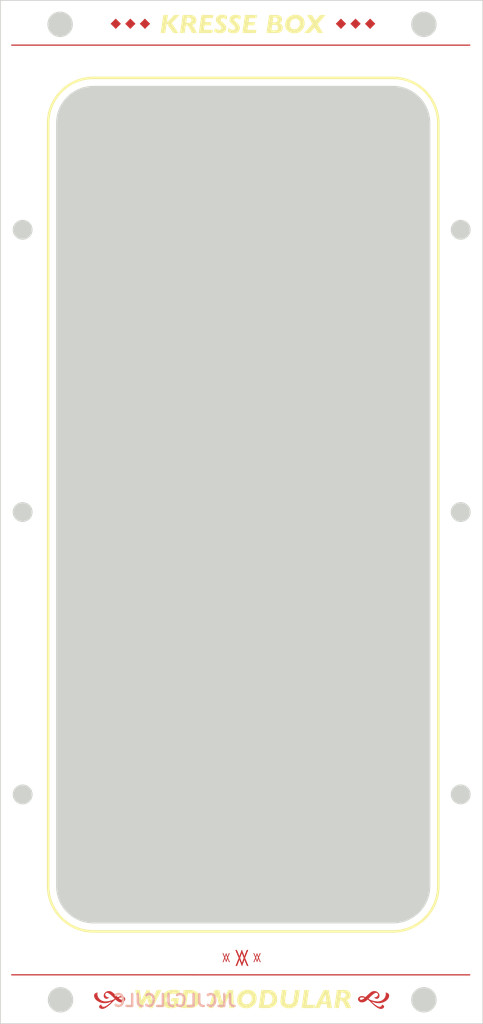
<source format=kicad_pcb>
(kicad_pcb (version 20240225) (generator "pcbnew") (generator_version "8.99")
  (layers (0 "F.Cu" signal) (31 "B.Cu" signal) (34 "B.Paste" user) (35 "F.Paste" user) (36 "B.SilkS" user "B.Silkscreen") (37 "F.SilkS" user "F.Silkscreen") (38 "B.Mask" user) (39 "F.Mask" user) (44 "Edge.Cuts" user))
  (net 0 "")
  (gr_poly (pts (xy 117.06992 23.029297) (xy 116.420103 23.679111) (xy 115.772407 23.029297) (xy 116.420103 22.379833)) (stroke (width -0.000001)) (fill solid) (layer "F.Cu"))
  (gr_poly (pts (xy 132.512074 140.17498) (xy 132.681976 139.738785) (xy 132.788921 139.738785) (xy 132.564373 140.301186) (xy 132.803185 140.869492) (xy 132.696243 140.869492) (xy 132.515755 140.433289) (xy 132.345833 140.901199) (xy 132.16832 140.433289) (xy 131.9984 140.869492) (xy 131.891455 140.869492) (xy 132.116001 140.307091) (xy 132.113619 140.301422) (xy 132.216526 140.301422) (xy 132.343723 140.637856) (xy 132.463852 140.306831) (xy 132.336655 139.970398) (xy 132.216526 140.301422) (xy 132.113619 140.301422) (xy 131.877192 139.738785) (xy 131.984133 139.738785) (xy 132.164623 140.17498) (xy 132.334545 139.707077)) (stroke (width -0.000001)) (fill solid) (layer "F.Cu"))
  (gr_poly (pts (xy 130.74378 140.11264) (xy 131.046993 139.334183) (xy 131.237848 139.334183) (xy 130.837114 140.337868) (xy 131.263308 141.352081) (xy 131.072453 141.352081) (xy 130.750345 140.573624) (xy 130.447098 141.408669) (xy 130.130302 140.573624) (xy 129.827057 141.352081) (xy 129.636202 141.352081) (xy 130.036934 140.348396) (xy 130.032686 140.338287) (xy 130.216335 140.338287) (xy 130.443333 140.938705) (xy 130.657717 140.347946) (xy 130.430717 139.747536) (xy 130.216335 140.338287) (xy 130.032686 140.338287) (xy 129.610744 139.334183) (xy 129.8016 139.334183) (xy 130.123705 140.11264) (xy 130.426952 139.277603)) (stroke (width -0.000001)) (fill solid) (layer "F.Cu"))
  (gr_poly (pts (xy 128.631529 140.17498) (xy 128.801432 139.738785) (xy 128.908377 139.738785) (xy 128.68383 140.301186) (xy 128.922642 140.869492) (xy 128.815697 140.869492) (xy 128.63521 140.433289) (xy 128.465288 140.901199) (xy 128.287775 140.433289) (xy 128.117855 140.869492) (xy 128.01091 140.869492) (xy 128.235458 140.307091) (xy 128.233076 140.301422) (xy 128.335983 140.301422) (xy 128.463179 140.637856) (xy 128.583307 140.306831) (xy 128.45611 139.970398) (xy 128.335983 140.301422) (xy 128.233076 140.301422) (xy 127.996647 139.738785) (xy 128.103588 139.738785) (xy 128.284079 140.17498) (xy 128.453999 139.707077)) (stroke (width -0.000001)) (fill solid) (layer "F.Cu"))
  (gr_line (start 101.513539 142.462921) (end 159.067856 142.46611) (stroke (width 0.144078) (color 89 89 89 1)) (layer "F.Cu"))
  (gr_poly (pts (xy 143.528439 23.029297) (xy 142.878975 23.679111) (xy 142.230923 23.029297) (xy 142.878975 22.379833)) (stroke (width -0.000001)) (fill solid) (layer "F.Cu"))
  (gr_poly (pts (xy 147.196609 23.029297) (xy 146.546795 23.679111) (xy 145.898743 23.029297) (xy 146.546795 22.379833)) (stroke (width -0.000001)) (fill solid) (layer "F.Cu"))
  (gr_poly (pts (xy 118.904005 23.029297) (xy 118.25419 23.679111) (xy 117.60614 23.029297) (xy 118.25419 22.379833)) (stroke (width -0.000001)) (fill solid) (layer "F.Cu"))
  (gr_line (start 101.513539 25.711834) (end 159.067856 25.71502) (stroke (width 0.144078) (color 89 89 89 1)) (layer "F.Cu"))
  (gr_poly (pts (xy 113.766971 144.49865) (xy 113.789916 144.499977) (xy 113.812814 144.502191) (xy 113.835666 144.505291) (xy 113.858472 144.509277) (xy 113.881233 144.514151) (xy 113.903951 144.519913) (xy 113.926626 144.526563) (xy 113.949261 144.534101) (xy 113.971855 144.542529) (xy 113.994409 144.551847) (xy 114.016926 144.562055) (xy 114.039405 144.573154) (xy 114.061849 144.585145) (xy 114.084257 144.598027) (xy 114.106631 144.611801) (xy 114.154173 144.643899) (xy 114.207371 144.683301) (xy 114.266224 144.730004) (xy 114.330733 144.784003) (xy 114.400897 144.845295) (xy 114.476717 144.913875) (xy 114.558192 144.989739) (xy 114.645322 145.072884) (xy 114.845697 145.265152) (xy 114.875029 145.250094) (xy 114.904154 145.236012) (xy 114.933072 145.222905) (xy 114.961784 145.210771) (xy 114.990289 145.199612) (xy 115.018587 145.189425) (xy 115.046678 145.180211) (xy 115.074563 145.171969) (xy 115.10224 145.164699) (xy 115.129711 145.1584) (xy 115.156976 145.153072) (xy 115.184033 145.148713) (xy 115.210884 145.145324) (xy 115.237528 145.142904) (xy 115.263965 145.141452) (xy 115.290195 145.140968) (xy 115.315724 145.141398) (xy 115.340713 145.142687) (xy 115.365161 145.144836) (xy 115.389068 145.147842) (xy 115.41243 145.151706) (xy 115.435248 145.156428) (xy 115.457519 145.162006) (xy 115.479241 145.168441) (xy 115.500414 145.175731) (xy 115.521035 145.183877) (xy 115.541103 145.192877) (xy 115.560617 145.202731) (xy 115.579574 145.213439) (xy 115.597974 145.225) (xy 115.615815 145.237413) (xy 115.633095 145.250679) (xy 115.649628 145.264587) (xy 115.665094 145.278926) (xy 115.679493 145.293697) (xy 115.692826 145.3089) (xy 115.705092 145.324538) (xy 115.716292 145.340611) (xy 115.726424 145.35712) (xy 115.735491 145.374066) (xy 115.74349 145.391451) (xy 115.750423 145.409274) (xy 115.756289 145.427538) (xy 115.761089 145.446243) (xy 115.764822 145.465391) (xy 115.767489 145.484981) (xy 115.769089 145.505017) (xy 115.769622 145.525497) (xy 115.76906 145.546448) (xy 115.767374 145.566969) (xy 115.764564 145.587058) (xy 115.760631 145.606716) (xy 115.755577 145.625943) (xy 115.7494 145.644736) (xy 115.742102 145.663097) (xy 115.733683 145.681025) (xy 115.724143 145.698518) (xy 115.713484 145.715577) (xy 115.701706 145.732201) (xy 115.688808 145.748389) (xy 115.674793 145.764141) (xy 115.65966 145.779457) (xy 115.643409 145.794336) (xy 115.626042 145.808777) (xy 115.60779 145.822551) (xy 115.589017 145.835433) (xy 115.569723 145.847424) (xy 115.549908 145.858523) (xy 115.529572 145.868731) (xy 115.508715 145.878049) (xy 115.487338 145.886477) (xy 115.465439 145.894015) (xy 115.44302 145.900665) (xy 115.42008 145.906427) (xy 115.396619 145.911301) (xy 115.372637 145.915287) (xy 115.348134 145.918387) (xy 115.32311 145.920601) (xy 115.297565 145.921928) (xy 115.2715 145.922371) (xy 115.227066 145.920965) (xy 115.182666 145.916748) (xy 115.138299 145.90972) (xy 115.093965 145.899881) (xy 115.049664 145.88723) (xy 115.005396 145.871768) (xy 114.961161 145.853495) (xy 114.916959 145.832411) (xy 114.87279 145.808515) (xy 114.828654 145.781809) (xy 114.784552 145.752291) (xy 114.740482 145.719963) (xy 114.696446 145.684823) (xy 114.652443 145.646872) (xy 114.608472 145.606111) (xy 114.564535 145.562538) (xy 114.518467 145.596005) (xy 114.473139 145.630263) (xy 114.428563 145.665307) (xy 114.384751 145.701133) (xy 114.341717 145.737737) (xy 114.299472 145.775114) (xy 114.258029 145.813261) (xy 114.217401 145.852173) (xy 114.072765 145.99469) (xy 113.978561 146.085298) (xy 113.887242 146.170061) (xy 113.798806 146.248977) (xy 113.713253 146.322048) (xy 113.630581 146.389274) (xy 113.550789 146.450653) (xy 113.473877 146.506187) (xy 113.399843 146.555875) (xy 113.328687 146.599717) (xy 113.260407 146.637714) (xy 113.195002 146.669865) (xy 113.132472 146.69617) (xy 113.072814 146.71663) (xy 113.016029 146.731244) (xy 112.988713 146.736359) (xy 112.962115 146.740012) (xy 112.936235 146.742204) (xy 112.911072 146.742935) (xy 112.890037 146.742617) (xy 112.869398 146.741662) (xy 112.849154 146.74007) (xy 112.829304 146.737842) (xy 112.809847 146.734977) (xy 112.790781 146.731476) (xy 112.772106 146.727337) (xy 112.753821 146.722562) (xy 112.735924 146.71715) (xy 112.718415 146.711101) (xy 112.701292 146.704415) (xy 112.684555 146.697092) (xy 112.668202 146.689132) (xy 112.652233 146.680535) (xy 112.636646 146.671301) (xy 112.621441 146.66143) (xy 112.606955 146.651041) (xy 112.593396 146.640379) (xy 112.580765 146.629441) (xy 112.569064 146.618228) (xy 112.558292 146.606738) (xy 112.548452 146.59497) (xy 112.539544 146.582923) (xy 112.53157 146.570596) (xy 112.524529 146.557988) (xy 112.518425 146.545098) (xy 112.513256 146.531925) (xy 112.509025 146.518468) (xy 112.505732 146.504725) (xy 112.503379 146.490697) (xy 112.501966 146.476381) (xy 112.501495 146.461777) (xy 112.502611 146.440848) (xy 112.505959 146.4204) (xy 112.511539 146.400433) (xy 112.519349 146.380948) (xy 112.52939 146.361944) (xy 112.54166 146.343423) (xy 112.55616 146.325384) (xy 112.572888 146.307829) (xy 112.591845 146.290757) (xy 112.61303 146.27417) (xy 112.636442 146.258067) (xy 112.66208 146.242449) (xy 112.689945 146.227317) (xy 112.720036 146.212671) (xy 112.752352 146.198511) (xy 112.786893 146.184837) (xy 112.785404 146.193885) (xy 112.784114 146.202496) (xy 112.783022 146.210668) (xy 112.782129 146.218397) (xy 112.781434 146.225679) (xy 112.780938 146.23251) (xy 112.780641 146.238886) (xy 112.780541 146.244804) (xy 112.78086 146.256857) (xy 112.781813 146.26867) (xy 112.783402 146.280244) (xy 112.785624 146.291579) (xy 112.788479 146.302677) (xy 112.791965 146.313537) (xy 112.796081 146.324161) (xy 112.800827 146.334548) (xy 112.806202 146.344699) (xy 112.812203 146.354616) (xy 112.818831 146.364297) (xy 112.826084 146.373745) (xy 112.833961 146.382958) (xy 112.842461 146.391939) (xy 112.851583 146.400687) (xy 112.861326 146.409203) (xy 112.871521 146.417339) (xy 112.881997 146.424947) (xy 112.892752 146.432027) (xy 112.903787 146.438578) (xy 112.915101 146.444603) (xy 112.926694 146.4501) (xy 112.938565 146.455072) (xy 112.950713 146.459517) (xy 112.963138 146.463438) (xy 112.97584 146.466834) (xy 112.988817 146.469707) (xy 113.00207 146.472055) (xy 113.015598 146.473881) (xy 113.029401 146.475185) (xy 113.043477 146.475966) (xy 113.057826 146.476227) (xy 113.076028 146.475652) (xy 113.095049 146.473927) (xy 113.114888 146.471051) (xy 113.135546 146.467022) (xy 113.157023 146.46184) (xy 113.179318 146.455503) (xy 113.202431 146.448011) (xy 113.226364 146.439363) (xy 113.251114 146.429556) (xy 113.276684 146.418592) (xy 113.303072 146.406467) (xy 113.330279 146.393182) (xy 113.358304 146.378736) (xy 113.387148 146.363126) (xy 113.41681 146.346353) (xy 113.447291 146.328415) (xy 113.508758 146.290348) (xy 113.5696 146.249971) (xy 113.629822 146.207288) (xy 113.689428 146.162302) (xy 113.748422 146.115018) (xy 113.806809 146.06544) (xy 113.864592 146.013573) (xy 113.921776 145.959419) (xy 114.072765 145.81266) (xy 113.941945 145.862137) (xy 113.818302 145.905004) (xy 113.759172 145.92396) (xy 113.701836 145.941264) (xy 113.646294 145.956919) (xy 113.592547 145.970923) (xy 113.540593 145.983278) (xy 113.490434 145.993984) (xy 113.442069 146.003042) (xy 113.395499 146.010452) (xy 113.350722 146.016214) (xy 113.30774 146.020329) (xy 113.266552 146.022798) (xy 113.227158 146.023621) (xy 113.159003 146.022504) (xy 113.091988 146.019155) (xy 113.026114 146.013571) (xy 112.961379 146.005754) (xy 112.897783 145.995702) (xy 112.835325 145.983415) (xy 112.774005 145.968893) (xy 112.713823 145.952134) (xy 112.654777 145.933139) (xy 112.596868 145.911907) (xy 112.540095 145.888437) (xy 112.484457 145.86273) (xy 112.429954 145.834784) (xy 112.376585 145.804599) (xy 112.32435 145.772175) (xy 112.273249 145.737511) (xy 112.224292 145.701325) (xy 112.178495 145.664338) (xy 112.135856 145.626549) (xy 112.096375 145.587958) (xy 112.060053 145.548564) (xy 112.026889 145.508369) (xy 111.996884 145.467372) (xy 111.970037 145.425572) (xy 111.946349 145.382971) (xy 111.925819 145.339567) (xy 111.908448 145.295362) (xy 111.894235 145.250354) (xy 111.883181 145.204544) (xy 111.875285 145.157932) (xy 111.870547 145.110518) (xy 111.868968 145.062302) (xy 111.869395 145.04328) (xy 111.870675 145.02471) (xy 111.872809 145.006594) (xy 111.875796 144.98893) (xy 111.879636 144.971719) (xy 111.88433 144.95496) (xy 111.889876 144.938654) (xy 111.896275 144.922801) (xy 111.903527 144.907401) (xy 111.911631 144.892453) (xy 111.920588 144.877958) (xy 111.930397 144.863915) (xy 111.941058 144.850325) (xy 111.952571 144.837188) (xy 111.964935 144.824504) (xy 111.978152 144.812272) (xy 111.99222 144.800493) (xy 112.00714 144.789167) (xy 112.039534 144.767872) (xy 112.075332 144.748388) (xy 112.114533 144.730715) (xy 112.157137 144.714853) (xy 112.203142 144.700801) (xy 112.252547 144.688561) (xy 112.305351 144.678131) (xy 112.300011 144.698933) (xy 112.295369 144.720066) (xy 112.29143 144.74153) (xy 112.288198 144.763325) (xy 112.285677 144.78545) (xy 112.283871 144.807905) (xy 112.282784 144.83069) (xy 112.282421 144.853806) (xy 112.283599 144.904148) (xy 112.287133 144.953439) (xy 112.29302 145.001677) (xy 112.301262 145.048862) (xy 112.311855 145.094993) (xy 112.3248 145.140068) (xy 112.340095 145.184087) (xy 112.357739 145.227049) (xy 112.377731 145.268952) (xy 112.400071 145.309796) (xy 112.424756 145.349579) (xy 112.451787 145.388301) (xy 112.481162 145.425961) (xy 112.512879 145.462557) (xy 112.546939 145.498088) (xy 112.58334 145.532555) (xy 112.621481 145.56549) (xy 112.660764 145.596301) (xy 112.701187 145.624987) (xy 112.742752 145.651548) (xy 112.785457 145.675985) (xy 112.829303 145.698297) (xy 112.874291 145.718485) (xy 112.920419 145.736547) (xy 112.967688 145.752485) (xy 113.016098 145.766298) (xy 113.065649 145.777986) (xy 113.116342 145.787549) (xy 113.168175 145.794987) (xy 113.221149 145.8003) (xy 113.275264 145.803488) (xy 113.330521 145.80455) (xy 113.395888 145.802996) (xy 113.463926 145.798337) (xy 113.534626 145.790577) (xy 113.60798 145.77972) (xy 113.68398 145.765771) (xy 113.762618 145.748732) (xy 113.843885 145.728609) (xy 113.927773 145.705406) (xy 114.010769 145.68004) (xy 114.089102 145.653674) (xy 114.12652 145.640112) (xy 114.162772 145.626298) (xy 114.197858 145.612229) (xy 114.231779 145.597904) (xy 114.264533 145.583323) (xy 114.296122 145.568485) (xy 114.326545 145.553388) (xy 114.355802 145.538032) (xy 114.383893 145.522415) (xy 114.410819 145.506537) (xy 114.436578 145.490396) (xy 114.461172 145.473991) (xy 114.351433 145.360039) (xy 114.953294 145.360039) (xy 114.981786 145.388359) (xy 115.00998 145.414845) (xy 115.037874 145.439497) (xy 115.065467 145.462317) (xy 115.092758 145.483305) (xy 115.119746 145.502463) (xy 115.146431 145.519791) (xy 115.17281 145.535291) (xy 115.198884 145.548963) (xy 115.22465 145.560809) (xy 115.250109 145.57083) (xy 115.275259 145.579026) (xy 115.300098 145.585399) (xy 115.324627 145.58995) (xy 115.348843 145.59268) (xy 115.372746 145.59359) (xy 115.383429 145.59347) (xy 115.393781 145.593109) (xy 115.403802 145.592508) (xy 115.413492 145.591665) (xy 115.422852 145.59058) (xy 115.431881 145.589253) (xy 115.440579 145.587682) (xy 115.448947 145.585869) (xy 115.456984 145.583811) (xy 115.46469 145.581509) (xy 115.472065 145.578963) (xy 115.47911 145.57617) (xy 115.485823 145.573132) (xy 115.492207 145.569848) (xy 115.498259 145.566317) (xy 115.503981 145.562538) (xy 115.509363 145.558576) (xy 115.514399 145.554367) (xy 115.519087 145.549912) (xy 115.523428 145.54521) (xy 115.527421 145.540262) (xy 115.531067 145.535069) (xy 115.534366 145.529632) (xy 115.537318 145.52395) (xy 115.539923 145.518024) (xy 115.54218 145.511855) (xy 115.54409 145.505443) (xy 115.545652 145.498788) (xy 115.546868 145.491892) (xy 115.547736 145.484755) (xy 115.548257 145.477376) (xy 115.54843 145.469757) (xy 115.548145 145.458823) (xy 115.547788 145.453489) (xy 115.547289 145.448244) (xy 115.546646 145.443087) (xy 115.545861 145.43802) (xy 115.544932 145.433042) (xy 115.543861 145.428152) (xy 115.542646 145.423351) (xy 115.541288 145.41864) (xy 115.539787 145.414017) (xy 115.538142 145.409482) (xy 115.536355 145.405037) (xy 115.534423 145.400681) (xy 115.532348 145.396413) (xy 115.53013 145.392235) (xy 115.527767 145.388145) (xy 115.525262 145.384144) (xy 115.522612 145.380232) (xy 115.519818 145.376409) (xy 115.516881 145.372675) (xy 115.513799 145.369029) (xy 115.510574 145.365473) (xy 115.507204 145.362005) (xy 115.503691 145.358626) (xy 115.500033 145.355337) (xy 115.49623 145.352136) (xy 115.492284 145.349023) (xy 115.488192 145.346) (xy 115.483957 145.343066) (xy 115.479577 145.34022) (xy 115.475052 145.337463) (xy 115.465572 145.33221) (xy 115.455522 145.327295) (xy 115.444902 145.32272) (xy 115.433711 145.318483) (xy 115.42195 145.314586) (xy 115.409618 145.311027) (xy 115.396715 145.307808) (xy 115.383242 145.304927) (xy 115.369199 145.302385) (xy 115.354585 145.300182) (xy 115.3394 145.298319) (xy 115.323645 145.296794) (xy 115.30732 145.295608) (xy 115.290424 145.29476) (xy 115.272957 145.294252) (xy 115.25492 145.294083) (xy 115.239724 145.294339) (xy 115.224032 145.295108) (xy 115.207848 145.296391) (xy 115.191172 145.298188) (xy 115.156353 145.303326) (xy 115.119586 145.310527) (xy 115.080884 145.319794) (xy 115.04026 145.331133) (xy 114.997725 145.344546) (xy 114.953294 145.360039) (xy 114.351433 145.360039) (xy 114.295719 145.302185) (xy 114.225725 145.230864) (xy 114.15835 145.16414) (xy 114.093595 145.102015) (xy 114.031457 145.044488) (xy 113.971936 144.991561) (xy 113.915031 144.943233) (xy 113.860741 144.899505) (xy 113.809065 144.860378) (xy 113.760001 144.825853) (xy 113.713549 144.795929) (xy 113.669708 144.770607) (xy 113.628476 144.749888) (xy 113.589853 144.733773) (xy 113.571519 144.727441) (xy 113.553837 144.722261) (xy 113.536807 144.718232) (xy 113.520428 144.715353) (xy 113.504701 144.713627) (xy 113.489625 144.713051) (xy 113.478351 144.713311) (xy 113.467283 144.714092) (xy 113.456421 144.715393) (xy 113.445764 144.717212) (xy 113.435312 144.719551) (xy 113.425064 144.722408) (xy 113.41502 144.725783) (xy 113.405178 144.729675) (xy 113.39554 144.734084) (xy 113.386103 144.739009) (xy 113.376868 144.74445) (xy 113.367834 144.750407) (xy 113.359 144.756877) (xy 113.350367 144.763862) (xy 113.341933 144.771361) (xy 113.333697 144.779373) (xy 113.325814 144.787737) (xy 113.318435 144.796291) (xy 113.311562 144.805037) (xy 113.305194 144.813974) (xy 113.299333 144.823104) (xy 113.293979 144.832426) (xy 113.289132 144.841942) (xy 113.284794 144.851651) (xy 113.280964 144.861555) (xy 113.277642 144.871653) (xy 113.274831 144.881947) (xy 113.272529 144.892437) (xy 113.270738 144.903123) (xy 113.269458 144.914005) (xy 113.26869 144.925085) (xy 113.268434 144.936363) (xy 113.268917 144.954073) (xy 113.270369 144.971486) (xy 113.272789 144.988602) (xy 113.276178 145.005422) (xy 113.280537 145.021947) (xy 113.285865 145.038177) (xy 113.292164 145.054112) (xy 113.299434 145.069754) (xy 113.307675 145.085102) (xy 113.316889 145.100157) (xy 113.327075 145.114919) (xy 113.338234 145.12939) (xy 113.350366 145.143569) (xy 113.363473 145.157458) (xy 113.377554 145.171056) (xy 113.392611 145.184364) (xy 113.40827 145.197118) (xy 113.424293 145.209053) (xy 113.440677 145.220168) (xy 113.457422 145.230463) (xy 113.474527 145.239937) (xy 113.49199 145.24859) (xy 113.509811 145.256421) (xy 113.527988 145.26343) (xy 113.546521 145.269616) (xy 113.565409 145.274979) (xy 113.58465 145.279518) (xy 113.604243 145.283233) (xy 113.624188 145.286123) (xy 113.644483 145.288188) (xy 113.665128 145.289427) (xy 113.686121 145.289841) (xy 113.692719 145.289709) (xy 113.700082 145.289317) (xy 113.708215 145.288669) (xy 113.71712 145.287769) (xy 113.726803 145.286622) (xy 113.737268 145.285232) (xy 113.760557 145.281738) (xy 113.739799 145.304743) (xy 113.718933 145.326268) (xy 113.697959 145.346312) (xy 113.676876 145.364874) (xy 113.655683 145.381954) (xy 113.634381 145.397552) (xy 113.612968 145.411667) (xy 113.591444 145.424298) (xy 113.569808 145.435446) (xy 113.54806 145.445108) (xy 113.526199 145.453286) (xy 113.504226 145.459978) (xy 113.482138 145.465183) (xy 113.459937 145.468902) (xy 113.43762 145.471134) (xy 113.415189 145.471878) (xy 113.397821 145.471432) (xy 113.380777 145.470093) (xy 113.364058 145.467862) (xy 113.347664 145.46474) (xy 113.331597 145.460727) (xy 113.315857 145.455823) (xy 113.300447 145.45003) (xy 113.285365 145.443347) (xy 113.270615 145.435776) (xy 113.256197 145.427316) (xy 113.242111 145.417968) (xy 113.228359 145.407734) (xy 113.214942 145.396612) (xy 113.201861 145.384605) (xy 113.189116 145.371711) (xy 113.17671 145.357933) (xy 113.164792 145.343578) (xy 113.153642 145.328828) (xy 113.143261 145.313682) (xy 113.13365 145.29814) (xy 113.124807 145.282204) (xy 113.116733 145.265874) (xy 113.109428 145.24915) (xy 113.102892 145.232034) (xy 113.097125 145.214524) (xy 113.092128 145.196623) (xy 113.087898 145.17833) (xy 113.084438 145.159646) (xy 113.081747 145.140571) (xy 113.079825 145.121107) (xy 113.078672 145.101252) (xy 113.078287 145.081009) (xy 113.079077 145.052569) (xy 113.081444 145.024534) (xy 113.085389 144.996906) (xy 113.09091 144.969685) (xy 113.098006 144.942871) (xy 113.106676 144.916465) (xy 113.116919 144.890468) (xy 113.128734 144.86488) (xy 113.14212 144.839701) (xy 113.157076 144.814932) (xy 113.173601 144.790573) (xy 113.191694 144.766626) (xy 113.211353 144.74309) (xy 113.232579 144.719967) (xy 113.255369 144.697255) (xy 113.279722 144.674957) (xy 113.305163 144.653554) (xy 113.331083 144.633531) (xy 113.357482 144.614889) (xy 113.384359 144.597628) (xy 113.411713 144.581748) (xy 113.439544 144.567249) (xy 113.467852 144.554131) (xy 113.496636 144.542394) (xy 113.525895 144.532037) (xy 113.555629 144.523062) (xy 113.585837 144.515467) (xy 113.616519 144.509254) (xy 113.647675 144.504421) (xy 113.679303 144.500969) (xy 113.711404 144.498897) (xy 113.743977 144.498207)) (stroke (width -0.000001)) (fill solid) (layer "F.Cu"))
  (gr_poly (pts (xy 147.088561 144.498897) (xy 147.12065 144.500969) (xy 147.152261 144.504421) (xy 147.183394 144.509254) (xy 147.21405 144.515467) (xy 147.244229 144.523062) (xy 147.273931 144.532037) (xy 147.303158 144.542394) (xy 147.331909 144.554131) (xy 147.360185 144.567249) (xy 147.387986 144.581748) (xy 147.415314 144.597628) (xy 147.442168 144.614889) (xy 147.468549 144.633531) (xy 147.494457 144.653554) (xy 147.519894 144.674957) (xy 147.544305 144.697255) (xy 147.567139 144.719967) (xy 147.588394 144.74309) (xy 147.608071 144.766626) (xy 147.626171 144.790573) (xy 147.642695 144.814932) (xy 147.657642 144.839701) (xy 147.671014 144.86488) (xy 147.682811 144.890468) (xy 147.693033 144.916465) (xy 147.701681 144.942871) (xy 147.708755 144.969685) (xy 147.714257 144.996906) (xy 147.718186 145.024534) (xy 147.720543 145.052569) (xy 147.721329 145.081009) (xy 147.720948 145.101252) (xy 147.719806 145.121107) (xy 147.717901 145.140571) (xy 147.715232 145.159646) (xy 147.711799 145.17833) (xy 147.707599 145.196623) (xy 147.702633 145.214524) (xy 147.696899 145.232034) (xy 147.690396 145.24915) (xy 147.683123 145.265874) (xy 147.675079 145.282204) (xy 147.666262 145.29814) (xy 147.656673 145.313682) (xy 147.64631 145.328828) (xy 147.635171 145.343578) (xy 147.623257 145.357933) (xy 147.610851 145.371711) (xy 147.598106 145.384605) (xy 147.585024 145.396612) (xy 147.571604 145.407734) (xy 147.557847 145.417968) (xy 147.543753 145.427316) (xy 147.529324 145.435776) (xy 147.514559 145.443347) (xy 147.499459 145.45003) (xy 147.484025 145.455823) (xy 147.468257 145.460727) (xy 147.452155 145.46474) (xy 147.435721 145.467862) (xy 147.418954 145.470093) (xy 147.401856 145.471432) (xy 147.384426 145.471878) (xy 147.361995 145.471134) (xy 147.339679 145.468902) (xy 147.31748 145.465183) (xy 147.295395 145.459978) (xy 147.273427 145.453286) (xy 147.251574 145.445108) (xy 147.229837 145.435446) (xy 147.208216 145.424298) (xy 147.18671 145.411667) (xy 147.16532 145.397552) (xy 147.144046 145.381954) (xy 147.122887 145.364874) (xy 147.101844 145.346312) (xy 147.080917 145.326268) (xy 147.060105 145.304743) (xy 147.03941 145.281738) (xy 147.062699 145.285232) (xy 147.073163 145.286622) (xy 147.082847 145.287769) (xy 147.091753 145.288669) (xy 147.099886 145.289317) (xy 147.10725 145.289709) (xy 147.11385 145.289841) (xy 147.134839 145.289427) (xy 147.155472 145.288188) (xy 147.175752 145.286123) (xy 147.195677 145.283233) (xy 147.215249 145.279518) (xy 147.234468 145.274979) (xy 147.253334 145.269616) (xy 147.271849 145.26343) (xy 147.290012 145.256421) (xy 147.307824 145.24859) (xy 147.325286 145.239937) (xy 147.342399 145.230463) (xy 147.359162 145.220168) (xy 147.375576 145.209053) (xy 147.391642 145.197118) (xy 147.40736 145.184364) (xy 147.422354 145.171056) (xy 147.43638 145.157458) (xy 147.449439 145.143569) (xy 147.461531 145.12939) (xy 147.472656 145.114919) (xy 147.482813 145.100157) (xy 147.492003 145.085102) (xy 147.500226 145.069754) (xy 147.507481 145.054112) (xy 147.513769 145.038177) (xy 147.519089 145.021947) (xy 147.523442 145.005422) (xy 147.526828 144.988602) (xy 147.529247 144.971486) (xy 147.530698 144.954073) (xy 147.531181 144.936363) (xy 147.530929 144.925085) (xy 147.530172 144.914005) (xy 147.52891 144.903123) (xy 147.527142 144.892437) (xy 147.524867 144.881947) (xy 147.522086 144.871653) (xy 147.518797 144.861555) (xy 147.515 144.851651) (xy 147.510694 144.841942) (xy 147.50588 144.832426) (xy 147.500556 144.823104) (xy 147.494722 144.813974) (xy 147.488377 144.805037) (xy 147.481522 144.796291) (xy 147.474154 144.787737) (xy 147.466274 144.779373) (xy 147.458035 144.771361) (xy 147.449589 144.763862) (xy 147.440938 144.756877) (xy 147.432082 144.750407) (xy 147.423021 144.74445) (xy 147.413756 144.739009) (xy 147.404287 144.734084) (xy 147.394616 144.729675) (xy 147.384741 144.725783) (xy 147.374665 144.722408) (xy 147.364387 144.719551) (xy 147.353908 144.717212) (xy 147.343229 144.715393) (xy 147.33235 144.714092) (xy 147.321271 144.713311) (xy 147.309994 144.713051) (xy 147.294949 144.713627) (xy 147.279249 144.715353) (xy 147.262894 144.718232) (xy 147.245884 144.722261) (xy 147.228219 144.727441) (xy 147.209898 144.733773) (xy 147.171293 144.749888) (xy 147.130069 144.770607) (xy 147.086227 144.795929) (xy 147.039766 144.825853) (xy 146.990688 144.860378) (xy 146.938993 144.899505) (xy 146.884681 144.943233) (xy 146.827754 144.991561) (xy 146.768211 145.044488) (xy 146.706053 145.102015) (xy 146.64128 145.16414) (xy 146.573894 145.230864) (xy 146.503895 145.302185) (xy 146.338444 145.473991) (xy 146.3631 145.490396) (xy 146.388914 145.506537) (xy 146.415885 145.522415) (xy 146.444014 145.538032) (xy 146.4733 145.553388) (xy 146.503744 145.568485) (xy 146.535345 145.583323) (xy 146.568104 145.597904) (xy 146.60202 145.612229) (xy 146.637093 145.626298) (xy 146.673324 145.640112) (xy 146.710713 145.653674) (xy 146.788962 145.68004) (xy 146.871841 145.705406) (xy 146.955832 145.728609) (xy 147.037152 145.748732) (xy 147.115809 145.765771) (xy 147.191812 145.77972) (xy 147.265169 145.790577) (xy 147.335889 145.798337) (xy 147.403979 145.802996) (xy 147.469448 145.80455) (xy 147.524642 145.803488) (xy 147.578704 145.8003) (xy 147.631633 145.794987) (xy 147.683429 145.787549) (xy 147.734092 145.777986) (xy 147.783623 145.766298) (xy 147.832021 145.752485) (xy 147.879287 145.736547) (xy 147.925419 145.718485) (xy 147.970419 145.698297) (xy 148.014287 145.675985) (xy 148.057021 145.651548) (xy 148.098623 145.624987) (xy 148.139093 145.596301) (xy 148.178429 145.56549) (xy 148.216633 145.532555) (xy 148.253029 145.498088) (xy 148.287077 145.462557) (xy 148.318777 145.425961) (xy 148.348129 145.388301) (xy 148.375133 145.349579) (xy 148.399788 145.309796) (xy 148.422096 145.268952) (xy 148.442055 145.227049) (xy 148.459666 145.184087) (xy 148.47493 145.140068) (xy 148.487844 145.094993) (xy 148.498411 145.048862) (xy 148.50663 145.001677) (xy 148.5125 144.953439) (xy 148.516023 144.904148) (xy 148.517197 144.853806) (xy 148.516849 144.83069) (xy 148.515802 144.807905) (xy 148.514053 144.78545) (xy 148.511596 144.763325) (xy 148.508429 144.74153) (xy 148.504546 144.720066) (xy 148.499943 144.698933) (xy 148.494617 144.678131) (xy 148.547419 144.688561) (xy 148.596814 144.700801) (xy 148.642802 144.714853) (xy 148.685383 144.730715) (xy 148.724558 144.748388) (xy 148.760327 144.767872) (xy 148.792689 144.789167) (xy 148.807592 144.800493) (xy 148.821644 144.812272) (xy 148.834845 144.824504) (xy 148.847193 144.837188) (xy 148.85869 144.850325) (xy 148.869336 144.863915) (xy 148.879129 144.877958) (xy 148.888071 144.892453) (xy 148.896162 144.907401) (xy 148.903401 144.922801) (xy 148.909788 144.938654) (xy 148.915323 144.95496) (xy 148.920007 144.971719) (xy 148.92384 144.98893) (xy 148.92682 145.006594) (xy 148.928949 145.02471) (xy 148.930653 145.062302) (xy 148.929073 145.110518) (xy 148.924336 145.157932) (xy 148.916441 145.204544) (xy 148.90539 145.250354) (xy 148.891182 145.295362) (xy 148.873818 145.339567) (xy 148.853298 145.382971) (xy 148.829624 145.425572) (xy 148.802796 145.467372) (xy 148.772814 145.508369) (xy 148.739678 145.548564) (xy 148.70339 145.587958) (xy 148.66395 145.626549) (xy 148.621358 145.664338) (xy 148.575615 145.701325) (xy 148.526722 145.737511) (xy 148.47562 145.772175) (xy 148.423384 145.804599) (xy 148.370013 145.834784) (xy 148.315506 145.86273) (xy 148.259862 145.888437) (xy 148.203081 145.911907) (xy 148.14516 145.933139) (xy 148.0861 145.952134) (xy 148.025899 145.968893) (xy 147.964555 145.983415) (xy 147.902069 145.995702) (xy 147.838439 146.005754) (xy 147.773663 146.013571) (xy 147.707742 146.019155) (xy 147.640673 146.022504) (xy 147.572456 146.023621) (xy 147.533067 146.022798) (xy 147.491891 146.020329) (xy 147.448927 146.016214) (xy 147.404173 146.010452) (xy 147.357629 146.003042) (xy 147.309294 145.993984) (xy 147.259167 145.983278) (xy 147.207247 145.970923) (xy 147.153532 145.956919) (xy 147.098022 145.941264) (xy 147.040716 145.92396) (xy 146.981613 145.905004) (xy 146.858011 145.862137) (xy 146.727207 145.81266) (xy 146.878193 145.959419) (xy 146.935275 146.013573) (xy 146.993007 146.06544) (xy 147.051374 146.115018) (xy 147.110365 146.162302) (xy 147.169969 146.207288) (xy 147.230171 146.249971) (xy 147.290961 146.290348) (xy 147.352325 146.328415) (xy 147.382807 146.346353) (xy 147.41247 146.363126) (xy 147.441315 146.378736) (xy 147.469344 146.393182) (xy 147.496556 146.406467) (xy 147.522952 146.418592) (xy 147.548532 146.429556) (xy 147.573298 146.439363) (xy 147.597249 146.448011) (xy 147.620386 146.455503) (xy 147.64271 146.46184) (xy 147.664221 146.467022) (xy 147.684919 146.471051) (xy 147.704806 146.473927) (xy 147.723881 146.475652) (xy 147.742146 146.476227) (xy 147.756491 146.475966) (xy 147.770555 146.475185) (xy 147.784341 146.473881) (xy 147.797849 146.472055) (xy 147.81108 146.469707) (xy 147.824035 146.466834) (xy 147.836716 146.463438) (xy 147.849122 146.459517) (xy 147.861256 146.455072) (xy 147.873118 146.4501) (xy 147.884709 146.444603) (xy 147.89603 146.438578) (xy 147.907083 146.432027) (xy 147.917869 146.424947) (xy 147.928387 146.417339) (xy 147.938641 146.409203) (xy 147.948381 146.400687) (xy 147.957492 146.391939) (xy 147.965975 146.382958) (xy 147.97383 146.373745) (xy 147.981056 146.364297) (xy 147.987654 146.354616) (xy 147.993623 146.344699) (xy 147.998964 146.334548) (xy 148.003676 146.324161) (xy 148.00776 146.313537) (xy 148.011216 146.302677) (xy 148.014043 146.291579) (xy 148.016242 146.280244) (xy 148.017813 146.26867) (xy 148.018756 146.256857) (xy 148.01907 146.244804) (xy 148.018971 146.238886) (xy 148.018679 146.23251) (xy 148.018196 146.225679) (xy 148.017528 146.218397) (xy 148.016678 146.210668) (xy 148.01565 146.202496) (xy 148.014448 146.193885) (xy 148.013077 146.184837) (xy 148.047613 146.198511) (xy 148.079917 146.212671) (xy 148.109989 146.227317) (xy 148.137831 146.242449) (xy 148.163443 146.258067) (xy 148.186825 146.27417) (xy 148.207978 146.290757) (xy 148.226902 146.307829) (xy 148.243597 146.325384) (xy 148.258065 146.343423) (xy 148.270306 146.361944) (xy 148.28032 146.380948) (xy 148.288108 146.400433) (xy 148.29367 146.4204) (xy 148.297006 146.440848) (xy 148.298119 146.461777) (xy 148.297651 146.476381) (xy 148.296249 146.490697) (xy 148.293912 146.504725) (xy 148.290639 146.518468) (xy 148.286429 146.531925) (xy 148.281282 146.545098) (xy 148.275198 146.557988) (xy 148.268177 146.570596) (xy 148.260216 146.582923) (xy 148.251317 146.59497) (xy 148.241478 146.606738) (xy 148.230699 146.618228) (xy 148.21898 146.629441) (xy 148.206319 146.640379) (xy 148.192717 146.651041) (xy 148.178173 146.66143) (xy 148.163026 146.671301) (xy 148.147483 146.680535) (xy 148.131546 146.689132) (xy 148.115214 146.697092) (xy 148.09849 146.704415) (xy 148.081375 146.711101) (xy 148.063868 146.71715) (xy 148.045972 146.722562) (xy 148.027688 146.727337) (xy 148.009016 146.731476) (xy 147.989957 146.734977) (xy 147.970513 146.737842) (xy 147.950684 146.74007) (xy 147.930472 146.741662) (xy 147.909877 146.742617) (xy 147.888901 146.742935) (xy 147.863737 146.742204) (xy 147.837853 146.740012) (xy 147.811251 146.736359) (xy 147.783929 146.731244) (xy 147.727128 146.71663) (xy 147.667452 146.69617) (xy 147.6049 146.669865) (xy 147.539473 146.637714) (xy 147.471172 146.599717) (xy 147.399997 146.555875) (xy 147.325949 146.506187) (xy 147.249028 146.450653) (xy 147.169236 146.389274) (xy 147.086571 146.322048) (xy 147.001035 146.248977) (xy 146.912629 146.170061) (xy 146.821353 146.085298) (xy 146.727207 145.99469) (xy 146.582565 145.852173) (xy 146.541835 145.813261) (xy 146.500341 145.775114) (xy 146.458078 145.737737) (xy 146.415042 145.701133) (xy 146.371229 145.665307) (xy 146.326634 145.630263) (xy 146.281254 145.596005) (xy 146.235085 145.562538) (xy 146.191146 145.606111) (xy 146.147176 145.646872) (xy 146.103174 145.684823) (xy 146.05914 145.719963) (xy 146.015075 145.752291) (xy 145.97098 145.781809) (xy 145.926855 145.808515) (xy 145.882701 145.832411) (xy 145.838518 145.853495) (xy 145.794306 145.871768) (xy 145.750067 145.88723) (xy 145.7058 145.899881) (xy 145.661506 145.90972) (xy 145.617186 145.916748) (xy 145.57284 145.920965) (xy 145.528469 145.922371) (xy 145.502341 145.921928) (xy 145.476742 145.920601) (xy 145.451673 145.918387) (xy 145.427133 145.915287) (xy 145.403122 145.911301) (xy 145.379641 145.906427) (xy 145.356689 145.900665) (xy 145.334266 145.894015) (xy 145.312372 145.886477) (xy 145.291008 145.878049) (xy 145.270172 145.868731) (xy 145.249866 145.858523) (xy 145.230089 145.847424) (xy 145.210841 145.835433) (xy 145.192121 145.822551) (xy 145.173931 145.808777) (xy 145.156502 145.794336) (xy 145.140197 145.779457) (xy 145.125017 145.764141) (xy 145.110961 145.748389) (xy 145.098029 145.732201) (xy 145.086222 145.715577) (xy 145.07554 145.698518) (xy 145.065982 145.681025) (xy 145.057548 145.663097) (xy 145.050239 145.644736) (xy 145.044055 145.625943) (xy 145.038995 145.606716) (xy 145.035059 145.587058) (xy 145.032248 145.566969) (xy 145.030561 145.546448) (xy 145.029999 145.525497) (xy 145.030532 145.505017) (xy 145.032132 145.484981) (xy 145.034204 145.469757) (xy 145.251186 145.469757) (xy 145.25136 145.477376) (xy 145.251881 145.484755) (xy 145.252749 145.491892) (xy 145.253965 145.498788) (xy 145.255528 145.505443) (xy 145.257438 145.511855) (xy 145.259696 145.518024) (xy 145.2623 145.52395) (xy 145.265253 145.529632) (xy 145.268552 145.535069) (xy 145.272198 145.540262) (xy 145.276192 145.54521) (xy 145.280533 145.549912) (xy 145.285221 145.554367) (xy 145.290257 145.558576) (xy 145.295639 145.562538) (xy 145.301361 145.566317) (xy 145.307413 145.569848) (xy 145.313796 145.573132) (xy 145.320509 145.57617) (xy 145.327554 145.578963) (xy 145.334929 145.581509) (xy 145.342634 145.583811) (xy 145.350671 145.585869) (xy 145.359038 145.587682) (xy 145.367736 145.589253) (xy 145.376765 145.59058) (xy 145.386124 145.591665) (xy 145.395814 145.592508) (xy 145.405835 145.593109) (xy 145.416186 145.59347) (xy 145.426868 145.59359) (xy 145.45083 145.59268) (xy 145.475091 145.58995) (xy 145.499651 145.585399) (xy 145.524511 145.579026) (xy 145.549674 145.57083) (xy 145.575139 145.560809) (xy 145.600908 145.548963) (xy 145.626982 145.535291) (xy 145.653362 145.519791) (xy 145.680048 145.502463) (xy 145.707043 145.483305) (xy 145.734347 145.462317) (xy 145.761961 145.439497) (xy 145.789887 145.414845) (xy 145.818125 145.388359) (xy 145.846676 145.360039) (xy 145.802141 145.344546) (xy 145.759554 145.331133) (xy 145.718911 145.319794) (xy 145.680207 145.310527) (xy 145.643438 145.303326) (xy 145.608599 145.298188) (xy 145.591903 145.296391) (xy 145.575687 145.295108) (xy 145.559952 145.294339) (xy 145.544697 145.294083) (xy 145.52666 145.294252) (xy 145.509194 145.29476) (xy 145.492298 145.295608) (xy 145.475972 145.296794) (xy 145.460217 145.298319) (xy 145.445033 145.300182) (xy 145.430419 145.302385) (xy 145.416376 145.304927) (xy 145.402903 145.307808) (xy 145.390001 145.311027) (xy 145.377669 145.314586) (xy 145.365908 145.318483) (xy 145.354717 145.32272) (xy 145.344097 145.327295) (xy 145.334048 145.33221) (xy 145.32457 145.337463) (xy 145.320076 145.34022) (xy 145.315722 145.343066) (xy 145.31151 145.346) (xy 145.307438 145.349023) (xy 145.303507 145.352136) (xy 145.299718 145.355337) (xy 145.29607 145.358626) (xy 145.292564 145.362005) (xy 145.289199 145.365473) (xy 145.285976 145.369029) (xy 145.282894 145.372675) (xy 145.279955 145.376409) (xy 145.277158 145.380232) (xy 145.274503 145.384144) (xy 145.27199 145.388145) (xy 145.26962 145.392235) (xy 145.267393 145.396413) (xy 145.265308 145.400681) (xy 145.263367 145.405037) (xy 145.261568 145.409482) (xy 145.259912 145.414017) (xy 145.2584 145.41864) (xy 145.257031 145.423351) (xy 145.255806 145.428152) (xy 145.254724 145.433042) (xy 145.253786 145.43802) (xy 145.252992 145.443087) (xy 145.252343 145.448244) (xy 145.251837 145.453489) (xy 145.251476 145.458823) (xy 145.251259 145.464245) (xy 145.251186 145.469757) (xy 145.034204 145.469757) (xy 145.034798 145.465391) (xy 145.038531 145.446243) (xy 145.043331 145.427538) (xy 145.049197 145.409274) (xy 145.056129 145.391451) (xy 145.064128 145.374066) (xy 145.073194 145.35712) (xy 145.083326 145.340611) (xy 145.094525 145.324538) (xy 145.106791 145.3089) (xy 145.120123 145.293697) (xy 145.134522 145.278926) (xy 145.149987 145.264587) (xy 145.166519 145.250679) (xy 145.183858 145.237413) (xy 145.201743 145.225) (xy 145.220175 145.213439) (xy 145.239153 145.202731) (xy 145.25868 145.192877) (xy 145.278755 145.183877) (xy 145.299378 145.175731) (xy 145.320551 145.168441) (xy 145.342274 145.162006) (xy 145.364547 145.156428) (xy 145.387371 145.151706) (xy 145.410746 145.147842) (xy 145.434674 145.144836) (xy 145.459154 145.142687) (xy 145.484187 145.141398) (xy 145.509773 145.140968) (xy 145.535942 145.141452) (xy 145.562325 145.142904) (xy 145.588924 145.145324) (xy 145.615738 145.148713) (xy 145.642766 145.153072) (xy 145.67001 145.1584) (xy 145.697468 145.164699) (xy 145.725142 145.171969) (xy 145.753031 145.180211) (xy 145.781134 145.189425) (xy 145.809453 145.199612) (xy 145.837986 145.210771) (xy 145.866734 145.222905) (xy 145.895698 145.236012) (xy 145.924876 145.250094) (xy 145.954269 145.265152) (xy 146.154648 145.072884) (xy 146.241764 144.989739) (xy 146.3232 144.913875) (xy 146.398963 144.845295) (xy 146.469063 144.784003) (xy 146.533507 144.730004) (xy 146.592304 144.683301) (xy 146.645462 144.643899) (xy 146.692989 144.611801) (xy 146.715367 144.598027) (xy 146.737786 144.585145) (xy 146.760246 144.573154) (xy 146.782747 144.562055) (xy 146.80529 144.551847) (xy 146.827875 144.542529) (xy 146.8505 144.534101) (xy 146.873168 144.526563) (xy 146.895876 144.519913) (xy 146.918626 144.514151) (xy 146.941417 144.509277) (xy 146.964249 144.505291) (xy 146.987123 144.502191) (xy 147.010038 144.499977) (xy 147.032994 144.49865) (xy 147.055992 144.498207)) (stroke (width -0.000001)) (fill solid) (layer "F.Cu"))
  (gr_poly (pts (xy 145.362522 23.029297) (xy 144.712708 23.679111) (xy 144.06501 23.029297) (xy 144.712708 22.379833)) (stroke (width -0.000001)) (fill solid) (layer "F.Cu"))
  (gr_poly (pts (xy 115.235832 23.029297) (xy 114.58637 23.679111) (xy 113.938318 23.029297) (xy 114.58637 22.379833)) (stroke (width -0.000001)) (fill solid) (layer "F.Cu"))
  (gr_poly (pts (xy 139.666592 22.605674) (xy 140.270546 21.926578) (xy 140.970802 21.926578) (xy 139.954456 23.078395) (xy 140.632145 24.194581) (xy 139.98056 24.194581) (xy 139.569927 23.513721) (xy 138.969501 24.194581) (xy 138.262535 24.194581) (xy 139.283478 23.041) (xy 138.611076 21.926578) (xy 139.251019 21.926578)) (stroke (width -0.000001)) (fill solid) (layer "F.SilkS"))
  (gr_poly (pts (xy 133.783563 144.367928) (xy 133.854127 144.37205) (xy 133.888532 144.375144) (xy 133.922353 144.378926) (xy 133.95559 144.383398) (xy 133.988243 144.388559) (xy 134.020314 144.394411) (xy 134.051802 144.400954) (xy 134.082709 144.408189) (xy 134.113035 144.416115) (xy 134.14278 144.424734) (xy 134.171944 144.434046) (xy 134.200529 144.444051) (xy 134.228535 144.45475) (xy 134.255939 144.466061) (xy 134.282723 144.477899) (xy 134.308887 144.490265) (xy 134.334432 144.503157) (xy 134.359356 144.516573) (xy 134.38366 144.530513) (xy 134.407344 144.544977) (xy 134.430408 144.559962) (xy 134.452852 144.575469) (xy 134.474676 144.591495) (xy 134.49588 144.60804) (xy 134.516463 144.625104) (xy 134.536427 144.642684) (xy 134.555769 144.66078) (xy 134.574492 144.679392) (xy 134.592594 144.698517) (xy 134.610098 144.718134) (xy 134.627023 144.73809) (xy 134.643368 144.758384) (xy 134.659132 144.779018) (xy 134.674316 144.79999) (xy 134.688919 144.821301) (xy 134.702939 144.842952) (xy 134.716377 144.864941) (xy 134.729232 144.887269) (xy 134.741504 144.909936) (xy 134.753192 144.932942) (xy 134.764295 144.956288) (xy 134.774813 144.979973) (xy 134.784746 145.003997) (xy 134.794093 145.02836) (xy 134.802853 145.053062) (xy 134.811116 145.077977) (xy 134.818843 145.103114) (xy 134.826034 145.128471) (xy 134.832689 145.154047) (xy 134.838808 145.17984) (xy 134.844393 145.205849) (xy 134.849443 145.232072) (xy 134.85396 145.258507) (xy 134.857943 145.285153) (xy 134.861393 145.312009) (xy 134.864312 145.339072) (xy 134.866698 145.366342) (xy 134.869878 145.421495) (xy 134.870937 145.477455) (xy 134.870375 145.524273) (xy 134.868688 145.570139) (xy 134.865877 145.615056) (xy 134.861941 145.659021) (xy 134.856881 145.702036) (xy 134.850696 145.7441) (xy 134.843386 145.785214) (xy 134.834952 145.825377) (xy 134.825394 145.864589) (xy 134.814711 145.90285) (xy 134.802904 145.94016) (xy 134.789972 145.97652) (xy 134.775916 146.011929) (xy 134.760735 146.046387) (xy 134.744431 146.079894) (xy 134.727001 146.11245) (xy 134.708459 146.144108) (xy 134.688819 146.174791) (xy 134.668081 146.204499) (xy 134.646247 146.233231) (xy 134.623318 146.260987) (xy 134.599294 146.287767) (xy 134.574177 146.313572) (xy 134.547967 146.338402) (xy 134.520667 146.362256) (xy 134.492275 146.385134) (xy 134.462795 146.407036) (xy 134.432226 146.427963) (xy 134.40057 146.447915) (xy 134.367827 146.46689) (xy 134.334 146.48489) (xy 134.299088 146.501915) (xy 134.263042 146.517995) (xy 134.225946 146.533035) (xy 134.187799 146.547034) (xy 134.1486 146.559993) (xy 134.108349 146.571913) (xy 134.067045 146.582793) (xy 134.024688 146.592635) (xy 133.981277 146.601439) (xy 133.936813 146.609206) (xy 133.891294 146.615935) (xy 133.844719 146.621628) (xy 133.79709 146.626285) (xy 133.748404 146.629906) (xy 133.698661 146.632492) (xy 133.647862 146.634043) (xy 133.596004 146.63456) (xy 132.550373 146.63456) (xy 132.608618 146.228859) (xy 133.192074 146.228859) (xy 133.496166 146.228859) (xy 133.549696 146.227834) (xy 133.57573 146.226553) (xy 133.601278 146.224759) (xy 133.62634 146.222452) (xy 133.650917 146.219633) (xy 133.675008 146.216302) (xy 133.698616 146.212458) (xy 133.72174 146.208101) (xy 133.744381 146.203231) (xy 133.766539 146.197849) (xy 133.788215 146.191954) (xy 133.809409 146.185546) (xy 133.830123 146.178626) (xy 133.850356 146.171192) (xy 133.87011 146.163246) (xy 133.889423 146.154878) (xy 133.908207 146.146178) (xy 133.926463 146.137146) (xy 133.944189 146.12778) (xy 133.961386 146.118079) (xy 133.978055 146.108042) (xy 133.994194 146.097669) (xy 134.009804 146.086957) (xy 134.024885 146.075907) (xy 134.039436 146.064516) (xy 134.053459 146.052785) (xy 134.066953 146.040711) (xy 134.079917 146.028294) (xy 134.092352 146.015534) (xy 134.104258 146.002428) (xy 134.115635 145.988976) (xy 134.126612 145.97528) (xy 134.137183 145.961442) (xy 134.14735 145.947464) (xy 134.157111 145.933343) (xy 134.166467 145.91908) (xy 134.175418 145.904673) (xy 134.183964 145.890123) (xy 134.192104 145.875428) (xy 134.199839 145.860589) (xy 134.207169 145.845604) (xy 134.214093 145.830474) (xy 134.220613 145.815197) (xy 134.226727 145.799774) (xy 134.232436 145.784203) (xy 134.237739 145.768484) (xy 134.242638 145.752617) (xy 134.251436 145.720538) (xy 134.259048 145.688074) (xy 134.265477 145.655239) (xy 134.270728 145.622045) (xy 134.274805 145.588503) (xy 134.277712 145.554626) (xy 134.279454 145.520426) (xy 134.280033 145.485916) (xy 134.279781 145.464658) (xy 134.279024 145.443483) (xy 134.277764 145.422389) (xy 134.275998 145.401376) (xy 134.273729 145.380444) (xy 134.270955 145.359592) (xy 134.267677 145.338819) (xy 134.263894 145.318126) (xy 134.259607 145.297511) (xy 134.254816 145.276974) (xy 134.24952 145.256515) (xy 134.24372 145.236133) (xy 134.237416 145.215827) (xy 134.230607 145.195598) (xy 134.223294 145.175444) (xy 134.215477 145.155365) (xy 134.206982 145.135508) (xy 134.197634 145.116024) (xy 134.187436 145.096914) (xy 134.176385 145.078177) (xy 134.164483 145.059814) (xy 134.151729 145.041827) (xy 134.138123 145.024214) (xy 134.123666 145.006977) (xy 134.108357 144.990116) (xy 134.092197 144.973633) (xy 134.075185 144.957526) (xy 134.057321 144.941797) (xy 134.038606 144.926446) (xy 134.01904 144.911474) (xy 133.998622 144.896881) (xy 133.977352 144.882668) (xy 133.955135 144.869086) (xy 133.931874 144.856389) (xy 133.907571 144.844574) (xy 133.882222 144.833641) (xy 133.855828 144.823589) (xy 133.828386 144.814416) (xy 133.799897 144.806122) (xy 133.770359 144.798705) (xy 133.739771 144.792165) (xy 133.708132 144.7865) (xy 133.675441 144.781709) (xy 133.641696 144.777792) (xy 133.606898 144.774747) (xy 133.571044 144.772574) (xy 133.534134 144.77127) (xy 133.496166 144.770836) (xy 133.403034 144.770836) (xy 133.192074 146.228859) (xy 132.608618 146.228859) (xy 132.875984 144.366554) (xy 133.710655 144.366554)) (stroke (width -0.000001)) (fill solid) (layer "F.SilkS"))
  (gr_poly (pts (xy 127.95369 145.806587) (xy 128.731203 144.366554) (xy 129.324932 144.366554) (xy 129.431467 146.63456) (xy 128.875137 146.63456) (xy 128.811285 145.182884) (xy 128.024244 146.63456) (xy 127.675703 146.63456) (xy 127.300694 145.137375) (xy 126.808226 146.63456) (xy 126.237072 146.63456) (xy 126.984959 144.366554) (xy 127.595266 144.366554)) (stroke (width -0.000001)) (fill solid) (layer "F.SilkS"))
  (gr_poly (pts (xy 129.661949 21.896171) (xy 129.705019 21.898082) (xy 129.748007 21.901268) (xy 129.790914 21.905731) (xy 129.833741 21.911472) (xy 129.876487 21.91849) (xy 129.919154 21.926789) (xy 129.961741 21.936368) (xy 130.00425 21.947228) (xy 130.046682 21.959371) (xy 130.089035 21.972798) (xy 130.131312 21.987509) (xy 130.173512 22.003506) (xy 130.215637 22.02079) (xy 130.257686 22.039362) (xy 130.29966 22.059222) (xy 130.225931 22.509013) (xy 130.221892 22.505896) (xy 130.217449 22.50263) (xy 130.207349 22.495651) (xy 130.195636 22.488078) (xy 130.182316 22.479909) (xy 130.167391 22.471144) (xy 130.150866 22.461785) (xy 130.132746 22.45183) (xy 130.113035 22.44128) (xy 130.092301 22.430581) (xy 130.070846 22.420185) (xy 130.04868 22.410094) (xy 130.025811 22.400313) (xy 130.002248 22.390847) (xy 129.977998 22.381699) (xy 129.953071 22.372873) (xy 129.927475 22.364374) (xy 129.901396 22.356452) (xy 129.875277 22.349613) (xy 129.849107 22.343848) (xy 129.822881 22.339151) (xy 129.796587 22.335511) (xy 129.770219 22.332922) (xy 129.743769 22.331374) (xy 129.717226 22.33086) (xy 129.703471 22.331096) (xy 129.690121 22.331803) (xy 129.677175 22.332981) (xy 129.664632 22.334631) (xy 129.652493 22.336751) (xy 129.640756 22.339344) (xy 129.629422 22.342407) (xy 129.618489 22.345942) (xy 129.607957 22.349948) (xy 129.597825 22.354425) (xy 129.588094 22.359373) (xy 129.578762 22.364793) (xy 129.569829 22.370684) (xy 129.561294 22.377047) (xy 129.553157 22.38388) (xy 129.545418 22.391185) (xy 129.538051 22.398866) (xy 129.531163 22.406696) (xy 129.524754 22.414675) (xy 129.518823 22.422803) (xy 129.51337 22.431079) (xy 129.508393 22.439505) (xy 129.503893 22.448079) (xy 129.499869 22.456802) (xy 129.49632 22.465674) (xy 129.493246 22.474694) (xy 129.490646 22.483864) (xy 129.48852 22.493182) (xy 129.486868 22.502649) (xy 129.485688 22.512265) (xy 129.484981 22.52203) (xy 129.484745 22.531943) (xy 129.484906 22.540687) (xy 129.485389 22.549323) (xy 129.486194 22.557852) (xy 129.487319 22.566273) (xy 129.488765 22.574586) (xy 129.490531 22.582793) (xy 129.492616 22.590891) (xy 129.49502 22.598883) (xy 129.497742 22.606766) (xy 129.500782 22.614543) (xy 129.50414 22.622211) (xy 129.507814 22.629773) (xy 129.511804 22.637227) (xy 129.51611 22.644573) (xy 129.520731 22.651812) (xy 129.525667 22.658943) (xy 129.531268 22.666281) (xy 129.537886 22.674272) (xy 129.545518 22.682914) (xy 129.554164 22.692209) (xy 129.563823 22.702154) (xy 129.574494 22.71275) (xy 129.586175 22.723997) (xy 129.598866 22.735892) (xy 129.627273 22.761631) (xy 129.659707 22.789961) (xy 129.696159 22.820879) (xy 129.73662 22.854381) (xy 129.797246 22.903858) (xy 129.852924 22.951742) (xy 129.903665 22.998031) (xy 129.927188 23.020576) (xy 129.949482 23.04272) (xy 129.970548 23.064463) (xy 129.990387 23.085805) (xy 130.009002 23.106745) (xy 130.026393 23.127282) (xy 130.042563 23.147416) (xy 130.057513 23.167146) (xy 130.071244 23.186473) (xy 130.083757 23.205394) (xy 130.09523 23.224271) (xy 130.105966 23.24346) (xy 130.115965 23.262963) (xy 130.125226 23.282779) (xy 130.13375 23.302907) (xy 130.141535 23.323346) (xy 130.148581 23.344097) (xy 130.154887 23.365158) (xy 130.160454 23.386529) (xy 130.16528 23.40821) (xy 130.169365 23.4302) (xy 130.172708 23.452498) (xy 130.175309 23.475104) (xy 130.177168 23.498018) (xy 130.178284 23.521239) (xy 130.178656 23.544766) (xy 130.178375 23.564213) (xy 130.177531 23.583659) (xy 130.176126 23.603106) (xy 130.174158 23.622553) (xy 130.171628 23.642) (xy 130.168535 23.661447) (xy 130.164881 23.680893) (xy 130.160664 23.70034) (xy 130.155885 23.719787) (xy 130.150543 23.739234) (xy 130.14464 23.758681) (xy 130.138174 23.778128) (xy 130.131146 23.797574) (xy 130.123555 23.817021) (xy 130.115403 23.836468) (xy 130.106688 23.855915) (xy 130.097291 23.875168) (xy 130.087093 23.894032) (xy 130.076093 23.912509) (xy 130.064294 23.930599) (xy 130.051694 23.948302) (xy 130.038295 23.96562) (xy 130.024096 23.982551) (xy 130.0091 23.999098) (xy 129.993306 24.015261) (xy 129.976714 24.031039) (xy 129.959325 24.046434) (xy 129.941141 24.061446) (xy 129.92216 24.076076) (xy 129.902384 24.090323) (xy 129.881814 24.10419) (xy 129.860449 24.117675) (xy 129.838178 24.130553) (xy 129.815023 24.142596) (xy 129.790983 24.153806) (xy 129.766058 24.164181) (xy 129.740249 24.173724) (xy 129.713555 24.182434) (xy 129.685977 24.190312) (xy 129.657513 24.197359) (xy 129.628166 24.203575) (xy 129.597933 24.20896) (xy 129.566816 24.213515) (xy 129.534814 24.217241) (xy 129.501928 24.220138) (xy 129.468158 24.222207) (xy 129.433502 24.223448) (xy 129.397963 24.223861) (xy 129.344714 24.222934) (xy 129.292128 24.220152) (xy 129.240203 24.215508) (xy 129.188939 24.209001) (xy 129.138337 24.200624) (xy 129.088397 24.190375) (xy 129.039118 24.178249) (xy 128.990501 24.164242) (xy 128.943322 24.149029) (xy 128.898355 24.133286) (xy 128.855595 24.117014) (xy 128.815039 24.100213) (xy 128.776682 24.082883) (xy 128.74052 24.065024) (xy 128.70655 24.046635) (xy 128.674767 24.027718) (xy 128.744974 23.567696) (xy 128.788448 23.594481) (xy 128.830897 23.619538) (xy 128.872322 23.642867) (xy 128.912723 23.664467) (xy 128.952101 23.68434) (xy 128.990456 23.702484) (xy 129.027789 23.718901) (xy 129.064101 23.733589) (xy 129.099391 23.74655) (xy 129.133661 23.757782) (xy 129.166911 23.767286) (xy 129.199141 23.775063) (xy 129.230353 23.781111) (xy 129.260546 23.785431) (xy 129.289721 23.788023) (xy 129.317879 23.788887) (xy 129.334956 23.788585) (xy 129.351397 23.787681) (xy 129.367203 23.786173) (xy 129.382374 23.784064) (xy 129.396911 23.781353) (xy 129.410814 23.778041) (xy 129.424083 23.774129) (xy 129.436719 23.769617) (xy 129.448723 23.764505) (xy 129.460095 23.758794) (xy 129.470835 23.752485) (xy 129.480944 23.745578) (xy 129.490423 23.738074) (xy 129.499272 23.729973) (xy 129.507491 23.721275) (xy 129.515081 23.711982) (xy 129.52213 23.702279) (xy 129.528724 23.692484) (xy 129.534863 23.682594) (xy 129.540547 23.672609) (xy 129.545777 23.662527) (xy 129.550552 23.652346) (xy 129.554872 23.642064) (xy 129.558738 23.631681) (xy 129.562148 23.621195) (xy 129.565104 23.610603) (xy 129.567605 23.599906) (xy 129.569652 23.5891) (xy 129.571243 23.578185) (xy 129.57238 23.567158) (xy 129.573062 23.556019) (xy 129.57329 23.544766) (xy 129.573042 23.532425) (xy 129.572298 23.520276) (xy 129.571059 23.508318) (xy 129.569326 23.496551) (xy 129.567098 23.484976) (xy 129.564377 23.473595) (xy 129.561163 23.462406) (xy 129.557457 23.451412) (xy 129.553258 23.440612) (xy 129.548568 23.430006) (xy 129.543388 23.419596) (xy 129.537717 23.409382) (xy 129.531556 23.399364) (xy 129.524905 23.389543) (xy 129.517767 23.37992) (xy 129.510139 23.370494) (xy 129.491701 23.349774) (xy 129.467867 23.32466) (xy 129.438634 23.295156) (xy 129.403998 23.261265) (xy 129.363954 23.222992) (xy 129.318499 23.180342) (xy 129.267628 23.133317) (xy 129.211338 23.081922) (xy 129.177175 23.05037) (xy 129.145063 23.01974) (xy 129.115 22.990027) (xy 129.086988 22.961229) (xy 129.061026 22.933339) (xy 129.037114 22.906355) (xy 129.015253 22.880272) (xy 128.995443 22.855087) (xy 128.977503 22.830729) (xy 128.961257 22.807137) (xy 128.953772 22.795629) (xy 128.946714 22.784313) (xy 128.940084 22.773191) (xy 128.933883 22.762263) (xy 128.928112 22.751528) (xy 128.922772 22.740989) (xy 128.917864 22.730645) (xy 128.913389 22.720497) (xy 128.909348 22.710545) (xy 128.905743 22.70079) (xy 128.902573 22.691233) (xy 128.899841 22.681874) (xy 128.895012 22.662906) (xy 128.89084 22.643305) (xy 128.887321 22.623068) (xy 128.884451 22.60219) (xy 128.882227 22.580667) (xy 128.880643 22.558495) (xy 128.879696 22.53567) (xy 128.879381 22.512187) (xy 128.879546 22.498499) (xy 128.880042 22.484819) (xy 128.880869 22.471146) (xy 128.882026 22.45748) (xy 128.883514 22.443819) (xy 128.885332 22.430165) (xy 128.887481 22.416516) (xy 128.889961 22.402871) (xy 128.892772 22.38923) (xy 128.895913 22.375593) (xy 128.899385 22.36196) (xy 128.903188 22.348328) (xy 128.907322 22.334699) (xy 128.911786 22.321071) (xy 128.916581 22.307445) (xy 128.921707 22.293819) (xy 128.927252 22.280325) (xy 128.933169 22.266964) (xy 128.939458 22.253737) (xy 128.946119 22.240643) (xy 128.953151 22.227684) (xy 128.960555 22.214859) (xy 128.968332 22.20217) (xy 128.97648 22.189617) (xy 128.985 22.177201) (xy 128.993893 22.164921) (xy 129.003158 22.152779) (xy 129.012794 22.140774) (xy 129.022804 22.128908) (xy 129.033185 22.117182) (xy 129.043939 22.105594) (xy 129.055065 22.094147) (xy 129.066639 22.082977) (xy 129.07861 22.072088) (xy 129.090977 22.061482) (xy 129.103739 22.051158) (xy 129.116896 22.041117) (xy 129.130448 22.03136) (xy 129.144394 22.021888) (xy 129.158733 22.0127) (xy 129.173465 22.003797) (xy 129.188589 21.99518) (xy 129.204105 21.986849) (xy 129.220012 21.978806) (xy 129.23631 21.971049) (xy 129.252999 21.96358) (xy 129.270077 21.9564) (xy 129.287544 21.949509) (xy 129.305457 21.942973) (xy 129.323742 21.936858) (xy 129.342399 21.931166) (xy 129.361428 21.925895) (xy 129.38083 21.921045) (xy 129.400603 21.916618) (xy 129.420748 21.912612) (xy 129.441265 21.909027) (xy 129.462155 21.905865) (xy 129.483416 21.903124) (xy 129.50505 21.900805) (xy 129.527055 21.898907) (xy 129.549433 21.897431) (xy 129.572182 21.896377) (xy 129.595304 21.895745) (xy 129.618797 21.895534)) (stroke (width -0.000001)) (fill solid) (layer "F.SilkS"))
  (gr_poly (pts (xy 149.70006 29.832614) (xy 149.989455 29.854649) (xy 150.274663 29.890934) (xy 150.555323 29.941112) (xy 150.831077 30.004821) (xy 151.101565 30.081703) (xy 151.366428 30.171397) (xy 151.625307 30.273546) (xy 151.877841 30.387789) (xy 152.123672 30.513767) (xy 152.36244 30.65112) (xy 152.593786 30.79949) (xy 152.81735 30.958516) (xy 153.032774 31.127839) (xy 153.239696 31.3071) (xy 153.437759 31.49594) (xy 153.626603 31.693999) (xy 153.805868 31.900917) (xy 153.975195 32.116336) (xy 154.134224 32.339896) (xy 154.282596 32.571237) (xy 154.419952 32.81) (xy 154.545933 33.055825) (xy 154.660178 33.308354) (xy 154.762328 33.567226) (xy 154.852025 33.832083) (xy 154.928908 34.102565) (xy 154.992618 34.378313) (xy 155.042796 34.658966) (xy 155.079083 34.944166) (xy 155.101118 35.233554) (xy 155.108543 35.52677) (xy 155.108543 131.308166) (xy 155.101118 131.601382) (xy 155.079083 131.890769) (xy 155.042796 132.175969) (xy 154.992618 132.456622) (xy 154.928908 132.732369) (xy 154.852025 133.002851) (xy 154.762328 133.267708) (xy 154.660178 133.52658) (xy 154.545933 133.779109) (xy 154.419952 134.024934) (xy 154.282596 134.263697) (xy 154.134224 134.495037) (xy 153.975195 134.718597) (xy 153.805868 134.934015) (xy 153.626603 135.140933) (xy 153.437759 135.338992) (xy 153.239696 135.527832) (xy 153.032774 135.707093) (xy 152.81735 135.876416) (xy 152.593786 136.035442) (xy 152.36244 136.183812) (xy 152.123672 136.321165) (xy 151.877841 136.447143) (xy 151.625307 136.561385) (xy 151.366428 136.663534) (xy 151.101565 136.753229) (xy 150.831077 136.830111) (xy 150.555323 136.89382) (xy 150.274663 136.943997) (xy 149.989455 136.980283) (xy 149.70006 137.002318) (xy 149.406837 137.009743) (xy 111.792892 137.009743) (xy 111.49967 137.002318) (xy 111.210275 136.980283) (xy 110.925068 136.943997) (xy 110.644408 136.89382) (xy 110.368654 136.830111) (xy 110.098166 136.753229) (xy 109.833303 136.663534) (xy 109.574425 136.561385) (xy 109.32189 136.447143) (xy 109.076059 136.321165) (xy 108.837291 136.183812) (xy 108.605945 136.035442) (xy 108.382381 135.876416) (xy 108.166958 135.707093) (xy 107.960035 135.527832) (xy 107.761972 135.338992) (xy 107.573129 135.140933) (xy 107.393864 134.934015) (xy 107.224537 134.718597) (xy 107.065508 134.495037) (xy 106.917136 134.263697) (xy 106.77978 134.024934) (xy 106.6538 133.779109) (xy 106.539555 133.52658) (xy 106.437404 133.267708) (xy 106.347707 133.002851) (xy 106.270824 132.732369) (xy 106.207114 132.456622) (xy 106.156936 132.175969) (xy 106.120649 131.890769) (xy 106.098614 131.601382) (xy 106.091189 131.308166) (xy 106.091189 35.52677) (xy 106.098614 35.233554) (xy 106.120649 34.944166) (xy 106.156936 34.658966) (xy 106.207114 34.378313) (xy 106.270824 34.102565) (xy 106.347707 33.832083) (xy 106.437404 33.567226) (xy 106.539555 33.308354) (xy 106.6538 33.055825) (xy 106.77978 32.81) (xy 106.917136 32.571237) (xy 107.065508 32.339896) (xy 107.224537 32.116336) (xy 107.393864 31.900917) (xy 107.573129 31.693999) (xy 107.761972 31.49594) (xy 107.960035 31.3071) (xy 108.166958 31.127839) (xy 108.382381 30.958516) (xy 108.605945 30.79949) (xy 108.837291 30.65112) (xy 109.076059 30.513767) (xy 109.32189 30.387789) (xy 109.574425 30.273546) (xy 109.833303 30.171397) (xy 110.098166 30.081703) (xy 110.368654 30.004821) (xy 110.644408 29.941112) (xy 110.925068 29.890934) (xy 111.210275 29.854649) (xy 111.49967 29.832614) (xy 111.792892 29.825189) (xy 149.406837 29.825189)) (stroke (width 0.31757) (color 255 255 255 1)) (fill none) (layer "F.SilkS"))
  (gr_poly (pts (xy 121.004692 22.890365) (xy 121.93285 21.926578) (xy 122.613356 21.926578) (xy 121.631577 22.944339) (xy 122.464479 24.194581) (xy 121.805143 24.194581) (xy 120.990223 22.985261) (xy 120.806787 24.194581) (xy 120.229288 24.194581) (xy 120.567953 21.926578) (xy 121.148983 21.926578)) (stroke (width -0.000001)) (fill solid) (layer "F.SilkS"))
  (gr_poly (pts (xy 143.321555 144.367385) (xy 143.378259 144.369878) (xy 143.432545 144.374033) (xy 143.484414 144.379849) (xy 143.533864 144.387328) (xy 143.580895 144.396468) (xy 143.625505 144.407271) (xy 143.667693 144.419735) (xy 143.707458 144.433861) (xy 143.7448 144.449649) (xy 143.779717 144.467099) (xy 143.812208 144.486211) (xy 143.842272 144.506985) (xy 143.869909 144.52942) (xy 143.895118 144.553518) (xy 143.917896 144.579277) (xy 143.938787 144.606) (xy 143.95833 144.632988) (xy 143.976525 144.660241) (xy 143.993372 144.687761) (xy 144.008872 144.715548) (xy 144.023023 144.743601) (xy 144.035827 144.771923) (xy 144.047282 144.800512) (xy 144.05739 144.829371) (xy 144.06615 144.858498) (xy 144.073562 144.887896) (xy 144.079627 144.917564) (xy 144.084344 144.947502) (xy 144.087713 144.977712) (xy 144.089735 145.008194) (xy 144.090408 145.038948) (xy 144.08985 145.071041) (xy 144.088175 145.102233) (xy 144.085383 145.132522) (xy 144.081473 145.161908) (xy 144.076445 145.190391) (xy 144.070298 145.21797) (xy 144.063031 145.244644) (xy 144.054645 145.270413) (xy 144.045139 145.295277) (xy 144.034511 145.319236) (xy 144.022763 145.342287) (xy 144.009892 145.364432) (xy 143.995899 145.385669) (xy 143.980784 145.405999) (xy 143.964545 145.42542) (xy 143.947182 145.443932) (xy 143.928877 145.461622) (xy 143.909678 145.478445) (xy 143.889587 145.494401) (xy 143.868602 145.50949) (xy 143.846724 145.523713) (xy 143.823953 145.537071) (xy 143.800289 145.549563) (xy 143.775733 145.561191) (xy 143.750283 145.571954) (xy 143.72394 145.581854) (xy 143.696704 145.590891) (xy 143.668576 145.599065) (xy 143.639555 145.606377) (xy 143.609641 145.612828) (xy 143.578834 145.618417) (xy 143.547134 145.623146) (xy 143.563299 145.632705) (xy 143.578985 145.642462) (xy 143.594195 145.652418) (xy 143.60893 145.662571) (xy 143.623192 145.672923) (xy 143.636982 145.683473) (xy 143.650302 145.694222) (xy 143.663153 145.705169) (xy 143.675536 145.716314) (xy 143.687454 145.727658) (xy 143.698908 145.7392) (xy 143.709899 145.75094) (xy 143.720429 145.76288) (xy 143.7305 145.775017) (xy 143.740112 145.787354) (xy 143.749268 145.799889) (xy 143.767543 145.827041) (xy 143.786644 145.857708) (xy 143.806571 145.891898) (xy 143.827325 145.929619) (xy 143.848905 145.970879) (xy 143.871311 146.015686) (xy 143.894545 146.064049) (xy 143.918606 146.115974) (xy 144.164135 146.63456) (xy 143.530903 146.63456) (xy 143.305126 146.161484) (xy 143.280536 146.109576) (xy 143.256773 146.061013) (xy 143.233836 146.015799) (xy 143.211727 145.973937) (xy 143.190445 145.935432) (xy 143.169989 145.900289) (xy 143.15036 145.868511) (xy 143.131557 145.840103) (xy 143.122435 145.826997) (xy 143.113452 145.814536) (xy 143.104609 145.802719) (xy 143.095904 145.791546) (xy 143.087337 145.781015) (xy 143.078909 145.771127) (xy 143.070617 145.761881) (xy 143.062463 145.753276) (xy 143.054445 145.745312) (xy 143.046562 145.737988) (xy 143.038815 145.731304) (xy 143.031203 145.725258) (xy 143.023725 145.719852) (xy 143.016382 145.715083) (xy 143.009172 145.710953) (xy 143.002094 145.707458) (xy 142.995003 145.704383) (xy 142.987621 145.701507) (xy 142.979948 145.698828) (xy 142.971983 145.696348) (xy 142.963725 145.694066) (xy 142.955172 145.691983) (xy 142.946323 145.690097) (xy 142.937179 145.688411) (xy 142.927736 145.686922) (xy 142.917996 145.685633) (xy 142.907955 145.684541) (xy 142.897615 145.683648) (xy 142.886972 145.682953) (xy 142.876027 145.682457) (xy 142.864779 145.682159) (xy 142.853226 145.68206) (xy 142.766441 145.68206) (xy 142.622498 146.63456) (xy 142.048187 146.63456) (xy 142.234189 145.351509) (xy 142.815823 145.351509) (xy 143.044781 145.351509) (xy 143.074508 145.351112) (xy 143.103104 145.34992) (xy 143.130569 145.347933) (xy 143.156905 145.345148) (xy 143.182113 145.341566) (xy 143.206194 145.337184) (xy 143.229148 145.332003) (xy 143.250976 145.326021) (xy 143.27168 145.319237) (xy 143.291261 145.31165) (xy 143.309719 145.303259) (xy 143.327056 145.294063) (xy 143.343272 145.28406) (xy 143.358369 145.273251) (xy 143.372347 145.261633) (xy 143.385208 145.249207) (xy 143.397065 145.236353) (xy 143.408161 145.223325) (xy 143.418494 145.210124) (xy 143.428066 145.196749) (xy 143.436875 145.183201) (xy 143.44492 145.16948) (xy 143.452202 145.155585) (xy 143.458719 145.141516) (xy 143.464471 145.127273) (xy 143.469458 145.112857) (xy 143.47368 145.098267) (xy 143.477134 145.083504) (xy 143.479822 145.068567) (xy 143.481743 145.053456) (xy 143.482896 145.038171) (xy 143.48328 145.022713) (xy 143.482908 145.006445) (xy 143.481791 144.99045) (xy 143.479929 144.974725) (xy 143.477322 144.95927) (xy 143.473968 144.944084) (xy 143.469867 144.929165) (xy 143.46502 144.914514) (xy 143.459424 144.900127) (xy 143.45308 144.886006) (xy 143.445988 144.872148) (xy 143.438146 144.858553) (xy 143.429554 144.845219) (xy 143.420213 144.832146) (xy 143.41012 144.819332) (xy 143.399276 144.806777) (xy 143.38768 144.794479) (xy 143.381503 144.788489) (xy 143.374943 144.782689) (xy 143.360676 144.771659) (xy 143.344881 144.761389) (xy 143.327558 144.75188) (xy 143.308708 144.743132) (xy 143.28833 144.735144) (xy 143.266427 144.727917) (xy 143.242997 144.721451) (xy 143.218041 144.715745) (xy 143.191561 144.7108) (xy 143.163557 144.706616) (xy 143.134028 144.703192) (xy 143.102977 144.700529) (xy 143.070402 144.698627) (xy 143.036305 144.697486) (xy 143.000687 144.697105) (xy 142.910721 144.697105) (xy 142.815823 145.351509) (xy 142.234189 145.351509) (xy 142.376976 144.366554) (xy 143.262436 144.366554)) (stroke (width -0.000001)) (fill solid) (layer "F.SilkS"))
  (gr_poly (pts (xy 134.721147 21.927158) (xy 134.769441 21.928899) (xy 134.817224 21.931806) (xy 134.864503 21.935883) (xy 134.911287 21.941134) (xy 134.957582 21.947563) (xy 135.003397 21.955174) (xy 135.04874 21.963972) (xy 135.071024 21.969053) (xy 135.092894 21.974771) (xy 135.114354 21.981127) (xy 135.135403 21.988121) (xy 135.156042 21.995754) (xy 135.176273 22.004026) (xy 135.196097 22.012937) (xy 135.215515 22.022489) (xy 135.234528 22.032682) (xy 135.253136 22.043516) (xy 135.271341 22.054992) (xy 135.289145 22.06711) (xy 135.306547 22.079871) (xy 135.323549 22.093275) (xy 135.340152 22.107324) (xy 135.356358 22.122016) (xy 135.3718 22.137433) (xy 135.386241 22.153651) (xy 135.399683 22.170671) (xy 135.412126 22.188493) (xy 135.423571 22.207117) (xy 135.434017 22.226543) (xy 135.443465 22.246771) (xy 135.451917 22.267802) (xy 135.459373 22.289634) (xy 135.465832 22.312268) (xy 135.471296 22.335704) (xy 135.475766 22.359942) (xy 135.479241 22.384983) (xy 135.481723 22.410825) (xy 135.483211 22.437469) (xy 135.483707 22.464916) (xy 135.483369 22.488203) (xy 135.482352 22.51097) (xy 135.48066 22.533215) (xy 135.47829 22.55494) (xy 135.475245 22.576144) (xy 135.471525 22.596827) (xy 135.467129 22.616989) (xy 135.462059 22.63663) (xy 135.456316 22.65575) (xy 135.449899 22.674349) (xy 135.442809 22.692428) (xy 135.435046 22.709985) (xy 135.426612 22.727022) (xy 135.417506 22.743538) (xy 135.407729 22.759533) (xy 135.397282 22.775007) (xy 135.386203 22.790092) (xy 135.374661 22.80492) (xy 135.362657 22.819491) (xy 135.350192 22.833805) (xy 135.337266 22.847859) (xy 135.323879 22.861655) (xy 135.310032 22.875192) (xy 135.295726 22.888468) (xy 135.280961 22.901485) (xy 135.265738 22.91424) (xy 135.250057 22.926733) (xy 135.233918 22.938965) (xy 135.217323 22.950934) (xy 135.200272 22.96264) (xy 135.182765 22.974083) (xy 135.164803 22.985261) (xy 135.213565 23.00654) (xy 135.259178 23.029496) (xy 135.301641 23.054129) (xy 135.340956 23.08044) (xy 135.359432 23.094223) (xy 135.377122 23.108426) (xy 135.394025 23.123048) (xy 135.410141 23.138089) (xy 135.42547 23.153549) (xy 135.440012 23.169427) (xy 135.453768 23.185724) (xy 135.466737 23.20244) (xy 135.47892 23.219574) (xy 135.490316 23.237127) (xy 135.500926 23.255098) (xy 135.510749 23.273488) (xy 135.519787 23.292296) (xy 135.528038 23.311522) (xy 135.535502 23.331166) (xy 135.542181 23.351229) (xy 135.548074 23.37171) (xy 135.553181 23.392608) (xy 135.557502 23.413925) (xy 135.561037 23.435659) (xy 135.563787 23.457811) (xy 135.565751 23.480381) (xy 135.567322 23.526774) (xy 135.56635 23.566015) (xy 135.563436 23.604363) (xy 135.558578 23.641818) (xy 135.551778 23.67838) (xy 135.543034 23.714049) (xy 135.532348 23.748825) (xy 135.519718 23.782708) (xy 135.505146 23.815698) (xy 135.488631 23.847795) (xy 135.470172 23.878999) (xy 135.449771 23.909311) (xy 135.427426 23.938729) (xy 135.403139 23.967254) (xy 135.376909 23.994887) (xy 135.348735 24.021626) (xy 135.318619 24.047472) (xy 135.309352 24.054711) (xy 135.299945 24.061743) (xy 135.290397 24.068567) (xy 135.280706 24.075182) (xy 135.270873 24.081589) (xy 135.260897 24.087786) (xy 135.250777 24.093774) (xy 135.240514 24.099551) (xy 135.230106 24.105118) (xy 135.219552 24.110473) (xy 135.208853 24.115616) (xy 135.198008 24.120547) (xy 135.187017 24.125265) (xy 135.175878 24.12977) (xy 135.164591 24.13406) (xy 135.153156 24.138136) (xy 135.129841 24.145776) (xy 135.105662 24.152815) (xy 135.080614 24.159251) (xy 135.054694 24.16508) (xy 135.027896 24.170296) (xy 135.000218 24.174897) (xy 134.971655 24.178877) (xy 134.942204 24.182233) (xy 134.911577 24.185093) (xy 134.879486 24.187586) (xy 134.845924 24.189706) (xy 134.810881 24.19145) (xy 134.77435 24.192814) (xy 134.736323 24.193793) (xy 134.696791 24.194383) (xy 134.655746 24.194581) (xy 133.521927 24.194581) (xy 133.571553 23.85909) (xy 134.148457 23.85909) (xy 134.528042 23.85909) (xy 134.580392 23.857705) (xy 134.629361 23.853549) (xy 134.67495 23.846621) (xy 134.696476 23.842117) (xy 134.717158 23.83692) (xy 134.736995 23.831029) (xy 134.755987 23.824445) (xy 134.774134 23.817167) (xy 134.791436 23.809195) (xy 134.807894 23.80053) (xy 134.823507 23.79117) (xy 134.838276 23.781115) (xy 134.8522 23.770367) (xy 134.86528 23.758923) (xy 134.877515 23.746785) (xy 134.888906 23.733953) (xy 134.899453 23.720425) (xy 134.909156 23.706203) (xy 134.918015 23.691285) (xy 134.92603 23.675672) (xy 134.933201 23.659363) (xy 134.939528 23.642359) (xy 134.945011 23.624659) (xy 134.94965 23.606264) (xy 134.953446 23.587172) (xy 134.956398 23.567384) (xy 134.958507 23.5469) (xy 134.959772 23.52572) (xy 134.960194 23.503844) (xy 134.959999 23.487923) (xy 134.959416 23.472442) (xy 134.958445 23.457399) (xy 134.957084 23.442797) (xy 134.955335 23.428634) (xy 134.953198 23.414913) (xy 134.950672 23.401633) (xy 134.947757 23.388794) (xy 134.944453 23.376398) (xy 134.940761 23.364445) (xy 134.93668 23.352935) (xy 134.932211 23.341869) (xy 134.927353 23.331248) (xy 134.922106 23.321071) (xy 134.91647 23.31134) (xy 134.910446 23.302055) (xy 134.903948 23.293096) (xy 134.897019 23.284476) (xy 134.889658 23.276192) (xy 134.881864 23.268244) (xy 134.873636 23.260631) (xy 134.864973 23.253351) (xy 134.855873 23.246405) (xy 134.846336 23.23979) (xy 134.836361 23.233506) (xy 134.825947 23.227552) (xy 134.815092 23.221926) (xy 134.803796 23.216628) (xy 134.792058 23.211657) (xy 134.779876 23.207011) (xy 134.767249 23.202689) (xy 134.754177 23.198692) (xy 134.740579 23.195041) (xy 134.726379 23.19163) (xy 134.711575 23.188457) (xy 134.69617 23.185523) (xy 134.663555 23.180367) (xy 134.628539 23.176158) (xy 134.591126 23.172891) (xy 134.551319 23.170563) (xy 134.509125 23.169169) (xy 134.464546 23.168705) (xy 134.253227 23.168705) (xy 134.148457 23.85909) (xy 133.571553 23.85909) (xy 133.72017 22.854381) (xy 134.300854 22.854381) (xy 134.521694 22.854381) (xy 134.569818 22.853121) (xy 134.614842 22.849338) (xy 134.656764 22.843036) (xy 134.695584 22.834212) (xy 134.71383 22.828856) (xy 134.731301 22.82287) (xy 134.747996 22.816253) (xy 134.763915 22.809007) (xy 134.779059 22.801132) (xy 134.793426 22.792627) (xy 134.807018 22.783492) (xy 134.819833 22.773728) (xy 134.831872 22.763334) (xy 134.843135 22.752311) (xy 134.853621 22.740659) (xy 134.863332 22.728377) (xy 134.872265 22.715467) (xy 134.880423 22.701927) (xy 134.887803 22.687758) (xy 134.894408 22.67296) (xy 134.900235 22.657534) (xy 134.905286 22.641478) (xy 134.909559 22.624794) (xy 134.913056 22.607481) (xy 134.915776 22.589539) (xy 134.917719 22.570969) (xy 134.918885 22.55177) (xy 134.919273 22.531943) (xy 134.918926 22.514034) (xy 134.917884 22.496689) (xy 134.916146 22.479908) (xy 134.913712 22.463692) (xy 134.910581 22.448042) (xy 134.906753 22.43296) (xy 134.902228 22.418447) (xy 134.897004 22.404503) (xy 134.891082 22.391129) (xy 134.88446 22.378327) (xy 134.877139 22.366097) (xy 134.869117 22.354441) (xy 134.860395 22.34336) (xy 134.850971 22.332855) (xy 134.840845 22.322926) (xy 134.830017 22.313575) (xy 134.818471 22.304732) (xy 134.806057 22.296459) (xy 134.792776 22.288757) (xy 134.778629 22.281626) (xy 134.763616 22.275065) (xy 134.747737 22.269075) (xy 134.730992 22.263655) (xy 134.713384 22.258806) (xy 134.694911 22.254527) (xy 134.675574 22.250819) (xy 134.655375 22.247681) (xy 134.634312 22.245113) (xy 134.612388 22.243117) (xy 134.589602 22.24169) (xy 134.565955 22.240835) (xy 134.541447 22.240549) (xy 134.390808 22.240549) (xy 134.300854 22.854381) (xy 133.72017 22.854381) (xy 133.85741 21.926578) (xy 134.672333 21.926578)) (stroke (width -0.000001)) (fill solid) (layer "F.SilkS"))
  (gr_poly (pts (xy 121.982135 144.337097) (xy 122.077621 144.341855) (xy 122.172387 144.349779) (xy 122.266439 144.360866) (xy 122.35978 144.37511) (xy 122.452414 144.392509) (xy 122.544346 144.413058) (xy 122.63558 144.436752) (xy 122.558672 144.92923) (xy 122.470035 144.905535) (xy 122.382713 144.884987) (xy 122.296697 144.867588) (xy 122.211979 144.853343) (xy 122.128551 144.842256) (xy 122.046405 144.834332) (xy 121.965532 144.829574) (xy 121.885925 144.827988) (xy 121.84685 144.828442) (xy 121.808601 144.829806) (xy 121.77118 144.832078) (xy 121.734584 144.835258) (xy 121.698816 144.839345) (xy 121.663874 144.844339) (xy 121.629759 144.85024) (xy 121.596472 144.857046) (xy 121.564011 144.864758) (xy 121.532376 144.873374) (xy 121.501569 144.882895) (xy 121.471589 144.89332) (xy 121.442436 144.904648) (xy 121.41411 144.916878) (xy 121.386611 144.930011) (xy 121.35994 144.944046) (xy 121.334075 144.958822) (xy 121.309135 144.974046) (xy 121.285118 144.989718) (xy 121.262022 145.005839) (xy 121.239847 145.022411) (xy 121.218591 145.039435) (xy 121.198251 145.056912) (xy 121.178827 145.074841) (xy 121.160316 145.093226) (xy 121.142718 145.112066) (xy 121.12603 145.131363) (xy 121.110251 145.151118) (xy 121.095379 145.171331) (xy 121.081414 145.192004) (xy 121.068353 145.213138) (xy 121.056194 145.234734) (xy 121.044916 145.25651) (xy 121.034365 145.27831) (xy 121.024543 145.300133) (xy 121.015448 145.32198) (xy 121.00708 145.343849) (xy 120.999441 145.36574) (xy 120.992529 145.387652) (xy 120.986345 145.409586) (xy 120.980888 145.43154) (xy 120.976159 145.453515) (xy 120.972158 145.475508) (xy 120.968884 145.497521) (xy 120.966338 145.519553) (xy 120.964519 145.541603) (xy 120.963428 145.56367) (xy 120.963064 145.585754) (xy 120.963321 145.604271) (xy 120.964091 145.622647) (xy 120.965375 145.640884) (xy 120.967175 145.658982) (xy 120.969492 145.676941) (xy 120.972327 145.694763) (xy 120.97568 145.712447) (xy 120.979553 145.729994) (xy 120.983948 145.747404) (xy 120.988864 145.764679) (xy 120.994303 145.781818) (xy 121.000266 145.798823) (xy 121.006755 145.815693) (xy 121.013769 145.832429) (xy 121.021311 145.849031) (xy 121.029381 145.865501) (xy 121.037897 145.881642) (xy 121.046908 145.897385) (xy 121.056415 145.91273) (xy 121.066417 145.927676) (xy 121.076912 145.942223) (xy 121.087902 145.956371) (xy 121.099384 145.970118) (xy 121.111359 145.983465) (xy 121.123826 145.996411) (xy 121.136784 146.008955) (xy 121.150233 146.021097) (xy 121.164172 146.032837) (xy 121.178601 146.044173) (xy 121.193519 146.055106) (xy 121.208926 146.065635) (xy 121.224821 146.07576) (xy 121.241142 146.085371) (xy 121.257827 146.094361) (xy 121.274874 146.102732) (xy 121.292284 146.110483) (xy 121.310056 146.117613) (xy 121.328189 146.124124) (xy 121.346682 146.130015) (xy 121.365536 146.135285) (xy 121.38475 146.139936) (xy 121.404322 146.143967) (xy 121.424254 146.147377) (xy 121.444543 146.150168) (xy 121.465189 146.152338) (xy 121.486193 146.153888) (xy 121.507553 146.154818) (xy 121.529268 146.155128) (xy 121.548004 146.154931) (xy 121.566641 146.154341) (xy 121.585178 146.153363) (xy 121.603616 146.152) (xy 121.621955 146.150257) (xy 121.640195 146.148138) (xy 121.658335 146.145645) (xy 121.676376 146.142784) (xy 121.69407 146.139694) (xy 121.711165 146.136513) (xy 121.727656 146.133248) (xy 121.743539 146.129909) (xy 121.75881 146.126503) (xy 121.773465 146.12304) (xy 121.7875 146.119527) (xy 121.800909 146.115974) (xy 121.826252 146.108641) (xy 121.849941 146.101507) (xy 121.872044 146.094639) (xy 121.892626 146.088104) (xy 121.938133 145.786835) (xy 121.540556 145.786835) (xy 121.599476 145.381142) (xy 122.512808 145.381142) (xy 122.354057 146.480743) (xy 122.292944 146.503309) (xy 122.230805 146.524977) (xy 122.167675 146.545784) (xy 122.103588 146.565765) (xy 122.070798 146.575407) (xy 122.036991 146.58475) (xy 122.002174 146.593795) (xy 121.966357 146.602543) (xy 121.929548 146.610993) (xy 121.891756 146.619146) (xy 121.852989 146.627001) (xy 121.813255 146.63456) (xy 121.772904 146.641489) (xy 121.732545 146.647468) (xy 121.69217 146.652505) (xy 121.651771 146.656608) (xy 121.611338 146.659785) (xy 121.570865 146.662044) (xy 121.530341 146.663393) (xy 121.489759 146.663841) (xy 121.432525 146.662849) (xy 121.376189 146.659872) (xy 121.320755 146.65491) (xy 121.266227 146.647964) (xy 121.212609 146.639035) (xy 121.159904 146.628121) (xy 121.108118 146.615223) (xy 121.057253 146.600342) (xy 121.032146 146.592072) (xy 121.007363 146.583274) (xy 120.982903 146.573946) (xy 120.958767 146.56409) (xy 120.934955 146.553704) (xy 120.911469 146.542789) (xy 120.888308 146.531346) (xy 120.865473 146.519373) (xy 120.842965 146.506871) (xy 120.820784 146.49384) (xy 120.798931 146.48028) (xy 120.777405 146.466191) (xy 120.756209 146.451572) (xy 120.735342 146.436424) (xy 120.714804 146.420747) (xy 120.694597 146.404541) (xy 120.674836 146.387836) (xy 120.655638 146.370659) (xy 120.637001 146.353011) (xy 120.618927 146.334892) (xy 120.601414 146.316302) (xy 120.584464 146.29724) (xy 120.568076 146.277707) (xy 120.552251 146.257702) (xy 120.536987 146.237226) (xy 120.522286 146.216279) (xy 120.508147 146.19486) (xy 120.494571 146.17297) (xy 120.481557 146.150608) (xy 120.469105 146.127776) (xy 120.457215 146.104472) (xy 120.445889 146.080696) (xy 120.43519 146.056392) (xy 120.425185 146.031631) (xy 120.415874 146.006412) (xy 120.407256 145.980734) (xy 120.39933 145.954595) (xy 120.392096 145.927993) (xy 120.385554 145.900927) (xy 120.379702 145.873396) (xy 120.374541 145.845397) (xy 120.370069 145.81693) (xy 120.366287 145.787992) (xy 120.363194 145.758582) (xy 120.360789 145.728699) (xy 120.359072 145.69834) (xy 120.358042 145.667505) (xy 120.357698 145.636192) (xy 120.358477 145.592008) (xy 120.360818 145.546769) (xy 120.36473 145.500481) (xy 120.370221 145.453147) (xy 120.3773 145.404771) (xy 120.385975 145.355358) (xy 120.396255 145.30491) (xy 120.408148 145.253433) (xy 120.414903 145.227427) (xy 120.422468 145.201394) (xy 120.430843 145.175334) (xy 120.440029 145.149246) (xy 120.450025 145.123128) (xy 120.460832 145.096981) (xy 120.472449 145.070802) (xy 120.484876 145.044591) (xy 120.498114 145.018347) (xy 120.512162 144.992069) (xy 120.52702 144.965755) (xy 120.542688 144.939406) (xy 120.559167 144.913019) (xy 120.576457 144.886594) (xy 120.594556 144.86013) (xy 120.613466 144.833626) (xy 120.633471 144.807433) (xy 120.654724 144.781771) (xy 120.677229 144.75664) (xy 120.700985 144.732041) (xy 120.725994 144.707975) (xy 120.752256 144.684443) (xy 120.779774 144.661447) (xy 120.808547 144.638988) (xy 120.838577 144.617065) (xy 120.869865 144.595681) (xy 120.902412 144.574837) (xy 120.936219 144.554533) (xy 120.971287 144.534771) (xy 121.007617 144.515552) (xy 121.045211 144.496876) (xy 121.084068 144.478745) (xy 121.124222 144.46138) (xy 121.165707 144.445139) (xy 121.208522 144.430022) (xy 121.252666 144.416028) (xy 121.29814 144.403157) (xy 121.344942 144.391407) (xy 121.393072 144.38078) (xy 121.44253 144.371273) (xy 121.493315 144.362887) (xy 121.545426 144.35562) (xy 121.598864 144.349473) (xy 121.653627 144.344445) (xy 121.709715 144.340535) (xy 121.767128 144.337743) (xy 121.825865 144.336068) (xy 121.885925 144.33551)) (stroke (width -0.000001)) (fill solid) (layer "F.SilkS"))
  (gr_poly (pts (xy 127.953741 21.896171) (xy 127.996757 21.898082) (xy 128.039698 21.901268) (xy 128.082565 21.905731) (xy 128.125357 21.911472) (xy 128.168074 21.91849) (xy 128.210717 21.926789) (xy 128.253286 21.936368) (xy 128.29578 21.947228) (xy 128.338199 21.959371) (xy 128.380544 21.972798) (xy 128.422815 21.987509) (xy 128.465012 22.003506) (xy 128.507134 22.02079) (xy 128.549182 22.039362) (xy 128.591156 22.059222) (xy 128.517782 22.509013) (xy 128.509184 22.50263) (xy 128.499002 22.495651) (xy 128.48724 22.488078) (xy 128.473904 22.479909) (xy 128.458997 22.471144) (xy 128.442524 22.461785) (xy 128.424488 22.45183) (xy 128.404894 22.44128) (xy 128.384043 22.430581) (xy 128.362501 22.420185) (xy 128.340273 22.410094) (xy 128.317363 22.400313) (xy 128.293775 22.390847) (xy 128.269513 22.381699) (xy 128.24458 22.372873) (xy 128.218981 22.364374) (xy 128.193004 22.356452) (xy 128.166931 22.349613) (xy 128.140766 22.343848) (xy 128.114515 22.339151) (xy 128.08818 22.335511) (xy 128.061767 22.332922) (xy 128.03528 22.331374) (xy 128.008722 22.33086) (xy 127.995027 22.331096) (xy 127.981722 22.331803) (xy 127.968807 22.332981) (xy 127.956283 22.334631) (xy 127.944153 22.336751) (xy 127.932415 22.339344) (xy 127.921072 22.342407) (xy 127.910125 22.345942) (xy 127.899575 22.349948) (xy 127.889423 22.354425) (xy 127.879669 22.359373) (xy 127.870316 22.364793) (xy 127.861363 22.370684) (xy 127.852813 22.377047) (xy 127.844665 22.38388) (xy 127.836922 22.391185) (xy 127.829554 22.398866) (xy 127.822665 22.406696) (xy 127.816256 22.414675) (xy 127.810324 22.422803) (xy 127.80487 22.431079) (xy 127.799893 22.439505) (xy 127.795392 22.448079) (xy 127.791368 22.456802) (xy 127.787818 22.465674) (xy 127.784744 22.474694) (xy 127.782145 22.483864) (xy 127.780019 22.493182) (xy 127.778366 22.502649) (xy 127.777186 22.512265) (xy 127.776479 22.52203) (xy 127.776243 22.531943) (xy 127.776404 22.540687) (xy 127.776887 22.549323) (xy 127.777692 22.557852) (xy 127.778817 22.566273) (xy 127.780263 22.574586) (xy 127.782029 22.582793) (xy 127.784114 22.590891) (xy 127.786517 22.598883) (xy 127.789239 22.606766) (xy 127.792279 22.614543) (xy 127.795637 22.622211) (xy 127.79931 22.629773) (xy 127.803301 22.637227) (xy 127.807607 22.644573) (xy 127.812228 22.651812) (xy 127.817163 22.658943) (xy 127.822823 22.666281) (xy 127.829485 22.674272) (xy 127.837149 22.682914) (xy 127.845817 22.692209) (xy 127.855489 22.702154) (xy 127.866167 22.71275) (xy 127.877852 22.723997) (xy 127.890544 22.735892) (xy 127.918956 22.761631) (xy 127.95141 22.789961) (xy 127.987916 22.820879) (xy 128.028481 22.854381) (xy 128.089003 22.903858) (xy 128.144627 22.951742) (xy 128.195347 22.998031) (xy 128.218868 23.020576) (xy 128.241161 23.04272) (xy 128.262226 23.064463) (xy 128.282063 23.085805) (xy 128.300671 23.106745) (xy 128.318049 23.127282) (xy 128.334198 23.147416) (xy 128.349117 23.167146) (xy 128.362805 23.186473) (xy 128.375261 23.205394) (xy 128.386733 23.224271) (xy 128.397468 23.24346) (xy 128.407466 23.262963) (xy 128.416726 23.282779) (xy 128.425249 23.302907) (xy 128.433034 23.323346) (xy 128.440079 23.344097) (xy 128.446385 23.365158) (xy 128.451951 23.386529) (xy 128.456777 23.40821) (xy 128.460862 23.4302) (xy 128.464205 23.452498) (xy 128.466806 23.475104) (xy 128.468664 23.498018) (xy 128.46978 23.521239) (xy 128.470152 23.544766) (xy 128.469871 23.564213) (xy 128.469028 23.583659) (xy 128.467623 23.603106) (xy 128.465655 23.622553) (xy 128.463126 23.642) (xy 128.460034 23.661447) (xy 128.45638 23.680893) (xy 128.452164 23.70034) (xy 128.447386 23.719787) (xy 128.442045 23.739234) (xy 128.436143 23.758681) (xy 128.429677 23.778128) (xy 128.42265 23.797574) (xy 128.41506 23.817021) (xy 128.406908 23.836468) (xy 128.398193 23.855915) (xy 128.388796 23.875168) (xy 128.378598 23.894032) (xy 128.367598 23.912509) (xy 128.355799 23.930599) (xy 128.343199 23.948302) (xy 128.3298 23.96562) (xy 128.315601 23.982551) (xy 128.300605 23.999098) (xy 128.284811 24.015261) (xy 128.268219 24.031039) (xy 128.250831 24.046434) (xy 128.232646 24.061446) (xy 128.213666 24.076076) (xy 128.19389 24.090323) (xy 128.173319 24.10419) (xy 128.151955 24.117675) (xy 128.129688 24.130553) (xy 128.106543 24.142596) (xy 128.082519 24.153806) (xy 128.057614 24.164181) (xy 128.031826 24.173724) (xy 128.005154 24.182434) (xy 127.977596 24.190312) (xy 127.949151 24.197359) (xy 127.919817 24.203575) (xy 127.889592 24.20896) (xy 127.858476 24.213515) (xy 127.826466 24.217241) (xy 127.793561 24.220138) (xy 127.759759 24.222207) (xy 127.725059 24.223448) (xy 127.689459 24.223861) (xy 127.636213 24.222934) (xy 127.583628 24.220152) (xy 127.531705 24.215508) (xy 127.480442 24.209001) (xy 127.429841 24.200624) (xy 127.379901 24.190375) (xy 127.330622 24.178249) (xy 127.282005 24.164242) (xy 127.234826 24.149029) (xy 127.189859 24.133286) (xy 127.147099 24.117014) (xy 127.106543 24.100213) (xy 127.068186 24.082883) (xy 127.032024 24.065024) (xy 126.998054 24.046635) (xy 126.96627 24.027718) (xy 127.036825 23.567696) (xy 127.080241 23.594481) (xy 127.122646 23.619538) (xy 127.16404 23.642867) (xy 127.20442 23.664467) (xy 127.243786 23.68434) (xy 127.282135 23.702484) (xy 127.319466 23.718901) (xy 127.355778 23.733589) (xy 127.391069 23.74655) (xy 127.425337 23.757782) (xy 127.45858 23.767286) (xy 127.490798 23.775063) (xy 127.521988 23.781111) (xy 127.552149 23.785431) (xy 127.581279 23.788023) (xy 127.609377 23.788887) (xy 127.626455 23.788585) (xy 127.642898 23.787681) (xy 127.658705 23.786173) (xy 127.673877 23.784064) (xy 127.688414 23.781353) (xy 127.702317 23.778041) (xy 127.715586 23.774129) (xy 127.728223 23.769617) (xy 127.740227 23.764505) (xy 127.751599 23.758794) (xy 127.762339 23.752485) (xy 127.772448 23.745578) (xy 127.781927 23.738074) (xy 127.790776 23.729973) (xy 127.798995 23.721275) (xy 127.806585 23.711982) (xy 127.813634 23.702279) (xy 127.820228 23.692484) (xy 127.826367 23.682594) (xy 127.832051 23.672609) (xy 127.83728 23.662527) (xy 127.842054 23.652346) (xy 127.846374 23.642064) (xy 127.850238 23.631681) (xy 127.853648 23.621195) (xy 127.856603 23.610603) (xy 127.859104 23.599906) (xy 127.861149 23.5891) (xy 127.862741 23.578185) (xy 127.863877 23.567158) (xy 127.864559 23.556019) (xy 127.864786 23.544766) (xy 127.864538 23.532425) (xy 127.863795 23.520276) (xy 127.862556 23.508318) (xy 127.860824 23.496551) (xy 127.858597 23.484976) (xy 127.855877 23.473595) (xy 127.852663 23.462406) (xy 127.848958 23.451412) (xy 127.84476 23.440612) (xy 127.840071 23.430006) (xy 127.834891 23.419596) (xy 127.829221 23.409382) (xy 127.823061 23.399364) (xy 127.816411 23.389543) (xy 127.809272 23.37992) (xy 127.801645 23.370494) (xy 127.783208 23.349774) (xy 127.759379 23.32466) (xy 127.730159 23.295156) (xy 127.695548 23.261265) (xy 127.655546 23.222992) (xy 127.610154 23.180342) (xy 127.559371 23.133317) (xy 127.503197 23.081922) (xy 127.469031 23.05037) (xy 127.436912 23.01974) (xy 127.406835 22.990027) (xy 127.378796 22.961229) (xy 127.352791 22.933339) (xy 127.328817 22.906355) (xy 127.306867 22.880272) (xy 127.28694 22.855087) (xy 127.269013 22.830729) (xy 127.252803 22.807137) (xy 127.24534 22.795629) (xy 127.238304 22.784313) (xy 127.231695 22.773191) (xy 127.225513 22.762263) (xy 127.219756 22.751528) (xy 127.214425 22.740989) (xy 127.209518 22.730645) (xy 127.205036 22.720497) (xy 127.200977 22.710545) (xy 127.197341 22.70079) (xy 127.194128 22.691233) (xy 127.191338 22.681874) (xy 127.186508 22.662906) (xy 127.182337 22.643305) (xy 127.178818 22.623068) (xy 127.175948 22.60219) (xy 127.173724 22.580667) (xy 127.17214 22.558495) (xy 127.171192 22.53567) (xy 127.170877 22.512187) (xy 127.171043 22.498499) (xy 127.17154 22.484819) (xy 127.172368 22.471146) (xy 127.173529 22.45748) (xy 127.175023 22.443819) (xy 127.17685 22.430165) (xy 127.179011 22.416516) (xy 127.181507 22.402871) (xy 127.184337 22.38923) (xy 127.187502 22.375593) (xy 127.191004 22.36196) (xy 127.194842 22.348328) (xy 127.199017 22.334699) (xy 127.203529 22.321071) (xy 127.208379 22.307445) (xy 127.213568 22.293819) (xy 127.219049 22.280325) (xy 127.224911 22.266964) (xy 127.231153 22.253737) (xy 127.237776 22.240643) (xy 127.244778 22.227684) (xy 127.252162 22.214859) (xy 127.259926 22.20217) (xy 127.26807 22.189617) (xy 127.276594 22.177201) (xy 127.285499 22.164921) (xy 127.294784 22.152779) (xy 127.30445 22.140774) (xy 127.314496 22.128908) (xy 127.324922 22.117182) (xy 127.335729 22.105594) (xy 127.346916 22.094147) (xy 127.358429 22.082977) (xy 127.370347 22.072088) (xy 127.382667 22.061482) (xy 127.395389 22.051158) (xy 127.408513 22.041117) (xy 127.422036 22.03136) (xy 127.435959 22.021888) (xy 127.450279 22.0127) (xy 127.464996 22.003797) (xy 127.480109 21.99518) (xy 127.495617 21.986849) (xy 127.511518 21.978806) (xy 127.527812 21.971049) (xy 127.544498 21.96358) (xy 127.561575 21.9564) (xy 127.579041 21.949509) (xy 127.596954 21.942973) (xy 127.615239 21.936858) (xy 127.633899 21.931166) (xy 127.652931 21.925895) (xy 127.672338 21.921045) (xy 127.69212 21.916618) (xy 127.712277 21.912612) (xy 127.732809 21.909027) (xy 127.753718 21.905865) (xy 127.775003 21.903124) (xy 127.796665 21.900805) (xy 127.818705 21.898907) (xy 127.841123 21.897431) (xy 127.86392 21.896377) (xy 127.887095 21.895745) (xy 127.91065 21.895534)) (stroke (width -0.000001)) (fill solid) (layer "F.SilkS"))
  (gr_poly (pts (xy 137.249252 21.896022) (xy 137.287823 21.897486) (xy 137.325915 21.899926) (xy 137.363527 21.903344) (xy 137.400659 21.90774) (xy 137.437312 21.913114) (xy 137.473486 21.919467) (xy 137.50918 21.926799) (xy 137.544394 21.93511) (xy 137.579129 21.944402) (xy 137.613385 21.954675) (xy 137.647162 21.965929) (xy 137.680459 21.978165) (xy 137.713276 21.991384) (xy 137.745614 22.005585) (xy 137.777473 22.02077) (xy 137.808598 22.036814) (xy 137.838872 22.053726) (xy 137.868294 22.071505) (xy 137.896865 22.090151) (xy 137.924584 22.109663) (xy 137.951452 22.13004) (xy 137.977468 22.151283) (xy 138.002632 22.17339) (xy 138.026945 22.196361) (xy 138.050406 22.220195) (xy 138.073015 22.244893) (xy 138.094772 22.270453) (xy 138.115678 22.296875) (xy 138.135731 22.324158) (xy 138.154933 22.352303) (xy 138.173283 22.381307) (xy 138.190646 22.41111) (xy 138.206885 22.441518) (xy 138.222001 22.472531) (xy 138.235994 22.504151) (xy 138.248864 22.536379) (xy 138.260613 22.569215) (xy 138.271241 22.602661) (xy 138.280748 22.636718) (xy 138.289134 22.671387) (xy 138.296401 22.706668) (xy 138.302549 22.742564) (xy 138.307577 22.779074) (xy 138.311487 22.816201) (xy 138.31428 22.853944) (xy 138.315955 22.892306) (xy 138.316513 22.931287) (xy 138.316158 22.96572) (xy 138.315091 22.99983) (xy 138.313315 23.033618) (xy 138.31083 23.067084) (xy 138.307635 23.100227) (xy 138.303731 23.133047) (xy 138.29912 23.165546) (xy 138.293801 23.197721) (xy 138.287776 23.229575) (xy 138.281043 23.261106) (xy 138.273605 23.292314) (xy 138.265462 23.3232) (xy 138.256614 23.353763) (xy 138.247061 23.384004) (xy 138.236805 23.413923) (xy 138.225845 23.443519) (xy 138.214147 23.472722) (xy 138.201804 23.501461) (xy 138.188816 23.529737) (xy 138.175182 23.557548) (xy 138.160903 23.584894) (xy 138.145979 23.611775) (xy 138.130411 23.638189) (xy 138.114197 23.664136) (xy 138.097338 23.689617) (xy 138.079834 23.71463) (xy 138.061685 23.739174) (xy 138.042892 23.76325) (xy 138.023453 23.786857) (xy 138.00337 23.809994) (xy 137.982642 23.832661) (xy 137.961269 23.854857) (xy 137.93937 23.876569) (xy 137.916934 23.897654) (xy 137.893965 23.918113) (xy 137.870463 23.937947) (xy 137.84643 23.957156) (xy 137.821868 23.975742) (xy 137.796777 23.993706) (xy 137.771161 24.011048) (xy 137.745019 24.027771) (xy 137.718354 24.043874) (xy 137.691166 24.05936) (xy 137.663459 24.074228) (xy 137.635232 24.088481) (xy 137.606489 24.102119) (xy 137.577229 24.115142) (xy 137.547455 24.127553) (xy 137.517136 24.139215) (xy 137.486371 24.150125) (xy 137.45516 24.160283) (xy 137.423505 24.169688) (xy 137.391405 24.17834) (xy 137.358861 24.186241) (xy 137.325873 24.193389) (xy 137.292443 24.199784) (xy 137.258571 24.205427) (xy 137.224257 24.210318) (xy 137.189501 24.214456) (xy 137.154305 24.217842) (xy 137.118669 24.220475) (xy 137.082593 24.222356) (xy 137.046078 24.223485) (xy 137.009125 24.223861) (xy 136.975365 24.22346) (xy 136.941687 24.222256) (xy 136.908088 24.22025) (xy 136.874567 24.21744) (xy 136.841123 24.213825) (xy 136.807754 24.209406) (xy 136.774458 24.204182) (xy 136.741234 24.198153) (xy 136.708081 24.191317) (xy 136.674996 24.183674) (xy 136.641979 24.175225) (xy 136.609027 24.165967) (xy 136.576139 24.155902) (xy 136.543313 24.145027) (xy 136.510549 24.133343) (xy 136.477844 24.12085) (xy 136.445589 24.107447) (xy 136.414045 24.093034) (xy 136.38321 24.077611) (xy 136.353085 24.061176) (xy 136.32367 24.043728) (xy 136.294962 24.025266) (xy 136.266963 24.005789) (xy 136.239672 23.985296) (xy 136.213087 23.963786) (xy 136.187209 23.941258) (xy 136.162037 23.917711) (xy 136.137571 23.893144) (xy 136.113809 23.867556) (xy 136.090752 23.840945) (xy 136.068399 23.813312) (xy 136.046749 23.784654) (xy 136.026177 23.754996) (xy 136.006928 23.724362) (xy 135.989004 23.692753) (xy 135.972404 23.660168) (xy 135.95713 23.626607) (xy 135.943181 23.592071) (xy 135.930558 23.556559) (xy 135.919261 23.520071) (xy 135.909292 23.482608) (xy 135.900651 23.444169) (xy 135.893337 23.404755) (xy 135.887352 23.364364) (xy 135.882697 23.322999) (xy 135.879371 23.280657) (xy 135.877374 23.23734) (xy 135.876709 23.193047) (xy 135.877014 23.165178) (xy 136.482075 23.165178) (xy 136.482633 23.19355) (xy 136.484308 23.221385) (xy 136.4871 23.248682) (xy 136.49101 23.275443) (xy 136.496038 23.301665) (xy 136.502184 23.32735) (xy 136.50945 23.352498) (xy 136.517836 23.377108) (xy 136.527342 23.401181) (xy 136.537969 23.424717) (xy 136.549717 23.447715) (xy 136.562588 23.470175) (xy 136.57658 23.492099) (xy 136.591696 23.513484) (xy 136.607935 23.534333) (xy 136.625298 23.554643) (xy 136.643579 23.574061) (xy 136.662703 23.59223) (xy 136.68267 23.609149) (xy 136.703479 23.624819) (xy 136.725129 23.639237) (xy 136.747619 23.652405) (xy 136.77095 23.664321) (xy 136.795121 23.674984) (xy 136.820131 23.684396) (xy 136.845979 23.692554) (xy 136.872666 23.699458) (xy 136.90019 23.705108) (xy 136.928552 23.709504) (xy 136.95775 23.712644) (xy 136.987784 23.714529) (xy 137.018654 23.715157) (xy 137.038376 23.714921) (xy 137.057858 23.714214) (xy 137.0771 23.713034) (xy 137.0961 23.711381) (xy 137.114859 23.709255) (xy 137.133376 23.706655) (xy 137.15165 23.703581) (xy 137.169681 23.700032) (xy 137.187468 23.696007) (xy 137.20501 23.691506) (xy 137.222308 23.686529) (xy 137.23936 23.681075) (xy 137.256166 23.675144) (xy 137.272726 23.668734) (xy 137.289038 23.661846) (xy 137.305103 23.654479) (xy 137.320907 23.646753) (xy 137.336438 23.638655) (xy 137.351697 23.630188) (xy 137.366682 23.621351) (xy 137.381395 23.612147) (xy 137.395836 23.602576) (xy 137.410003 23.592638) (xy 137.423898 23.582336) (xy 137.43752 23.571671) (xy 137.450869 23.560642) (xy 137.463945 23.549252) (xy 137.476749 23.537501) (xy 137.489279 23.52539) (xy 137.501537 23.512921) (xy 137.513522 23.500094) (xy 137.525234 23.48691) (xy 137.536628 23.473383) (xy 137.547657 23.459658) (xy 137.558322 23.445732) (xy 137.56862 23.431607) (xy 137.578553 23.417281) (xy 137.58812 23.402754) (xy 137.59732 23.388026) (xy 137.606152 23.373096) (xy 137.614616 23.357963) (xy 137.622711 23.342627) (xy 137.630438 23.327087) (xy 137.637795 23.311343) (xy 137.644782 23.295395) (xy 137.651398 23.279241) (xy 137.657643 23.262882) (xy 137.663517 23.246316) (xy 137.669091 23.229611) (xy 137.674302 23.212831) (xy 137.67915 23.195978) (xy 137.683635 23.179052) (xy 137.687758 23.162054) (xy 137.69152 23.144983) (xy 137.694921 23.127842) (xy 137.697962 23.11063) (xy 137.700643 23.093347) (xy 137.702964 23.075995) (xy 137.704927 23.058573) (xy 137.706532 23.041083) (xy 137.70867 23.005898) (xy 137.709381 22.970445) (xy 137.709121 22.949374) (xy 137.708339 22.928626) (xy 137.707035 22.908202) (xy 137.705209 22.888105) (xy 137.70286 22.868333) (xy 137.699987 22.84889) (xy 137.696591 22.829775) (xy 137.69267 22.81099) (xy 137.688224 22.792535) (xy 137.683252 22.774413) (xy 137.677754 22.756623) (xy 137.671729 22.739167) (xy 137.665177 22.722045) (xy 137.658098 22.70526) (xy 137.65049 22.688812) (xy 137.642353 22.672701) (xy 137.633754 22.656983) (xy 137.624757 22.641712) (xy 137.61536 22.626887) (xy 137.605564 22.612509) (xy 137.595367 22.598577) (xy 137.584768 22.585091) (xy 137.573766 22.572052) (xy 137.56236 22.55946) (xy 137.550548 22.547314) (xy 137.538331 22.535614) (xy 137.525706 22.524361) (xy 137.512674 22.513555) (xy 137.499232 22.503195) (xy 137.485379 22.493281) (xy 137.471116 22.483814) (xy 137.45644 22.474793) (xy 137.44148 22.466269) (xy 137.42623 22.458291) (xy 137.410691 22.450859) (xy 137.394862 22.443975) (xy 137.378744 22.437638) (xy 137.362336 22.43185) (xy 137.345638 22.426611) (xy 137.328651 22.421921) (xy 137.311374 22.417781) (xy 137.293808 22.414191) (xy 137.275952 22.411152) (xy 137.257807 22.408664) (xy 137.239372 22.406728) (xy 137.220648 22.405345) (xy 137.201634 22.404515) (xy 137.182331 22.404238) (xy 137.155374 22.404688) (xy 137.12887 22.40604) (xy 137.10282 22.408293) (xy 137.077223 22.411448) (xy 137.052079 22.415503) (xy 137.027386 22.42046) (xy 137.003146 22.426318) (xy 136.979356 22.433077) (xy 136.956017 22.440738) (xy 136.933127 22.4493) (xy 136.910688 22.458763) (xy 136.888697 22.469127) (xy 136.867155 22.480392) (xy 136.84606 22.492559) (xy 136.825414 22.505627) (xy 136.805214 22.519596) (xy 136.785607 22.534255) (xy 136.766604 22.549393) (xy 136.748203 22.565009) (xy 136.730406 22.5811) (xy 136.713213 22.597668) (xy 136.696623 22.614709) (xy 136.680636 22.632224) (xy 136.665253 22.650212) (xy 136.650473 22.66867) (xy 136.636297 22.687599) (xy 136.622724 22.706997) (xy 136.609755 22.726863) (xy 136.597389 22.747197) (xy 136.585628 22.767996) (xy 136.57447 22.789261) (xy 136.563915 22.81099) (xy 136.553985 22.832962) (xy 136.5447 22.854959) (xy 136.536058 22.87698) (xy 136.52806 22.899024) (xy 136.520704 22.921091) (xy 136.513991 22.94318) (xy 136.50792 22.96529) (xy 136.50249 22.987422) (xy 136.497701 23.009575) (xy 136.493552 23.031747) (xy 136.490043 23.05394) (xy 136.487173 23.076151) (xy 136.484942 23.098381) (xy 136.483349 23.120629) (xy 136.482393 23.142895) (xy 136.482075 23.165178) (xy 135.877014 23.165178) (xy 135.877131 23.154472) (xy 135.878396 23.116401) (xy 135.880504 23.078837) (xy 135.883455 23.041777) (xy 135.88725 23.005225) (xy 135.891889 22.969179) (xy 135.89737 22.933641) (xy 135.903695 22.898611) (xy 135.910863 22.864089) (xy 135.918875 22.830076) (xy 135.92773 22.796573) (xy 135.937429 22.76358) (xy 135.947971 22.731097) (xy 135.959356 22.699126) (xy 135.971585 22.667666) (xy 135.984657 22.636718) (xy 135.998465 22.60634) (xy 136.0129 22.576591) (xy 136.027963 22.547471) (xy 136.043652 22.518979) (xy 136.059968 22.491115) (xy 136.07691 22.463879) (xy 136.094477 22.437272) (xy 136.112669 22.411294) (xy 136.131485 22.385943) (xy 136.150925 22.361221) (xy 136.170988 22.337128) (xy 136.191673 22.313663) (xy 136.212981 22.290826) (xy 136.234911 22.268617) (xy 136.257461 22.247037) (xy 136.280632 22.226086) (xy 136.304371 22.205709) (xy 136.328489 22.185984) (xy 136.352989 22.166912) (xy 136.377868 22.148491) (xy 136.403128 22.130722) (xy 136.428768 22.113603) (xy 136.454789 22.097134) (xy 136.48119 22.081315) (xy 136.507971 22.066145) (xy 136.535133 22.051623) (xy 136.562674 22.037749) (xy 136.590597 22.024523) (xy 136.618899 22.011944) (xy 136.647582 22.000012) (xy 136.676645 21.988725) (xy 136.706089 21.978083) (xy 136.735899 21.968087) (xy 136.765933 21.958736) (xy 136.796191 21.950029) (xy 136.826674 21.941968) (xy 136.857383 21.934551) (xy 136.888318 21.92778) (xy 136.919479 21.921653) (xy 136.950867 21.916171) (xy 136.982482 21.911334) (xy 137.014326 21.907142) (xy 137.046397 21.903595) (xy 137.078698 21.900693) (xy 137.111229 21.898436) (xy 137.143989 21.896824) (xy 137.210201 21.895534)) (stroke (width -0.000001)) (fill solid) (layer "F.SilkS"))
  (gr_poly (pts (xy 126.79623 22.33086) (xy 125.877956 22.33086) (xy 125.807751 22.823337) (xy 126.604673 22.823337) (xy 126.547522 23.22903) (xy 125.743896 23.22903) (xy 125.666988 23.788887) (xy 126.783175 23.788887) (xy 126.725677 24.194581) (xy 125.025642 24.194581) (xy 125.354427 21.926578) (xy 126.853382 21.926578)) (stroke (width -0.000001)) (fill solid) (layer "F.SilkS"))
  (gr_poly (pts (xy 132.263565 22.33086) (xy 131.345291 22.33086) (xy 131.275084 22.823337) (xy 132.072006 22.823337) (xy 132.0145 23.22903) (xy 131.211231 23.22903) (xy 131.134331 23.788887) (xy 132.25016 23.788887) (xy 132.193012 24.194581) (xy 130.49263 24.194581) (xy 130.821768 21.926578) (xy 132.320717 21.926578)) (stroke (width -0.000001)) (fill solid) (layer "F.SilkS"))
  (gr_poly (pts (xy 138.577209 146.228859) (xy 139.611546 146.228859) (xy 139.552635 146.63456) (xy 137.935863 146.63456) (xy 138.265003 144.366554) (xy 138.849205 144.366554)) (stroke (width -0.000001)) (fill solid) (layer "F.SilkS"))
  (gr_poly (pts (xy 131.216413 144.335998) (xy 131.254984 144.337462) (xy 131.293076 144.339903) (xy 131.330689 144.343321) (xy 131.367821 144.347716) (xy 131.404475 144.35309) (xy 131.440648 144.359442) (xy 131.476342 144.366774) (xy 131.511557 144.375085) (xy 131.546292 144.384376) (xy 131.580547 144.394649) (xy 131.614322 144.405902) (xy 131.647617 144.418137) (xy 131.680433 144.431355) (xy 131.712769 144.445555) (xy 131.744625 144.460739) (xy 131.775813 144.476784) (xy 131.806141 144.493697) (xy 131.835609 144.511477) (xy 131.864217 144.530123) (xy 131.891965 144.549636) (xy 131.918854 144.570014) (xy 131.944883 144.591257) (xy 131.970052 144.613364) (xy 131.99436 144.636336) (xy 132.017809 144.66017) (xy 132.040398 144.684868) (xy 132.062127 144.710428) (xy 132.082996 144.73685) (xy 132.103005 144.764133) (xy 132.122153 144.792277) (xy 132.140442 144.821281) (xy 132.157806 144.851085) (xy 132.174046 144.881493) (xy 132.189163 144.912507) (xy 132.203157 144.944127) (xy 132.216028 144.976356) (xy 132.227777 145.009192) (xy 132.238405 145.042639) (xy 132.247912 145.076696) (xy 132.256298 145.111365) (xy 132.263565 145.146647) (xy 132.269712 145.182543) (xy 132.274741 145.219053) (xy 132.278651 145.256179) (xy 132.281443 145.293922) (xy 132.283118 145.332282) (xy 132.283676 145.371262) (xy 132.283321 145.405694) (xy 132.282254 145.439805) (xy 132.280478 145.473593) (xy 132.277992 145.507059) (xy 132.274797 145.540202) (xy 132.270893 145.573022) (xy 132.266282 145.605521) (xy 132.260963 145.637696) (xy 132.254937 145.66955) (xy 132.248205 145.70108) (xy 132.240767 145.732288) (xy 132.232624 145.763174) (xy 132.223775 145.793737) (xy 132.214223 145.823978) (xy 132.203967 145.853896) (xy 132.193008 145.883492) (xy 132.181309 145.912696) (xy 132.168965 145.941436) (xy 132.155977 145.969712) (xy 132.142346 145.997524) (xy 132.128072 146.02487) (xy 132.113156 146.051751) (xy 132.097598 146.078166) (xy 132.081399 146.104114) (xy 132.064559 146.129594) (xy 132.047079 146.154608) (xy 132.028958 146.179153) (xy 132.010199 146.203229) (xy 131.990801 146.226836) (xy 131.970764 146.249974) (xy 131.95009 146.272641) (xy 131.928778 146.294838) (xy 131.906821 146.31655) (xy 131.884343 146.337634) (xy 131.861343 146.358092) (xy 131.837821 146.377925) (xy 131.813775 146.397133) (xy 131.789207 146.415719) (xy 131.764114 146.433682) (xy 131.738497 146.451024) (xy 131.712355 146.467746) (xy 131.685687 146.483849) (xy 131.658493 146.499335) (xy 131.630773 146.514203) (xy 131.602526 146.528455) (xy 131.573751 146.542093) (xy 131.544448 146.555117) (xy 131.514616 146.567528) (xy 131.484301 146.579191) (xy 131.453546 146.590101) (xy 131.422352 146.600259) (xy 131.390715 146.609665) (xy 131.358637 146.618318) (xy 131.326115 146.626219) (xy 131.293149 146.633367) (xy 131.259737 146.639763) (xy 131.225879 146.645406) (xy 131.191573 146.650297) (xy 131.156819 146.654436) (xy 131.121615 146.657822) (xy 131.085961 146.660455) (xy 131.049856 146.662336) (xy 131.013298 146.663465) (xy 130.976286 146.663841) (xy 130.942583 146.66344) (xy 130.908948 146.662236) (xy 130.875379 146.660229) (xy 130.841879 146.657419) (xy 130.808447 146.653804) (xy 130.775083 146.649384) (xy 130.741789 146.64416) (xy 130.708565 146.638129) (xy 130.675412 146.631293) (xy 130.642329 146.623649) (xy 130.609318 146.615199) (xy 130.576378 146.605941) (xy 130.543511 146.595875) (xy 130.510717 146.585) (xy 130.477997 146.573315) (xy 130.445351 146.560822) (xy 130.413034 146.54742) (xy 130.381436 146.533008) (xy 130.350556 146.517585) (xy 130.320391 146.501151) (xy 130.290942 146.483704) (xy 130.262206 146.465242) (xy 130.234184 146.445766) (xy 130.206874 146.425274) (xy 130.180275 146.403765) (xy 130.154386 146.381237) (xy 130.129205 146.35769) (xy 130.104733 146.333123) (xy 130.080967 146.307535) (xy 130.057907 146.280925) (xy 130.035552 146.253291) (xy 130.013901 146.224632) (xy 129.993331 146.194975) (xy 129.974084 146.164342) (xy 129.956161 146.132733) (xy 129.939562 146.100148) (xy 129.924288 146.066587) (xy 129.91034 146.032051) (xy 129.897717 145.996539) (xy 129.886421 145.960052) (xy 129.876452 145.922588) (xy 129.867811 145.884149) (xy 129.860497 145.844734) (xy 129.854512 145.804344) (xy 129.849856 145.762978) (xy 129.84653 145.720636) (xy 129.844534 145.677319) (xy 129.843868 145.633026) (xy 129.844173 145.605156) (xy 130.449234 145.605156) (xy 130.449796 145.633529) (xy 130.451482 145.661364) (xy 130.454289 145.688662) (xy 130.458219 145.715423) (xy 130.463268 145.741646) (xy 130.469437 145.767331) (xy 130.476724 145.792479) (xy 130.485129 145.817089) (xy 130.494649 145.841162) (xy 130.505285 145.864697) (xy 130.517035 145.887695) (xy 130.529897 145.910155) (xy 130.543872 145.932078) (xy 130.558958 145.953463) (xy 130.575154 145.974311) (xy 130.592459 145.994621) (xy 130.610802 146.014038) (xy 130.62998 146.032207) (xy 130.649993 146.049125) (xy 130.670841 146.064794) (xy 130.692525 146.079212) (xy 130.715043 146.092379) (xy 130.738397 146.104294) (xy 130.762585 146.114958) (xy 130.787609 146.124369) (xy 130.813468 146.132526) (xy 130.840162 146.13943) (xy 130.867692 146.14508) (xy 130.896056 146.149476) (xy 130.925256 146.152616) (xy 130.95529 146.1545) (xy 130.98616 146.155128) (xy 131.00588 146.154893) (xy 131.025352 146.154185) (xy 131.044576 146.153006) (xy 131.063555 146.151353) (xy 131.082287 146.149228) (xy 131.100774 146.146628) (xy 131.119016 146.143554) (xy 131.137014 146.140005) (xy 131.154768 146.135981) (xy 131.172279 146.13148) (xy 131.189547 146.126503) (xy 131.206572 146.121049) (xy 131.223356 146.115118) (xy 131.239899 146.108708) (xy 131.256201 146.10182) (xy 131.272263 146.094452) (xy 131.288129 146.086727) (xy 131.303714 146.078631) (xy 131.319018 146.070164) (xy 131.334041 146.061328) (xy 131.348783 146.052124) (xy 131.363244 146.042553) (xy 131.377423 146.032616) (xy 131.391322 146.022314) (xy 131.404939 146.011648) (xy 131.418276 146.000619) (xy 131.431331 145.989229) (xy 131.444106 145.977478) (xy 131.4566 145.965367) (xy 131.468812 145.952897) (xy 131.480744 145.940071) (xy 131.492395 145.926888) (xy 131.503788 145.91336) (xy 131.514816 145.899634) (xy 131.52548 145.885708) (xy 131.535778 145.871583) (xy 131.545711 145.857256) (xy 131.555277 145.842729) (xy 131.564477 145.828001) (xy 131.573309 145.81307) (xy 131.581774 145.797937) (xy 131.58987 145.782601) (xy 131.597597 145.767061) (xy 131.604954 145.751317) (xy 131.611941 145.735368) (xy 131.618558 145.719213) (xy 131.624804 145.702853) (xy 131.630678 145.686287) (xy 131.636251 145.669581) (xy 131.641461 145.652802) (xy 131.646307 145.635949) (xy 131.650792 145.619024) (xy 131.654915 145.602026) (xy 131.658677 145.584956) (xy 131.662078 145.567815) (xy 131.665118 145.550603) (xy 131.6678 145.53332) (xy 131.670122 145.515968) (xy 131.672085 145.498547) (xy 131.67369 145.481056) (xy 131.675829 145.445871) (xy 131.67654 145.410416) (xy 131.67628 145.389345) (xy 131.675498 145.368599) (xy 131.674194 145.348176) (xy 131.672368 145.328079) (xy 131.670019 145.308309) (xy 131.667147 145.288866) (xy 131.66375 145.269752) (xy 131.659829 145.250967) (xy 131.655383 145.232513) (xy 131.650412 145.214391) (xy 131.644914 145.196601) (xy 131.638889 145.179145) (xy 131.632338 145.162024) (xy 131.625258 145.145238) (xy 131.617651 145.128789) (xy 131.609514 145.112679) (xy 131.600916 145.09696) (xy 131.591921 145.081689) (xy 131.582527 145.066864) (xy 131.572735 145.052485) (xy 131.562544 145.038553) (xy 131.551953 145.025068) (xy 131.540963 145.01203) (xy 131.529571 144.999437) (xy 131.517778 144.987292) (xy 131.505584 144.975592) (xy 131.492988 144.96434) (xy 131.479989 144.953533) (xy 131.466587 144.943174) (xy 131.452781 144.93326) (xy 131.438571 144.923793) (xy 131.423956 144.914772) (xy 131.408932 144.906247) (xy 131.393626 144.898269) (xy 131.37804 144.890837) (xy 131.362173 144.883953) (xy 131.346025 144.877616) (xy 131.329595 144.871828) (xy 131.312885 144.866589) (xy 131.295893 144.861898) (xy 131.278621 144.857758) (xy 131.261068 144.854168) (xy 131.243233 144.851129) (xy 131.225118 144.848642) (xy 131.206721 144.846706) (xy 131.188043 144.845323) (xy 131.169085 144.844492) (xy 131.149845 144.844215) (xy 131.122824 144.844666) (xy 131.096265 144.846018) (xy 131.070167 144.848271) (xy 131.044529 144.851425) (xy 131.01935 144.855481) (xy 130.994629 144.860437) (xy 130.970365 144.866295) (xy 130.946557 144.873055) (xy 130.923204 144.880715) (xy 130.900304 144.889277) (xy 130.877857 144.898739) (xy 130.855861 144.909103) (xy 130.834316 144.920369) (xy 130.813221 144.932535) (xy 130.792573 144.945603) (xy 130.772373 144.959572) (xy 130.752765 144.974231) (xy 130.73376 144.989369) (xy 130.715359 145.004984) (xy 130.697562 145.021076) (xy 130.680368 145.037643) (xy 130.663778 145.054684) (xy 130.647792 145.072199) (xy 130.632409 145.090186) (xy 130.61763 145.108645) (xy 130.603455 145.127573) (xy 130.589883 145.146971) (xy 130.576914 145.166837) (xy 130.56455 145.18717) (xy 130.552788 145.207969) (xy 130.541631 145.229233) (xy 130.531076 145.250961) (xy 130.521205 145.272935) (xy 130.511963 145.294932) (xy 130.503351 145.316954) (xy 130.49537 145.338998) (xy 130.488022 145.361065) (xy 130.481308 145.383155) (xy 130.475228 145.405266) (xy 130.469783 145.427398) (xy 130.464976 145.449551) (xy 130.460805 145.471723) (xy 130.457274 145.493916) (xy 130.454382 145.516128) (xy 130.452132 145.538358) (xy 130.450522 145.560607) (xy 130.449556 145.582873) (xy 130.449234 145.605156) (xy 129.844173 145.605156) (xy 129.84429 145.594451) (xy 129.845555 145.556381) (xy 129.847663 145.518817) (xy 129.850615 145.481758) (xy 129.85441 145.445205) (xy 129.859048 145.40916) (xy 129.864529 145.373621) (xy 129.870854 145.338591) (xy 129.878023 145.304068) (xy 129.886034 145.270055) (xy 129.89489 145.236551) (xy 129.904588 145.203557) (xy 129.91513 145.171074) (xy 129.926515 145.139101) (xy 129.938744 145.10764) (xy 129.951817 145.076691) (xy 129.965624 145.046315) (xy 129.980061 145.016567) (xy 129.995125 144.987447) (xy 130.010818 144.958955) (xy 130.027139 144.931092) (xy 130.044089 144.903857) (xy 130.061667 144.87725) (xy 130.079874 144.851272) (xy 130.098708 144.825921) (xy 130.118172 144.801199) (xy 130.138263 144.777106) (xy 130.158983 144.75364) (xy 130.180332 144.730803) (xy 130.202309 144.708594) (xy 130.224914 144.687014) (xy 130.248148 144.666061) (xy 130.271825 144.645684) (xy 130.295891 144.62596) (xy 130.320344 144.606888) (xy 130.345187 144.588467) (xy 130.370417 144.570698) (xy 130.396036 144.55358) (xy 130.422044 144.537112) (xy 130.44844 144.521293) (xy 130.475225 144.506123) (xy 130.502398 144.491602) (xy 130.52996 144.477728) (xy 130.557911 144.464502) (xy 130.58625 144.451923) (xy 130.614978 144.43999) (xy 130.644094 144.428702) (xy 130.673599 144.41806) (xy 130.703348 144.408064) (xy 130.733328 144.398713) (xy 130.76354 144.390007) (xy 130.793983 144.381946) (xy 130.824658 144.374529) (xy 130.855564 144.367757) (xy 130.886702 144.361631) (xy 130.918072 144.356149) (xy 130.949673 144.351312) (xy 130.981505 144.34712) (xy 131.013569 144.343572) (xy 131.045865 144.34067) (xy 131.078392 144.338413) (xy 131.111151 144.3368) (xy 131.177362 144.33551)) (stroke (width -0.000001)) (fill solid) (layer "F.SilkS"))
  (gr_poly (pts (xy 123.942466 21.927409) (xy 123.999158 21.929902) (xy 124.053428 21.934057) (xy 124.105276 21.939873) (xy 124.154705 21.947352) (xy 124.201713 21.956492) (xy 124.246302 21.967295) (xy 124.288471 21.979759) (xy 124.328223 21.993885) (xy 124.365556 22.009674) (xy 124.400472 22.027124) (xy 124.432972 22.046236) (xy 124.463054 22.067009) (xy 124.490722 22.089445) (xy 124.515974 22.113543) (xy 124.538811 22.139302) (xy 124.5597 22.166025) (xy 124.579242 22.193013) (xy 124.597436 22.220267) (xy 124.614283 22.247787) (xy 124.629781 22.275573) (xy 124.643933 22.303627) (xy 124.656736 22.331948) (xy 124.668192 22.360538) (xy 124.6783 22.389396) (xy 124.687061 22.418523) (xy 124.694474 22.447921) (xy 124.700539 22.477588) (xy 124.705256 22.507526) (xy 124.708625 22.537736) (xy 124.710647 22.568217) (xy 124.711321 22.598971) (xy 124.710763 22.631064) (xy 124.709088 22.662255) (xy 124.706296 22.692544) (xy 124.702386 22.72193) (xy 124.697358 22.750413) (xy 124.691211 22.777992) (xy 124.683945 22.804667) (xy 124.675559 22.830436) (xy 124.666053 22.855301) (xy 124.655426 22.87926) (xy 124.643678 22.902312) (xy 124.630807 22.924457) (xy 124.616814 22.945695) (xy 124.601699 22.966025) (xy 124.585459 22.985446) (xy 124.568096 23.003959) (xy 124.54979 23.021649) (xy 124.53059 23.038471) (xy 124.510498 23.054426) (xy 124.489513 23.069515) (xy 124.467635 23.083737) (xy 124.444864 23.097094) (xy 124.4212 23.109586) (xy 124.396643 23.121213) (xy 124.371193 23.131976) (xy 124.344851 23.141876) (xy 124.317615 23.150912) (xy 124.289486 23.159087) (xy 124.260464 23.166399) (xy 124.23055 23.17285) (xy 124.199742 23.17844) (xy 124.168041 23.183169) (xy 124.184148 23.192727) (xy 124.199792 23.202484) (xy 124.214972 23.212439) (xy 124.22969 23.222592) (xy 124.243944 23.232944) (xy 124.257735 23.243494) (xy 124.271063 23.254243) (xy 124.283928 23.26519) (xy 124.29633 23.276336) (xy 124.30827 23.28768) (xy 124.319746 23.299222) (xy 124.330759 23.310963) (xy 124.341309 23.322902) (xy 124.351397 23.33504) (xy 124.361022 23.347376) (xy 124.370184 23.359911) (xy 124.388342 23.387065) (xy 124.407359 23.417733) (xy 124.427236 23.451923) (xy 124.447972 23.489644) (xy 124.469567 23.530904) (xy 124.492023 23.575711) (xy 124.515338 23.624073) (xy 124.539513 23.675999) (xy 124.785049 24.194581) (xy 124.151812 24.194581) (xy 123.925686 23.721507) (xy 123.901213 23.6696) (xy 123.877537 23.621037) (xy 123.854664 23.575823) (xy 123.832597 23.533962) (xy 123.811341 23.495457) (xy 123.790899 23.460314) (xy 123.771275 23.428536) (xy 123.752474 23.400127) (xy 123.743346 23.387022) (xy 123.734351 23.374561) (xy 123.725491 23.362744) (xy 123.716766 23.351571) (xy 123.708178 23.34104) (xy 123.699727 23.331152) (xy 123.691414 23.321905) (xy 123.683241 23.3133) (xy 123.675209 23.305336) (xy 123.667318 23.298011) (xy 123.65957 23.291327) (xy 123.651966 23.285282) (xy 123.644507 23.279875) (xy 123.637193 23.275107) (xy 123.630026 23.270976) (xy 123.623007 23.267483) (xy 123.615912 23.264407) (xy 123.608521 23.26153) (xy 123.600833 23.258851) (xy 123.592849 23.256371) (xy 123.584569 23.254089) (xy 123.575995 23.252005) (xy 123.567125 23.25012) (xy 123.557962 23.248433) (xy 123.548505 23.246945) (xy 123.538756 23.245655) (xy 123.528713 23.244564) (xy 123.518379 23.243671) (xy 123.507753 23.242976) (xy 123.496836 23.24248) (xy 123.485628 23.242183) (xy 123.474131 23.242083) (xy 123.387346 23.242083) (xy 123.243412 24.194581) (xy 122.669094 24.194581) (xy 122.855097 22.911531) (xy 123.436739 22.911531) (xy 123.665689 22.911531) (xy 123.695418 22.911134) (xy 123.724014 22.909942) (xy 123.75148 22.907955) (xy 123.777816 22.90517) (xy 123.803024 22.901588) (xy 123.827104 22.897207) (xy 123.850058 22.892025) (xy 123.871886 22.886043) (xy 123.89259 22.879259) (xy 123.91217 22.871672) (xy 123.930628 22.86328) (xy 123.947964 22.854084) (xy 123.96418 22.844081) (xy 123.979276 22.833271) (xy 123.993254 22.821653) (xy 124.006115 22.809226) (xy 124.017972 22.796373) (xy 124.029067 22.783346) (xy 124.039401 22.770146) (xy 124.048973 22.756772) (xy 124.057782 22.743225) (xy 124.065827 22.729504) (xy 124.073109 22.715609) (xy 124.079627 22.701541) (xy 124.085379 22.687299) (xy 124.090366 22.672883) (xy 124.094588 22.658294) (xy 124.098043 22.643531) (xy 124.100731 22.628594) (xy 124.102652 22.613484) (xy 124.103805 22.5982) (xy 124.104189 22.582743) (xy 124.103817 22.566475) (xy 124.1027 22.550479) (xy 124.100838 22.534754) (xy 124.09823 22.519298) (xy 124.094876 22.504112) (xy 124.090776 22.489192) (xy 124.085928 22.47454) (xy 124.080333 22.460153) (xy 124.073989 22.446031) (xy 124.066896 22.432172) (xy 124.059054 22.418576) (xy 124.050462 22.405241) (xy 124.04112 22.392167) (xy 124.031027 22.379352) (xy 124.020183 22.366796) (xy 124.008587 22.354496) (xy 124.00241 22.348506) (xy 123.99585 22.342706) (xy 123.981584 22.331676) (xy 123.965789 22.321407) (xy 123.948466 22.311899) (xy 123.929615 22.303151) (xy 123.909237 22.295164) (xy 123.887333 22.287937) (xy 123.863903 22.281472) (xy 123.838947 22.275767) (xy 123.812466 22.270822) (xy 123.784461 22.266639) (xy 123.754931 22.263216) (xy 123.723879 22.260553) (xy 123.691303 22.258651) (xy 123.657206 22.25751) (xy 123.621586 22.25713) (xy 123.531637 22.25713) (xy 123.436739 22.911531) (xy 122.855097 22.911531) (xy 122.997885 21.926578) (xy 123.883352 21.926578)) (stroke (width -0.000001)) (fill solid) (layer "F.SilkS"))
  (gr_poly (pts (xy 117.812765 145.662659) (xy 118.459406 144.366554) (xy 118.830879 144.366554) (xy 119.139912 145.662659) (xy 119.73575 144.366554) (xy 120.319952 144.366554) (xy 119.203764 146.663841) (xy 118.888029 146.663841) (xy 118.536316 145.355034) (xy 117.839216 146.663841) (xy 117.518192 146.663841) (xy 117.035591 144.366554) (xy 117.591928 144.366554)) (stroke (width -0.000001)) (fill solid) (layer "F.SilkS"))
  (gr_poly (pts (xy 124.025653 144.367928) (xy 124.096172 144.37205) (xy 124.13057 144.375144) (xy 124.164392 144.378926) (xy 124.197638 144.383398) (xy 124.230306 144.388559) (xy 124.262395 144.394411) (xy 124.293904 144.400954) (xy 124.324833 144.408189) (xy 124.355179 144.416115) (xy 124.384942 144.424734) (xy 124.414122 144.434046) (xy 124.442716 144.444051) (xy 124.470724 144.45475) (xy 124.498128 144.466061) (xy 124.524913 144.477899) (xy 124.551077 144.490265) (xy 124.576622 144.503157) (xy 124.601546 144.516573) (xy 124.62585 144.530513) (xy 124.649535 144.544977) (xy 124.672599 144.559962) (xy 124.695043 144.575469) (xy 124.716866 144.591495) (xy 124.73807 144.60804) (xy 124.758653 144.625104) (xy 124.778616 144.642684) (xy 124.797959 144.66078) (xy 124.816681 144.679392) (xy 124.834784 144.698517) (xy 124.852288 144.718134) (xy 124.869212 144.73809) (xy 124.885557 144.758384) (xy 124.901322 144.779018) (xy 124.916506 144.79999) (xy 124.931108 144.821301) (xy 124.945129 144.842952) (xy 124.958567 144.864941) (xy 124.971423 144.887269) (xy 124.983694 144.909936) (xy 124.995382 144.932942) (xy 125.006485 144.956288) (xy 125.017004 144.979973) (xy 125.026936 145.003997) (xy 125.036282 145.02836) (xy 125.045042 145.053062) (xy 125.053244 145.077977) (xy 125.060916 145.103114) (xy 125.06806 145.128471) (xy 125.074675 145.154047) (xy 125.08076 145.17984) (xy 125.086317 145.205849) (xy 125.091344 145.232072) (xy 125.095842 145.258507) (xy 125.099811 145.285153) (xy 125.103251 145.312009) (xy 125.108544 145.366342) (xy 125.111719 145.421495) (xy 125.112778 145.477455) (xy 125.112215 145.524273) (xy 125.110529 145.570139) (xy 125.107718 145.615056) (xy 125.103782 145.659021) (xy 125.098722 145.702036) (xy 125.092537 145.7441) (xy 125.085228 145.785214) (xy 125.076794 145.825377) (xy 125.067236 145.864589) (xy 125.056554 145.90285) (xy 125.044747 145.94016) (xy 125.031815 145.97652) (xy 125.017759 146.011929) (xy 125.002578 146.046387) (xy 124.986273 146.079894) (xy 124.968843 146.11245) (xy 124.950306 146.144108) (xy 124.930676 146.174791) (xy 124.909954 146.204499) (xy 124.888139 146.233231) (xy 124.865231 146.260987) (xy 124.841229 146.287767) (xy 124.816132 146.313572) (xy 124.78994 146.338402) (xy 124.762653 146.362256) (xy 124.73427 146.385134) (xy 124.70479 146.407036) (xy 124.674212 146.427963) (xy 124.642538 146.447915) (xy 124.609765 146.46689) (xy 124.575893 146.48489) (xy 124.540922 146.501915) (xy 124.504939 146.517995) (xy 124.467898 146.533035) (xy 124.429799 146.547034) (xy 124.390641 146.559993) (xy 124.350425 146.571913) (xy 124.30915 146.582793) (xy 124.266817 146.592635) (xy 124.223426 146.601439) (xy 124.178977 146.609206) (xy 124.133469 146.615935) (xy 124.086903 146.621628) (xy 124.039278 146.626285) (xy 123.990595 146.629906) (xy 123.940854 146.632492) (xy 123.890054 146.634043) (xy 123.838196 146.63456) (xy 122.792564 146.63456) (xy 122.850809 146.228859) (xy 123.433908 146.228859) (xy 123.738356 146.228859) (xy 123.791784 146.227834) (xy 123.817788 146.226553) (xy 123.843318 146.224759) (xy 123.868372 146.222452) (xy 123.89295 146.219633) (xy 123.917051 146.216302) (xy 123.940672 146.212458) (xy 123.963815 146.208101) (xy 123.986476 146.203231) (xy 124.008657 146.197849) (xy 124.030354 146.191954) (xy 124.051568 146.185546) (xy 124.072298 146.178626) (xy 124.092542 146.171192) (xy 124.112299 146.163246) (xy 124.131552 146.154878) (xy 124.150284 146.146178) (xy 124.168494 146.137146) (xy 124.186184 146.12778) (xy 124.203353 146.118079) (xy 124.220001 146.108042) (xy 124.236128 146.097669) (xy 124.251735 146.086957) (xy 124.26682 146.075907) (xy 124.281385 146.064516) (xy 124.295428 146.052785) (xy 124.308951 146.040711) (xy 124.321953 146.028294) (xy 124.334434 146.015534) (xy 124.346394 146.002428) (xy 124.357834 145.988976) (xy 124.368748 145.97528) (xy 124.379265 145.961442) (xy 124.389383 145.947464) (xy 124.399104 145.933343) (xy 124.408425 145.91908) (xy 124.417347 145.904673) (xy 124.425869 145.890123) (xy 124.43399 145.875428) (xy 124.441711 145.860589) (xy 124.44903 145.845604) (xy 124.455946 145.830474) (xy 124.462461 145.815197) (xy 124.468572 145.799774) (xy 124.474279 145.784203) (xy 124.479583 145.768484) (xy 124.484482 145.752617) (xy 124.493295 145.720538) (xy 124.500946 145.688074) (xy 124.50743 145.655239) (xy 124.512745 145.622045) (xy 124.516885 145.588503) (xy 124.519848 145.554626) (xy 124.521628 145.520426) (xy 124.522223 145.485916) (xy 124.52197 145.464658) (xy 124.521214 145.443483) (xy 124.519954 145.422389) (xy 124.518189 145.401376) (xy 124.51592 145.380444) (xy 124.513146 145.359592) (xy 124.509869 145.338819) (xy 124.506086 145.318126) (xy 124.5018 145.297511) (xy 124.497009 145.276974) (xy 124.491713 145.256515) (xy 124.485913 145.236133) (xy 124.479608 145.215827) (xy 124.472799 145.195598) (xy 124.465485 145.175444) (xy 124.457666 145.155365) (xy 124.449171 145.135508) (xy 124.439824 145.116024) (xy 124.429626 145.096914) (xy 124.418575 145.078177) (xy 124.406673 145.059814) (xy 124.39392 145.041827) (xy 124.380314 145.024214) (xy 124.365857 145.006977) (xy 124.350548 144.990116) (xy 124.334388 144.973633) (xy 124.317376 144.957526) (xy 124.299512 144.941797) (xy 124.280797 144.926446) (xy 124.261231 144.911474) (xy 124.240813 144.896881) (xy 124.219543 144.882668) (xy 124.197323 144.869086) (xy 124.174054 144.856389) (xy 124.149735 144.844574) (xy 124.124368 144.833641) (xy 124.097952 144.823589) (xy 124.070489 144.814416) (xy 124.041979 144.806122) (xy 124.012423 144.798705) (xy 123.98182 144.792165) (xy 123.950172 144.7865) (xy 123.917479 144.781709) (xy 123.883741 144.777792) (xy 123.84896 144.774747) (xy 123.813135 144.772574) (xy 123.776266 144.77127) (xy 123.738356 144.770836) (xy 123.645224 144.770836) (xy 123.433908 146.228859) (xy 122.850809 146.228859) (xy 123.118174 144.366554) (xy 123.952845 144.366554)) (stroke (width -0.000001)) (fill solid) (layer "F.SilkS"))
  (gr_poly (pts (xy 135.878819 145.551178) (xy 135.875363 145.573203) (xy 135.872394 145.595088) (xy 135.869904 145.616824) (xy 135.867886 145.638402) (xy 135.86633 145.659815) (xy 135.865228 145.681054) (xy 135.864573 145.70211) (xy 135.864357 145.722977) (xy 135.86477 145.745884) (xy 135.866011 145.768305) (xy 135.86808 145.79024) (xy 135.870977 145.811691) (xy 135.874703 145.832657) (xy 135.879259 145.853141) (xy 135.884644 145.873143) (xy 135.89086 145.892665) (xy 135.897907 145.911707) (xy 135.905785 145.93027) (xy 135.914496 145.948355) (xy 135.924039 145.965964) (xy 135.934415 145.983098) (xy 135.945625 145.999757) (xy 135.957668 146.015942) (xy 135.970547 146.031654) (xy 135.977368 146.039241) (xy 135.984539 146.046587) (xy 135.992059 146.053694) (xy 135.999929 146.06056) (xy 136.008147 146.067186) (xy 136.016715 146.073573) (xy 136.034897 146.085625) (xy 136.054474 146.096716) (xy 136.075446 146.106845) (xy 136.097813 146.116012) (xy 136.121573 146.124216) (xy 136.146727 146.131457) (xy 136.173273 146.137734) (xy 136.201212 146.143047) (xy 136.230542 146.147395) (xy 136.261263 146.150778) (xy 136.293374 146.153194) (xy 136.326876 146.154645) (xy 136.361767 146.155128) (xy 136.397289 146.154418) (xy 136.414704 146.153531) (xy 136.431889 146.15229) (xy 136.448845 146.150696) (xy 136.465572 146.148748) (xy 136.482071 146.146449) (xy 136.498341 146.143797) (xy 136.514384 146.140794) (xy 136.5302 146.13744) (xy 136.54579 146.133736) (xy 136.561154 146.129682) (xy 136.576293 146.125278) (xy 136.591206 146.120526) (xy 136.605896 146.115426) (xy 136.620361 146.109978) (xy 136.634524 146.104112) (xy 136.648438 146.097759) (xy 136.662102 146.090919) (xy 136.675515 146.083593) (xy 136.688675 146.075781) (xy 136.701582 146.067484) (xy 136.714235 146.058702) (xy 136.726633 146.049436) (xy 136.738775 146.039686) (xy 136.750659 146.029452) (xy 136.762285 146.018736) (xy 136.773652 146.007538) (xy 136.784758 145.995858) (xy 136.795603 145.983696) (xy 136.806186 145.971054) (xy 136.816505 145.957932) (xy 136.826551 145.944214) (xy 136.836184 145.929918) (xy 136.845404 145.915043) (xy 136.854213 145.89959) (xy 136.86261 145.883557) (xy 136.870596 145.866947) (xy 136.878173 145.849757) (xy 136.885339 145.831989) (xy 136.892096 145.813643) (xy 136.898444 145.794717) (xy 136.904384 145.775213) (xy 136.909917 145.755131) (xy 136.915043 145.73447) (xy 136.919762 145.71323) (xy 136.924075 145.691411) (xy 136.927982 145.669014) (xy 137.125885 144.366554) (xy 137.701973 144.366554) (xy 137.50053 145.752617) (xy 137.494805 145.789877) (xy 137.488213 145.826385) (xy 137.480753 145.862139) (xy 137.472426 145.897139) (xy 137.463233 145.931385) (xy 137.453174 145.964875) (xy 137.44225 145.99761) (xy 137.430462 146.02959) (xy 137.417809 146.060812) (xy 137.404294 146.091278) (xy 137.389915 146.120986) (xy 137.374673 146.149937) (xy 137.35857 146.178129) (xy 137.341606 146.205561) (xy 137.323781 146.232235) (xy 137.305096 146.258148) (xy 137.285636 146.283337) (xy 137.26549 146.307707) (xy 137.244658 146.33126) (xy 137.22314 146.353996) (xy 137.200935 146.375916) (xy 137.178044 146.39702) (xy 137.154467 146.417308) (xy 137.130204 146.436782) (xy 137.105255 146.455441) (xy 137.079619 146.473286) (xy 137.053298 146.490318) (xy 137.02629 146.506537) (xy 136.998596 146.521943) (xy 136.970215 146.536538) (xy 136.941149 146.550321) (xy 136.911396 146.563293) (xy 136.881106 146.575468) (xy 136.850297 146.586857) (xy 136.818968 146.597461) (xy 136.787122 146.60728) (xy 136.754759 146.616313) (xy 136.72188 146.624561) (xy 136.688486 146.632024) (xy 136.654579 146.638701) (xy 136.620158 146.644593) (xy 136.585227 146.6497) (xy 136.549784 146.654021) (xy 136.513832 146.657556) (xy 136.477371 146.660306) (xy 136.440403 146.66227) (xy 136.402928 146.663448) (xy 136.364948 146.663841) (xy 136.314656 146.663308) (xy 136.265646 146.661707) (xy 136.217916 146.659037) (xy 136.171466 146.655297) (xy 136.126296 146.650487) (xy 136.082405 146.644605) (xy 136.039793 146.63765) (xy 135.998458 146.629621) (xy 135.958401 146.620517) (xy 135.919621 146.610337) (xy 135.882117 146.59908) (xy 135.845889 146.586745) (xy 135.810936 146.573331) (xy 135.777257 146.558837) (xy 135.744853 146.543261) (xy 135.713722 146.526604) (xy 135.683803 146.509197) (xy 135.655032 146.491367) (xy 135.62741 146.473116) (xy 135.600936 146.454443) (xy 135.575609 146.435348) (xy 135.551429 146.415831) (xy 135.528395 146.395893) (xy 135.506507 146.375532) (xy 135.485764 146.35475) (xy 135.466166 146.333546) (xy 135.447712 146.31192) (xy 135.430402 146.289872) (xy 135.414234 146.267402) (xy 135.399209 146.244511) (xy 135.385327 146.221198) (xy 135.372585 146.197464) (xy 135.360795 146.17364) (xy 135.349765 146.149923) (xy 135.339496 146.126315) (xy 135.329987 146.102816) (xy 135.321239 146.079426) (xy 135.313251 146.056146) (xy 135.306025 146.032977) (xy 135.299559 146.009919) (xy 135.293853 145.986973) (xy 135.288908 145.964139) (xy 135.284724 145.941417) (xy 135.281301 145.918809) (xy 135.278639 145.896315) (xy 135.276737 145.873935) (xy 135.275596 145.851671) (xy 135.275215 145.829521) (xy 135.275696 145.792414) (xy 135.27714 145.753855) (xy 135.279552 145.713851) (xy 135.282936 145.672403) (xy 135.287295 145.629518) (xy 135.292633 145.585198) (xy 135.298954 145.539448) (xy 135.306263 145.492271) (xy 135.476299 144.366554) (xy 136.052387 144.366554)) (stroke (width -0.000001)) (fill solid) (layer "F.SilkS"))
  (gr_poly (pts (xy 141.756794 146.63456) (xy 141.153191 146.63456) (xy 141.092503 146.132202) (xy 140.400364 146.132202) (xy 140.17141 146.63456) (xy 139.578747 146.63456) (xy 139.994987 145.812935) (xy 140.550999 145.812935) (xy 141.053349 145.812935) (xy 140.945404 144.945816) (xy 140.550999 145.812935) (xy 139.994987 145.812935) (xy 140.727734 144.366554) (xy 141.341221 144.366554)) (stroke (width -0.000001)) (fill solid) (layer "F.SilkS"))
  (gr_poly (pts (xy 153.382331 144.001395) (xy 153.463578 144.007573) (xy 153.543643 144.017747) (xy 153.622427 144.031817) (xy 153.699829 144.049681) (xy 153.775747 144.071239) (xy 153.850083 144.096392) (xy 153.922734 144.125038) (xy 153.993601 144.157076) (xy 154.062583 144.192407) (xy 154.12958 144.230929) (xy 154.194491 144.272543) (xy 154.257215 144.317147) (xy 154.317652 144.364641) (xy 154.375702 144.414925) (xy 154.431264 144.467898) (xy 154.484237 144.52346) (xy 154.534521 144.58151) (xy 154.582015 144.641947) (xy 154.62662 144.704671) (xy 154.668233 144.769582) (xy 154.706756 144.836579) (xy 154.742086 144.905561) (xy 154.774125 144.976428) (xy 154.80277 145.04908) (xy 154.827923 145.123415) (xy 154.849481 145.199334) (xy 154.867346 145.276735) (xy 154.881415 145.355519) (xy 154.891589 145.435585) (xy 154.897767 145.516832) (xy 154.899849 145.599159) (xy 154.897767 145.681486) (xy 154.891589 145.762732) (xy 154.881415 145.842797) (xy 154.867346 145.921581) (xy 154.849481 145.998982) (xy 154.827923 146.0749) (xy 154.80277 146.149235) (xy 154.774125 146.221886) (xy 154.742086 146.292753) (xy 154.706756 146.361734) (xy 154.668233 146.428731) (xy 154.62662 146.493641) (xy 154.582015 146.556365) (xy 154.534521 146.616802) (xy 154.484237 146.674852) (xy 154.431264 146.730413) (xy 154.375702 146.783386) (xy 154.317652 146.83367) (xy 154.257215 146.881165) (xy 154.194491 146.925769) (xy 154.12958 146.967382) (xy 154.062583 147.005904) (xy 153.993601 147.041235) (xy 153.922734 147.073273) (xy 153.850083 147.101919) (xy 153.775747 147.127071) (xy 153.699829 147.14863) (xy 153.622427 147.166494) (xy 153.543643 147.180564) (xy 153.463578 147.190738) (xy 153.382331 147.196916) (xy 153.300003 147.198997) (xy 153.217675 147.196916) (xy 153.136429 147.190738) (xy 153.056363 147.180564) (xy 152.977579 147.166494) (xy 152.900178 147.14863) (xy 152.824259 147.127071) (xy 152.749924 147.101919) (xy 152.677273 147.073273) (xy 152.606406 147.041235) (xy 152.537424 147.005904) (xy 152.470427 146.967382) (xy 152.405516 146.925769) (xy 152.342792 146.881165) (xy 152.282355 146.83367) (xy 152.224306 146.783386) (xy 152.168744 146.730413) (xy 152.115771 146.674852) (xy 152.065487 146.616802) (xy 152.017993 146.556365) (xy 151.973389 146.493641) (xy 151.931776 146.428731) (xy 151.893253 146.361734) (xy 151.857923 146.292753) (xy 151.825885 146.221886) (xy 151.797239 146.149235) (xy 151.772087 146.0749) (xy 151.750528 145.998982) (xy 151.732664 145.921581) (xy 151.718595 145.842797) (xy 151.708421 145.762732) (xy 151.702243 145.681486) (xy 151.700161 145.599159) (xy 151.702243 145.516832) (xy 151.708421 145.435585) (xy 151.718595 145.355519) (xy 151.732664 145.276735) (xy 151.750528 145.199334) (xy 151.772087 145.123415) (xy 151.797239 145.04908) (xy 151.825885 144.976428) (xy 151.857923 144.905561) (xy 151.893253 144.836579) (xy 151.931776 144.769582) (xy 151.973389 144.704671) (xy 152.017993 144.641947) (xy 152.065487 144.58151) (xy 152.115771 144.52346) (xy 152.168744 144.467898) (xy 152.224306 144.414925) (xy 152.282355 144.364641) (xy 152.342792 144.317147) (xy 152.405516 144.272543) (xy 152.470427 144.230929) (xy 152.537424 144.192407) (xy 152.606406 144.157076) (xy 152.677273 144.125038) (xy 152.749924 144.096392) (xy 152.824259 144.071239) (xy 152.900178 144.049681) (xy 152.977579 144.031817) (xy 153.056363 144.017747) (xy 153.136429 144.007573) (xy 153.217675 144.001395) (xy 153.300003 143.999313)) (stroke (width -0.000001)) (fill solid) (layer "Edge.Cuts"))
  (gr_poly (pts (xy 102.954557 118.559282) (xy 103.018031 118.564108) (xy 103.080583 118.572057) (xy 103.142133 118.583049) (xy 103.202603 118.597005) (xy 103.261915 118.613848) (xy 103.31999 118.633498) (xy 103.376749 118.655878) (xy 103.432114 118.680908) (xy 103.486006 118.70851) (xy 103.538348 118.738606) (xy 103.589059 118.771116) (xy 103.638063 118.805963) (xy 103.685279 118.843069) (xy 103.730631 118.882353) (xy 103.774038 118.923738) (xy 103.815423 118.967146) (xy 103.854708 119.012498) (xy 103.891813 119.059715) (xy 103.92666 119.108718) (xy 103.959171 119.15943) (xy 103.989266 119.211771) (xy 104.016868 119.265664) (xy 104.041898 119.321029) (xy 104.064278 119.377788) (xy 104.083928 119.435863) (xy 104.10077 119.495175) (xy 104.114727 119.555645) (xy 104.125719 119.617196) (xy 104.133667 119.679747) (xy 104.138494 119.743222) (xy 104.14012 119.807541) (xy 104.138494 119.87186) (xy 104.133667 119.935334) (xy 104.125719 119.997886) (xy 104.114727 120.059436) (xy 104.10077 120.119907) (xy 104.083928 120.179218) (xy 104.064278 120.237293) (xy 104.041898 120.294053) (xy 104.016868 120.349418) (xy 103.989266 120.40331) (xy 103.959171 120.455652) (xy 103.92666 120.506364) (xy 103.891813 120.555367) (xy 103.854708 120.602584) (xy 103.815423 120.647936) (xy 103.774038 120.691343) (xy 103.730631 120.732729) (xy 103.685279 120.772013) (xy 103.638063 120.809118) (xy 103.589059 120.843966) (xy 103.538348 120.876476) (xy 103.486006 120.906572) (xy 103.432114 120.934174) (xy 103.376749 120.959204) (xy 103.31999 120.981584) (xy 103.261915 121.001234) (xy 103.202603 121.018077) (xy 103.142133 121.032033) (xy 103.080583 121.043025) (xy 103.018031 121.050973) (xy 102.954557 121.0558) (xy 102.890238 121.057426) (xy 102.825919 121.0558) (xy 102.762445 121.050973) (xy 102.699893 121.043025) (xy 102.638343 121.032033) (xy 102.577873 121.018077) (xy 102.518561 121.001234) (xy 102.460486 120.981584) (xy 102.403727 120.959204) (xy 102.348362 120.934174) (xy 102.29447 120.906572) (xy 102.242128 120.876476) (xy 102.191417 120.843966) (xy 102.142413 120.809118) (xy 102.095197 120.772013) (xy 102.049845 120.732729) (xy 102.006438 120.691343) (xy 101.965052 120.647936) (xy 101.925768 120.602584) (xy 101.888663 120.555367) (xy 101.853816 120.506364) (xy 101.821305 120.455652) (xy 101.79121 120.40331) (xy 101.763608 120.349418) (xy 101.738578 120.294053) (xy 101.716198 120.237293) (xy 101.696548 120.179218) (xy 101.679705 120.119907) (xy 101.665749 120.059436) (xy 101.654757 119.997886) (xy 101.646809 119.935334) (xy 101.641982 119.87186) (xy 101.640356 119.807541) (xy 101.641982 119.743222) (xy 101.646809 119.679747) (xy 101.654757 119.617196) (xy 101.665749 119.555645) (xy 101.679705 119.495175) (xy 101.696548 119.435863) (xy 101.716198 119.377788) (xy 101.738578 119.321029) (xy 101.763608 119.265664) (xy 101.79121 119.211771) (xy 101.821305 119.15943) (xy 101.853816 119.108718) (xy 101.888663 119.059715) (xy 101.925768 119.012498) (xy 101.965052 118.967146) (xy 102.006438 118.923738) (xy 102.049845 118.882353) (xy 102.095197 118.843069) (xy 102.142413 118.805963) (xy 102.191417 118.771116) (xy 102.242128 118.738606) (xy 102.29447 118.70851) (xy 102.348362 118.680908) (xy 102.403727 118.655878) (xy 102.460486 118.633498) (xy 102.518561 118.613848) (xy 102.577873 118.597005) (xy 102.638343 118.583049) (xy 102.699893 118.572057) (xy 102.762445 118.564108) (xy 102.825919 118.559282) (xy 102.890238 118.557655)) (stroke (width -0.000001)) (fill solid) (layer "Edge.Cuts"))
  (gr_poly (pts (xy 149.648621 30.831082) (xy 149.88725 30.849253) (xy 150.122426 30.879175) (xy 150.353854 30.920553) (xy 150.581236 30.97309) (xy 150.804277 31.03649) (xy 151.022681 31.110455) (xy 151.23615 31.194691) (xy 151.444388 31.2889) (xy 151.6471 31.392787) (xy 151.843988 31.506054) (xy 152.034756 31.628405) (xy 152.219108 31.759545) (xy 152.396747 31.899177) (xy 152.567377 32.047003) (xy 152.730701 32.202729) (xy 152.886423 32.366057) (xy 153.034247 32.536692) (xy 153.173876 32.714337) (xy 153.305014 32.898695) (xy 153.427365 33.08947) (xy 153.540631 33.286366) (xy 153.644517 33.489086) (xy 153.738726 33.697335) (xy 153.822961 33.910815) (xy 153.896927 34.12923) (xy 153.960327 34.352285) (xy 154.012864 34.579682) (xy 154.054243 34.811126) (xy 154.084165 35.046319) (xy 154.102337 35.284966) (xy 154.108459 35.52677) (xy 154.108459 131.308167) (xy 154.102337 131.549938) (xy 154.084165 131.788555) (xy 154.054243 132.02372) (xy 154.012864 132.255137) (xy 153.960327 132.482509) (xy 153.896927 132.705541) (xy 153.822961 132.923935) (xy 153.738726 133.137395) (xy 153.644517 133.345625) (xy 153.540631 133.548329) (xy 153.427365 133.74521) (xy 153.305014 133.935971) (xy 153.173876 134.120316) (xy 153.034247 134.297949) (xy 152.886423 134.468573) (xy 152.730701 134.631892) (xy 152.567377 134.78761) (xy 152.396747 134.935429) (xy 152.219108 135.075054) (xy 152.034756 135.206188) (xy 151.843988 135.328535) (xy 151.6471 135.441798) (xy 151.444388 135.545681) (xy 151.23615 135.639888) (xy 151.022681 135.724121) (xy 150.804277 135.798086) (xy 150.581236 135.861484) (xy 150.353854 135.91402) (xy 150.122426 135.955397) (xy 149.88725 135.985319) (xy 149.648621 136.00349) (xy 149.406838 136.009613) (xy 111.792892 136.009613) (xy 111.551109 136.00349) (xy 111.31248 135.985319) (xy 111.077304 135.955397) (xy 110.845877 135.91402) (xy 110.618495 135.861484) (xy 110.395454 135.798086) (xy 110.17705 135.724121) (xy 109.963581 135.639888) (xy 109.755343 135.545681) (xy 109.552632 135.441798) (xy 109.355744 135.328535) (xy 109.164976 135.206188) (xy 108.980624 135.075054) (xy 108.802985 134.935429) (xy 108.632356 134.78761) (xy 108.469031 134.631892) (xy 108.313309 134.468573) (xy 108.165485 134.297949) (xy 108.025856 134.120316) (xy 107.894718 133.935971) (xy 107.772368 133.74521) (xy 107.659102 133.548329) (xy 107.555216 133.345625) (xy 107.461007 133.137395) (xy 107.376772 132.923935) (xy 107.302806 132.705541) (xy 107.239406 132.482509) (xy 107.186869 132.255137) (xy 107.145491 132.02372) (xy 107.115568 131.788555) (xy 107.097397 131.549938) (xy 107.091274 131.308167) (xy 107.091274 35.52677) (xy 107.097397 35.284966) (xy 107.115568 35.046319) (xy 107.145491 34.811126) (xy 107.186869 34.579682) (xy 107.239406 34.352285) (xy 107.302806 34.12923) (xy 107.376772 33.910815) (xy 107.461007 33.697335) (xy 107.555216 33.489086) (xy 107.659102 33.286366) (xy 107.772368 33.08947) (xy 107.894718 32.898695) (xy 108.025856 32.714337) (xy 108.165485 32.536692) (xy 108.313309 32.366057) (xy 108.469031 32.202729) (xy 108.632356 32.047003) (xy 108.802985 31.899177) (xy 108.980624 31.759545) (xy 109.164976 31.628405) (xy 109.355744 31.506054) (xy 109.552632 31.392787) (xy 109.755343 31.2889) (xy 109.963581 31.194691) (xy 110.17705 31.110455) (xy 110.395454 31.03649) (xy 110.618495 30.97309) (xy 110.845877 30.920553) (xy 111.077304 30.879175) (xy 111.31248 30.849253) (xy 111.551109 30.831082) (xy 111.792892 30.824959) (xy 149.406838 30.824959)) (stroke (width -0.000001)) (fill solid) (layer "Edge.Cuts"))
  (gr_poly (pts (xy 102.954557 47.651052) (xy 103.018031 47.655879) (xy 103.080583 47.663827) (xy 103.142133 47.674819) (xy 103.202603 47.688775) (xy 103.261915 47.705618) (xy 103.31999 47.725268) (xy 103.376749 47.747647) (xy 103.432114 47.772677) (xy 103.486006 47.80028) (xy 103.538348 47.830375) (xy 103.589059 47.862886) (xy 103.638063 47.897733) (xy 103.685279 47.934838) (xy 103.730631 47.974122) (xy 103.774038 48.015508) (xy 103.815423 48.058915) (xy 103.854708 48.104267) (xy 103.891813 48.151484) (xy 103.92666 48.200487) (xy 103.959171 48.251199) (xy 103.989266 48.30354) (xy 104.016868 48.357433) (xy 104.041898 48.412798) (xy 104.064278 48.469557) (xy 104.083928 48.527632) (xy 104.10077 48.586944) (xy 104.114727 48.647414) (xy 104.125719 48.708964) (xy 104.133667 48.771516) (xy 104.138494 48.83499) (xy 104.14012 48.899309) (xy 104.138494 48.963628) (xy 104.133667 49.027103) (xy 104.125719 49.089654) (xy 104.114727 49.151204) (xy 104.10077 49.211675) (xy 104.083928 49.270986) (xy 104.064278 49.329061) (xy 104.041898 49.38582) (xy 104.016868 49.441185) (xy 103.989266 49.495078) (xy 103.959171 49.547419) (xy 103.92666 49.598131) (xy 103.891813 49.647134) (xy 103.854708 49.694351) (xy 103.815423 49.739702) (xy 103.774038 49.78311) (xy 103.730631 49.824495) (xy 103.685279 49.863779) (xy 103.638063 49.900884) (xy 103.589059 49.935731) (xy 103.538348 49.968242) (xy 103.486006 49.998337) (xy 103.432114 50.025939) (xy 103.376749 50.050969) (xy 103.31999 50.073349) (xy 103.261915 50.092999) (xy 103.202603 50.109841) (xy 103.142133 50.123798) (xy 103.080583 50.134789) (xy 103.018031 50.142738) (xy 102.954557 50.147565) (xy 102.890238 50.149191) (xy 102.825919 50.147565) (xy 102.762445 50.142738) (xy 102.699893 50.134789) (xy 102.638343 50.123798) (xy 102.577873 50.109841) (xy 102.518561 50.092999) (xy 102.460486 50.073349) (xy 102.403727 50.050969) (xy 102.348362 50.025939) (xy 102.29447 49.998337) (xy 102.242128 49.968242) (xy 102.191417 49.935731) (xy 102.142413 49.900884) (xy 102.095197 49.863779) (xy 102.049845 49.824495) (xy 102.006438 49.78311) (xy 101.965052 49.739702) (xy 101.925768 49.694351) (xy 101.888663 49.647134) (xy 101.853816 49.598131) (xy 101.821305 49.547419) (xy 101.79121 49.495078) (xy 101.763608 49.441185) (xy 101.738578 49.38582) (xy 101.716198 49.329061) (xy 101.696548 49.270986) (xy 101.679705 49.211675) (xy 101.665749 49.151204) (xy 101.654757 49.089654) (xy 101.646809 49.027103) (xy 101.641982 48.963628) (xy 101.640356 48.899309) (xy 101.641982 48.83499) (xy 101.646809 48.771516) (xy 101.654757 48.708964) (xy 101.665749 48.647414) (xy 101.679705 48.586944) (xy 101.696548 48.527632) (xy 101.716198 48.469557) (xy 101.738578 48.412798) (xy 101.763608 48.357433) (xy 101.79121 48.30354) (xy 101.821305 48.251199) (xy 101.853816 48.200487) (xy 101.888663 48.151484) (xy 101.925768 48.104267) (xy 101.965052 48.058915) (xy 102.006438 48.015508) (xy 102.049845 47.974122) (xy 102.095197 47.934838) (xy 102.142413 47.897733) (xy 102.191417 47.862886) (xy 102.242128 47.830375) (xy 102.29447 47.80028) (xy 102.348362 47.772677) (xy 102.403727 47.747647) (xy 102.460486 47.725268) (xy 102.518561 47.705618) (xy 102.577873 47.688775) (xy 102.638343 47.674819) (xy 102.699893 47.663827) (xy 102.762445 47.655879) (xy 102.825919 47.651052) (xy 102.890238 47.649426)) (stroke (width -0.000001)) (fill solid) (layer "Edge.Cuts"))
  (gr_poly (pts (xy 153.382331 21.502089) (xy 153.463578 21.508267) (xy 153.543643 21.518441) (xy 153.622427 21.53251) (xy 153.699829 21.550375) (xy 153.775747 21.571933) (xy 153.850083 21.597085) (xy 153.922734 21.625731) (xy 153.993601 21.657769) (xy 154.062583 21.6931) (xy 154.12958 21.731622) (xy 154.194491 21.773235) (xy 154.257215 21.817839) (xy 154.317652 21.865334) (xy 154.375702 21.915618) (xy 154.431264 21.96859) (xy 154.484237 22.024152) (xy 154.534521 22.082202) (xy 154.582015 22.142639) (xy 154.62662 22.205363) (xy 154.668233 22.270274) (xy 154.706756 22.33727) (xy 154.742086 22.406252) (xy 154.774125 22.477119) (xy 154.80277 22.549771) (xy 154.827923 22.624106) (xy 154.849481 22.700025) (xy 154.867346 22.777426) (xy 154.881415 22.85621) (xy 154.891589 22.936276) (xy 154.897767 23.017523) (xy 154.899849 23.09985) (xy 154.897767 23.182178) (xy 154.891589 23.263425) (xy 154.881415 23.343491) (xy 154.867346 23.422275) (xy 154.849481 23.499676) (xy 154.827923 23.575595) (xy 154.80277 23.64993) (xy 154.774125 23.722581) (xy 154.742086 23.793449) (xy 154.706756 23.862431) (xy 154.668233 23.929427) (xy 154.62662 23.994338) (xy 154.582015 24.057062) (xy 154.534521 24.117499) (xy 154.484237 24.175549) (xy 154.431264 24.23111) (xy 154.375702 24.284083) (xy 154.317652 24.334367) (xy 154.257215 24.381861) (xy 154.194491 24.426466) (xy 154.12958 24.468079) (xy 154.062583 24.506601) (xy 153.993601 24.541932) (xy 153.922734 24.57397) (xy 153.850083 24.602616) (xy 153.775747 24.627768) (xy 153.699829 24.649326) (xy 153.622427 24.667191) (xy 153.543643 24.68126) (xy 153.463578 24.691434) (xy 153.382331 24.697612) (xy 153.300003 24.699694) (xy 153.217675 24.697612) (xy 153.136429 24.691434) (xy 153.056363 24.68126) (xy 152.977579 24.667191) (xy 152.900178 24.649326) (xy 152.824259 24.627768) (xy 152.749924 24.602616) (xy 152.677273 24.57397) (xy 152.606406 24.541932) (xy 152.537424 24.506601) (xy 152.470427 24.468079) (xy 152.405516 24.426466) (xy 152.342792 24.381861) (xy 152.282355 24.334367) (xy 152.224306 24.284083) (xy 152.168744 24.23111) (xy 152.115771 24.175549) (xy 152.065487 24.117499) (xy 152.017993 24.057062) (xy 151.973389 23.994338) (xy 151.931776 23.929427) (xy 151.893253 23.862431) (xy 151.857923 23.793449) (xy 151.825885 23.722581) (xy 151.797239 23.64993) (xy 151.772087 23.575595) (xy 151.750528 23.499676) (xy 151.732664 23.422275) (xy 151.718595 23.343491) (xy 151.708421 23.263425) (xy 151.702243 23.182178) (xy 151.700161 23.09985) (xy 151.702243 23.017523) (xy 151.708421 22.936276) (xy 151.718595 22.85621) (xy 151.732664 22.777426) (xy 151.750528 22.700025) (xy 151.772087 22.624106) (xy 151.797239 22.549771) (xy 151.825885 22.477119) (xy 151.857923 22.406252) (xy 151.893253 22.33727) (xy 151.931776 22.270274) (xy 151.973389 22.205363) (xy 152.017993 22.142639) (xy 152.065487 22.082202) (xy 152.115771 22.024152) (xy 152.168744 21.96859) (xy 152.224306 21.915618) (xy 152.282355 21.865334) (xy 152.342792 21.817839) (xy 152.405516 21.773235) (xy 152.470427 21.731622) (xy 152.537424 21.6931) (xy 152.606406 21.657769) (xy 152.677273 21.625731) (xy 152.749924 21.597085) (xy 152.824259 21.571933) (xy 152.900178 21.550375) (xy 152.977579 21.53251) (xy 153.056363 21.518441) (xy 153.136429 21.508267) (xy 153.217675 21.502089) (xy 153.300003 21.500007)) (stroke (width -0.000001)) (fill solid) (layer "Edge.Cuts"))
  (gr_line (start 100.09913 20.09913) (end 160.698086 20.09913) (stroke (width 0.105833) (color 255 255 255 1)) (layer "Edge.Cuts"))
  (gr_poly (pts (xy 157.987632 83.101526) (xy 158.051106 83.106352) (xy 158.113657 83.114301) (xy 158.175207 83.125293) (xy 158.235677 83.139249) (xy 158.294989 83.156092) (xy 158.353064 83.175742) (xy 158.409823 83.198122) (xy 158.465188 83.223152) (xy 158.51908 83.250754) (xy 158.571421 83.28085) (xy 158.622133 83.31336) (xy 158.671136 83.348207) (xy 158.718353 83.385313) (xy 158.763705 83.424597) (xy 158.807112 83.465982) (xy 158.848498 83.50939) (xy 158.887782 83.554742) (xy 158.924887 83.601959) (xy 158.959734 83.650962) (xy 158.992245 83.701674) (xy 159.02234 83.754015) (xy 159.049943 83.807908) (xy 159.074973 83.863273) (xy 159.097352 83.920032) (xy 159.117002 83.978107) (xy 159.133845 84.037419) (xy 159.147802 84.097889) (xy 159.158793 84.15944) (xy 159.166742 84.221991) (xy 159.171569 84.285466) (xy 159.173195 84.349785) (xy 159.171569 84.414104) (xy 159.166742 84.477578) (xy 159.158793 84.54013) (xy 159.147802 84.60168) (xy 159.133845 84.66215) (xy 159.117002 84.721462) (xy 159.097352 84.779536) (xy 159.074973 84.836295) (xy 159.049943 84.89166) (xy 159.02234 84.945553) (xy 158.992245 84.997894) (xy 158.959734 85.048605) (xy 158.924887 85.097608) (xy 158.887782 85.144825) (xy 158.848498 85.190176) (xy 158.807112 85.233583) (xy 158.763705 85.274968) (xy 158.718353 85.314253) (xy 158.671136 85.351357) (xy 158.622133 85.386204) (xy 158.571421 85.418715) (xy 158.51908 85.44881) (xy 158.465188 85.476412) (xy 158.409823 85.501442) (xy 158.353064 85.523821) (xy 158.294989 85.543471) (xy 158.235677 85.560314) (xy 158.175207 85.57427) (xy 158.113657 85.585261) (xy 158.051106 85.59321) (xy 157.987632 85.598036) (xy 157.923313 85.599663) (xy 157.858994 85.598036) (xy 157.79552 85.59321) (xy 157.732968 85.585261) (xy 157.671418 85.57427) (xy 157.610948 85.560314) (xy 157.551636 85.543471) (xy 157.493561 85.523821) (xy 157.436802 85.501442) (xy 157.381437 85.476412) (xy 157.327545 85.44881) (xy 157.275203 85.418715) (xy 157.224492 85.386204) (xy 157.175488 85.351357) (xy 157.128272 85.314253) (xy 157.08292 85.274968) (xy 157.039513 85.233583) (xy 156.998127 85.190176) (xy 156.958843 85.144825) (xy 156.921738 85.097608) (xy 156.886891 85.048605) (xy 156.854381 84.997894) (xy 156.824285 84.945553) (xy 156.796683 84.89166) (xy 156.771653 84.836295) (xy 156.749274 84.779536) (xy 156.729623 84.721462) (xy 156.712781 84.66215) (xy 156.698824 84.60168) (xy 156.687833 84.54013) (xy 156.679884 84.477578) (xy 156.675058 84.414104) (xy 156.673431 84.349785) (xy 156.675058 84.285466) (xy 156.679884 84.221991) (xy 156.687833 84.15944) (xy 156.698824 84.097889) (xy 156.712781 84.037419) (xy 156.729623 83.978107) (xy 156.749274 83.920032) (xy 156.771653 83.863273) (xy 156.796683 83.807908) (xy 156.824285 83.754015) (xy 156.854381 83.701674) (xy 156.886891 83.650962) (xy 156.921738 83.601959) (xy 156.958843 83.554742) (xy 156.998127 83.50939) (xy 157.039513 83.465982) (xy 157.08292 83.424597) (xy 157.128272 83.385313) (xy 157.175488 83.348207) (xy 157.224492 83.31336) (xy 157.275203 83.28085) (xy 157.327545 83.250754) (xy 157.381437 83.223152) (xy 157.436802 83.198122) (xy 157.493561 83.175742) (xy 157.551636 83.156092) (xy 157.610948 83.139249) (xy 157.671418 83.125293) (xy 157.732968 83.114301) (xy 157.79552 83.106352) (xy 157.858994 83.101526) (xy 157.923313 83.099899)) (stroke (width -0.000001)) (fill solid) (layer "Edge.Cuts"))
  (gr_line (start 160.698086 148.597061) (end 160.698086 20.09913) (stroke (width 0.105833) (color 255 255 255 1)) (layer "Edge.Cuts"))
  (gr_poly (pts (xy 102.954557 83.101526) (xy 103.018031 83.106352) (xy 103.080583 83.114301) (xy 103.142133 83.125293) (xy 103.202603 83.139249) (xy 103.261915 83.156092) (xy 103.31999 83.175742) (xy 103.376749 83.198122) (xy 103.432114 83.223152) (xy 103.486006 83.250754) (xy 103.538348 83.28085) (xy 103.589059 83.31336) (xy 103.638063 83.348207) (xy 103.685279 83.385313) (xy 103.730631 83.424597) (xy 103.774038 83.465982) (xy 103.815423 83.50939) (xy 103.854708 83.554742) (xy 103.891813 83.601959) (xy 103.92666 83.650962) (xy 103.959171 83.701674) (xy 103.989266 83.754015) (xy 104.016868 83.807908) (xy 104.041898 83.863273) (xy 104.064278 83.920032) (xy 104.083928 83.978107) (xy 104.10077 84.037419) (xy 104.114727 84.097889) (xy 104.125719 84.15944) (xy 104.133667 84.221991) (xy 104.138494 84.285466) (xy 104.14012 84.349785) (xy 104.138494 84.414104) (xy 104.133667 84.477578) (xy 104.125719 84.54013) (xy 104.114727 84.60168) (xy 104.10077 84.66215) (xy 104.083928 84.721462) (xy 104.064278 84.779536) (xy 104.041898 84.836295) (xy 104.016868 84.89166) (xy 103.989266 84.945553) (xy 103.959171 84.997894) (xy 103.92666 85.048605) (xy 103.891813 85.097608) (xy 103.854708 85.144825) (xy 103.815423 85.190176) (xy 103.774038 85.233583) (xy 103.730631 85.274968) (xy 103.685279 85.314253) (xy 103.638063 85.351357) (xy 103.589059 85.386204) (xy 103.538348 85.418715) (xy 103.486006 85.44881) (xy 103.432114 85.476412) (xy 103.376749 85.501442) (xy 103.31999 85.523821) (xy 103.261915 85.543471) (xy 103.202603 85.560314) (xy 103.142133 85.57427) (xy 103.080583 85.585261) (xy 103.018031 85.59321) (xy 102.954557 85.598036) (xy 102.890238 85.599663) (xy 102.825919 85.598036) (xy 102.762445 85.59321) (xy 102.699893 85.585261) (xy 102.638343 85.57427) (xy 102.577873 85.560314) (xy 102.518561 85.543471) (xy 102.460486 85.523821) (xy 102.403727 85.501442) (xy 102.348362 85.476412) (xy 102.29447 85.44881) (xy 102.242128 85.418715) (xy 102.191417 85.386204) (xy 102.142413 85.351357) (xy 102.095197 85.314253) (xy 102.049845 85.274968) (xy 102.006438 85.233583) (xy 101.965052 85.190176) (xy 101.925768 85.144825) (xy 101.888663 85.097608) (xy 101.853816 85.048605) (xy 101.821305 84.997894) (xy 101.79121 84.945553) (xy 101.763608 84.89166) (xy 101.738578 84.836295) (xy 101.716198 84.779536) (xy 101.696548 84.721462) (xy 101.679705 84.66215) (xy 101.665749 84.60168) (xy 101.654757 84.54013) (xy 101.646809 84.477578) (xy 101.641982 84.414104) (xy 101.640356 84.349785) (xy 101.641982 84.285466) (xy 101.646809 84.221991) (xy 101.654757 84.15944) (xy 101.665749 84.097889) (xy 101.679705 84.037419) (xy 101.696548 83.978107) (xy 101.716198 83.920032) (xy 101.738578 83.863273) (xy 101.763608 83.807908) (xy 101.79121 83.754015) (xy 101.821305 83.701674) (xy 101.853816 83.650962) (xy 101.888663 83.601959) (xy 101.925768 83.554742) (xy 101.965052 83.50939) (xy 102.006438 83.465982) (xy 102.049845 83.424597) (xy 102.095197 83.385313) (xy 102.142413 83.348207) (xy 102.191417 83.31336) (xy 102.242128 83.28085) (xy 102.29447 83.250754) (xy 102.348362 83.223152) (xy 102.403727 83.198122) (xy 102.460486 83.175742) (xy 102.518561 83.156092) (xy 102.577873 83.139249) (xy 102.638343 83.125293) (xy 102.699893 83.114301) (xy 102.762445 83.106352) (xy 102.825919 83.101526) (xy 102.890238 83.099899)) (stroke (width -0.000001)) (fill solid) (layer "Edge.Cuts"))
  (gr_line (start 160.698086 148.597061) (end 100.09913 148.597061) (stroke (width 0.105833) (color 255 255 255 1)) (layer "Edge.Cuts"))
  (gr_line (start 100.09913 148.597061) (end 100.09913 20.09913) (stroke (width 0.105833) (color 255 255 255 1)) (layer "Edge.Cuts"))
  (gr_poly (pts (xy 157.987632 118.559282) (xy 158.051106 118.564108) (xy 158.113657 118.572057) (xy 158.175207 118.583049) (xy 158.235677 118.597005) (xy 158.294989 118.613848) (xy 158.353064 118.633498) (xy 158.409823 118.655878) (xy 158.465188 118.680908) (xy 158.51908 118.70851) (xy 158.571421 118.738606) (xy 158.622133 118.771116) (xy 158.671136 118.805963) (xy 158.718353 118.843069) (xy 158.763705 118.882353) (xy 158.807112 118.923738) (xy 158.848498 118.967146) (xy 158.887782 119.012498) (xy 158.924887 119.059715) (xy 158.959734 119.108718) (xy 158.992245 119.15943) (xy 159.02234 119.211771) (xy 159.049943 119.265664) (xy 159.074973 119.321029) (xy 159.097352 119.377788) (xy 159.117002 119.435863) (xy 159.133845 119.495175) (xy 159.147802 119.555645) (xy 159.158793 119.617196) (xy 159.166742 119.679747) (xy 159.171569 119.743222) (xy 159.173195 119.807541) (xy 159.171569 119.87186) (xy 159.166742 119.935334) (xy 159.158793 119.997886) (xy 159.147802 120.059436) (xy 159.133845 120.119907) (xy 159.117002 120.179218) (xy 159.097352 120.237293) (xy 159.074973 120.294053) (xy 159.049943 120.349418) (xy 159.02234 120.40331) (xy 158.992245 120.455652) (xy 158.959734 120.506364) (xy 158.924887 120.555367) (xy 158.887782 120.602584) (xy 158.848498 120.647936) (xy 158.807112 120.691343) (xy 158.763705 120.732729) (xy 158.718353 120.772013) (xy 158.671136 120.809118) (xy 158.622133 120.843966) (xy 158.571421 120.876476) (xy 158.51908 120.906572) (xy 158.465188 120.934174) (xy 158.409823 120.959204) (xy 158.353064 120.981584) (xy 158.294989 121.001234) (xy 158.235677 121.018077) (xy 158.175207 121.032033) (xy 158.113657 121.043025) (xy 158.051106 121.050973) (xy 157.987632 121.0558) (xy 157.923313 121.057426) (xy 157.858994 121.0558) (xy 157.79552 121.050973) (xy 157.732968 121.043025) (xy 157.671418 121.032033) (xy 157.610948 121.018077) (xy 157.551636 121.001234) (xy 157.493561 120.981584) (xy 157.436802 120.959204) (xy 157.381437 120.934174) (xy 157.327545 120.906572) (xy 157.275203 120.876476) (xy 157.224492 120.843966) (xy 157.175488 120.809118) (xy 157.128272 120.772013) (xy 157.08292 120.732729) (xy 157.039513 120.691343) (xy 156.998127 120.647936) (xy 156.958843 120.602584) (xy 156.921738 120.555367) (xy 156.886891 120.506364) (xy 156.854381 120.455652) (xy 156.824285 120.40331) (xy 156.796683 120.349418) (xy 156.771653 120.294053) (xy 156.749274 120.237293) (xy 156.729623 120.179218) (xy 156.712781 120.119907) (xy 156.698824 120.059436) (xy 156.687833 119.997886) (xy 156.679884 119.935334) (xy 156.675058 119.87186) (xy 156.673431 119.807541) (xy 156.675058 119.743222) (xy 156.679884 119.679747) (xy 156.687833 119.617196) (xy 156.698824 119.555645) (xy 156.712781 119.495175) (xy 156.729623 119.435863) (xy 156.749274 119.377788) (xy 156.771653 119.321029) (xy 156.796683 119.265664) (xy 156.824285 119.211771) (xy 156.854381 119.15943) (xy 156.886891 119.108718) (xy 156.921738 119.059715) (xy 156.958843 119.012498) (xy 156.998127 118.967146) (xy 157.039513 118.923738) (xy 157.08292 118.882353) (xy 157.128272 118.843069) (xy 157.175488 118.805963) (xy 157.224492 118.771116) (xy 157.275203 118.738606) (xy 157.327545 118.70851) (xy 157.381437 118.680908) (xy 157.436802 118.655878) (xy 157.493561 118.633498) (xy 157.551636 118.613848) (xy 157.610948 118.597005) (xy 157.671418 118.583049) (xy 157.732968 118.572057) (xy 157.79552 118.564108) (xy 157.858994 118.559282) (xy 157.923313 118.557655)) (stroke (width -0.000001)) (fill solid) (layer "Edge.Cuts"))
  (gr_poly (pts (xy 107.682553 21.502089) (xy 107.7638 21.508267) (xy 107.843866 21.518441) (xy 107.92265 21.53251) (xy 108.000051 21.550375) (xy 108.07597 21.571933) (xy 108.150305 21.597085) (xy 108.222957 21.625731) (xy 108.293824 21.657769) (xy 108.362806 21.6931) (xy 108.429803 21.731622) (xy 108.494713 21.773235) (xy 108.557437 21.817839) (xy 108.617875 21.865334) (xy 108.675924 21.915618) (xy 108.731486 21.96859) (xy 108.784459 22.024152) (xy 108.834742 22.082202) (xy 108.882237 22.142639) (xy 108.926841 22.205363) (xy 108.968454 22.270274) (xy 109.006976 22.33727) (xy 109.042307 22.406252) (xy 109.074345 22.477119) (xy 109.102991 22.549771) (xy 109.128143 22.624106) (xy 109.149701 22.700025) (xy 109.167565 22.777426) (xy 109.181635 22.85621) (xy 109.191809 22.936276) (xy 109.197987 23.017523) (xy 109.200068 23.09985) (xy 109.197987 23.182178) (xy 109.191809 23.263425) (xy 109.181635 23.343491) (xy 109.167565 23.422275) (xy 109.149701 23.499676) (xy 109.128143 23.575595) (xy 109.102991 23.64993) (xy 109.074345 23.722581) (xy 109.042307 23.793449) (xy 109.006976 23.862431) (xy 108.968454 23.929427) (xy 108.926841 23.994338) (xy 108.882237 24.057062) (xy 108.834742 24.117499) (xy 108.784459 24.175549) (xy 108.731486 24.23111) (xy 108.675924 24.284083) (xy 108.617875 24.334367) (xy 108.557437 24.381861) (xy 108.494713 24.426466) (xy 108.429803 24.468079) (xy 108.362806 24.506601) (xy 108.293824 24.541932) (xy 108.222957 24.57397) (xy 108.150305 24.602616) (xy 108.07597 24.627768) (xy 108.000051 24.649326) (xy 107.92265 24.667191) (xy 107.843866 24.68126) (xy 107.7638 24.691434) (xy 107.682553 24.697612) (xy 107.600225 24.699694) (xy 107.517898 24.697612) (xy 107.436651 24.691434) (xy 107.356585 24.68126) (xy 107.277801 24.667191) (xy 107.2004 24.649326) (xy 107.124481 24.627768) (xy 107.050146 24.602616) (xy 106.977494 24.57397) (xy 106.906627 24.541932) (xy 106.837645 24.506601) (xy 106.770648 24.468079) (xy 106.705738 24.426466) (xy 106.643014 24.381861) (xy 106.582577 24.334367) (xy 106.524527 24.284083) (xy 106.468965 24.23111) (xy 106.415993 24.175549) (xy 106.365709 24.117499) (xy 106.318214 24.057062) (xy 106.27361 23.994338) (xy 106.231997 23.929427) (xy 106.193475 23.862431) (xy 106.158144 23.793449) (xy 106.126106 23.722581) (xy 106.09746 23.64993) (xy 106.072308 23.575595) (xy 106.05075 23.499676) (xy 106.032886 23.422275) (xy 106.018816 23.343491) (xy 106.008642 23.263425) (xy 106.002464 23.182178) (xy 106.000382 23.09985) (xy 106.002464 23.017523) (xy 106.008642 22.936276) (xy 106.018816 22.85621) (xy 106.032886 22.777426) (xy 106.05075 22.700025) (xy 106.072308 22.624106) (xy 106.09746 22.549771) (xy 106.126106 22.477119) (xy 106.158144 22.406252) (xy 106.193475 22.33727) (xy 106.231997 22.270274) (xy 106.27361 22.205363) (xy 106.318214 22.142639) (xy 106.365709 22.082202) (xy 106.415993 22.024152) (xy 106.468965 21.96859) (xy 106.524527 21.915618) (xy 106.582577 21.865334) (xy 106.643014 21.817839) (xy 106.705738 21.773235) (xy 106.770648 21.731622) (xy 106.837645 21.6931) (xy 106.906627 21.657769) (xy 106.977494 21.625731) (xy 107.050146 21.597085) (xy 107.124481 21.571933) (xy 107.2004 21.550375) (xy 107.277801 21.53251) (xy 107.356585 21.518441) (xy 107.436651 21.508267) (xy 107.517898 21.502089) (xy 107.600225 21.500007)) (stroke (width -0.000001)) (fill solid) (layer "Edge.Cuts"))
  (gr_poly (pts (xy 107.732294 144.001395) (xy 107.813541 144.007573) (xy 107.893607 144.017747) (xy 107.972391 144.031817) (xy 108.049792 144.049681) (xy 108.125711 144.071239) (xy 108.200046 144.096392) (xy 108.272698 144.125038) (xy 108.343565 144.157076) (xy 108.412547 144.192407) (xy 108.479544 144.230929) (xy 108.544454 144.272543) (xy 108.607178 144.317147) (xy 108.667615 144.364641) (xy 108.725665 144.414925) (xy 108.781226 144.467898) (xy 108.834199 144.52346) (xy 108.884483 144.58151) (xy 108.931977 144.641947) (xy 108.976581 144.704671) (xy 109.018195 144.769582) (xy 109.056717 144.836579) (xy 109.092048 144.905561) (xy 109.124086 144.976428) (xy 109.152731 145.04908) (xy 109.177884 145.123415) (xy 109.199442 145.199334) (xy 109.217306 145.276735) (xy 109.231375 145.355519) (xy 109.241549 145.435585) (xy 109.247728 145.516832) (xy 109.249809 145.599159) (xy 109.247728 145.681486) (xy 109.241549 145.762732) (xy 109.231375 145.842797) (xy 109.217306 145.921581) (xy 109.199442 145.998982) (xy 109.177884 146.0749) (xy 109.152731 146.149235) (xy 109.124086 146.221886) (xy 109.092048 146.292753) (xy 109.056717 146.361734) (xy 109.018195 146.428731) (xy 108.976581 146.493641) (xy 108.931977 146.556365) (xy 108.884483 146.616802) (xy 108.834199 146.674852) (xy 108.781226 146.730413) (xy 108.725665 146.783386) (xy 108.667615 146.83367) (xy 108.607178 146.881165) (xy 108.544454 146.925769) (xy 108.479544 146.967382) (xy 108.412547 147.005904) (xy 108.343565 147.041235) (xy 108.272698 147.073273) (xy 108.200046 147.101919) (xy 108.125711 147.127071) (xy 108.049792 147.14863) (xy 107.972391 147.166494) (xy 107.893607 147.180564) (xy 107.813541 147.190738) (xy 107.732294 147.196916) (xy 107.649967 147.198997) (xy 107.567639 147.196916) (xy 107.486392 147.190738) (xy 107.406326 147.180564) (xy 107.327542 147.166494) (xy 107.250141 147.14863) (xy 107.174222 147.127071) (xy 107.099887 147.101919) (xy 107.027235 147.073273) (xy 106.956368 147.041235) (xy 106.887386 147.005904) (xy 106.82039 146.967382) (xy 106.755479 146.925769) (xy 106.692755 146.881165) (xy 106.632318 146.83367) (xy 106.574268 146.783386) (xy 106.518707 146.730413) (xy 106.465734 146.674852) (xy 106.41545 146.616802) (xy 106.367956 146.556365) (xy 106.323352 146.493641) (xy 106.281738 146.428731) (xy 106.243216 146.361734) (xy 106.207886 146.292753) (xy 106.175847 146.221886) (xy 106.147202 146.149235) (xy 106.122049 146.0749) (xy 106.100491 145.998982) (xy 106.082627 145.921581) (xy 106.068557 145.842797) (xy 106.058383 145.762732) (xy 106.052205 145.681486) (xy 106.050124 145.599159) (xy 106.052205 145.516832) (xy 106.058383 145.435585) (xy 106.068557 145.355519) (xy 106.082627 145.276735) (xy 106.100491 145.199334) (xy 106.122049 145.123415) (xy 106.147202 145.04908) (xy 106.175847 144.976428) (xy 106.207886 144.905561) (xy 106.243216 144.836579) (xy 106.281738 144.769582) (xy 106.323352 144.704671) (xy 106.367956 144.641947) (xy 106.41545 144.58151) (xy 106.465734 144.52346) (xy 106.518707 144.467898) (xy 106.574268 144.414925) (xy 106.632318 144.364641) (xy 106.692755 144.317147) (xy 106.755479 144.272543) (xy 106.82039 144.230929) (xy 106.887386 144.192407) (xy 106.956368 144.157076) (xy 107.027235 144.125038) (xy 107.099887 144.096392) (xy 107.174222 144.071239) (xy 107.250141 144.049681) (xy 107.327542 144.031817) (xy 107.406326 144.017747) (xy 107.486392 144.007573) (xy 107.567639 144.001395) (xy 107.649967 143.999313)) (stroke (width -0.000001)) (fill solid) (layer "Edge.Cuts"))
  (gr_poly (pts (xy 157.987632 47.651052) (xy 158.051106 47.655879) (xy 158.113657 47.663827) (xy 158.175207 47.674819) (xy 158.235677 47.688775) (xy 158.294989 47.705618) (xy 158.353064 47.725268) (xy 158.409823 47.747647) (xy 158.465188 47.772677) (xy 158.51908 47.80028) (xy 158.571421 47.830375) (xy 158.622133 47.862886) (xy 158.671136 47.897733) (xy 158.718353 47.934838) (xy 158.763705 47.974122) (xy 158.807112 48.015508) (xy 158.848498 48.058915) (xy 158.887782 48.104267) (xy 158.924887 48.151484) (xy 158.959734 48.200487) (xy 158.992245 48.251199) (xy 159.02234 48.30354) (xy 159.049943 48.357433) (xy 159.074973 48.412798) (xy 159.097352 48.469557) (xy 159.117002 48.527632) (xy 159.133845 48.586944) (xy 159.147802 48.647414) (xy 159.158793 48.708964) (xy 159.166742 48.771516) (xy 159.171569 48.83499) (xy 159.173195 48.899309) (xy 159.171569 48.963628) (xy 159.166742 49.027103) (xy 159.158793 49.089654) (xy 159.147802 49.151204) (xy 159.133845 49.211675) (xy 159.117002 49.270986) (xy 159.097352 49.329061) (xy 159.074973 49.38582) (xy 159.049943 49.441185) (xy 159.02234 49.495078) (xy 158.992245 49.547419) (xy 158.959734 49.598131) (xy 158.924887 49.647134) (xy 158.887782 49.694351) (xy 158.848498 49.739702) (xy 158.807112 49.78311) (xy 158.763705 49.824495) (xy 158.718353 49.863779) (xy 158.671136 49.900884) (xy 158.622133 49.935731) (xy 158.571421 49.968242) (xy 158.51908 49.998337) (xy 158.465188 50.025939) (xy 158.409823 50.050969) (xy 158.353064 50.073349) (xy 158.294989 50.092999) (xy 158.235677 50.109841) (xy 158.175207 50.123798) (xy 158.113657 50.134789) (xy 158.051106 50.142738) (xy 157.987632 50.147565) (xy 157.923313 50.149191) (xy 157.858994 50.147565) (xy 157.79552 50.142738) (xy 157.732968 50.134789) (xy 157.671418 50.123798) (xy 157.610948 50.109841) (xy 157.551636 50.092999) (xy 157.493561 50.073349) (xy 157.436802 50.050969) (xy 157.381437 50.025939) (xy 157.327545 49.998337) (xy 157.275203 49.968242) (xy 157.224492 49.935731) (xy 157.175488 49.900884) (xy 157.128272 49.863779) (xy 157.08292 49.824495) (xy 157.039513 49.78311) (xy 156.998127 49.739702) (xy 156.958843 49.694351) (xy 156.921738 49.647134) (xy 156.886891 49.598131) (xy 156.854381 49.547419) (xy 156.824285 49.495078) (xy 156.796683 49.441185) (xy 156.771653 49.38582) (xy 156.749274 49.329061) (xy 156.729623 49.270986) (xy 156.712781 49.211675) (xy 156.698824 49.151204) (xy 156.687833 49.089654) (xy 156.679884 49.027103) (xy 156.675058 48.963628) (xy 156.673431 48.899309) (xy 156.675058 48.83499) (xy 156.679884 48.771516) (xy 156.687833 48.708964) (xy 156.698824 48.647414) (xy 156.712781 48.586944) (xy 156.729623 48.527632) (xy 156.749274 48.469557) (xy 156.771653 48.412798) (xy 156.796683 48.357433) (xy 156.824285 48.30354) (xy 156.854381 48.251199) (xy 156.886891 48.200487) (xy 156.921738 48.151484) (xy 156.958843 48.104267) (xy 156.998127 48.058915) (xy 157.039513 48.015508) (xy 157.08292 47.974122) (xy 157.128272 47.934838) (xy 157.175488 47.897733) (xy 157.224492 47.862886) (xy 157.275203 47.830375) (xy 157.327545 47.80028) (xy 157.381437 47.772677) (xy 157.436802 47.747647) (xy 157.493561 47.725268) (xy 157.551636 47.705618) (xy 157.610948 47.688775) (xy 157.671418 47.674819) (xy 157.732968 47.663827) (xy 157.79552 47.655879) (xy 157.858994 47.651052) (xy 157.923313 47.649426)) (stroke (width -0.000001)) (fill solid) (layer "Edge.Cuts"))
  (gr_text "JLCJLCJLCJLC" (at 129.92 146.57 0) (layer "B.SilkS") (effects (font (size 1.5 1.5) (thickness 0.3) (bold yes)) (justify left bottom mirror)))
)
</source>
